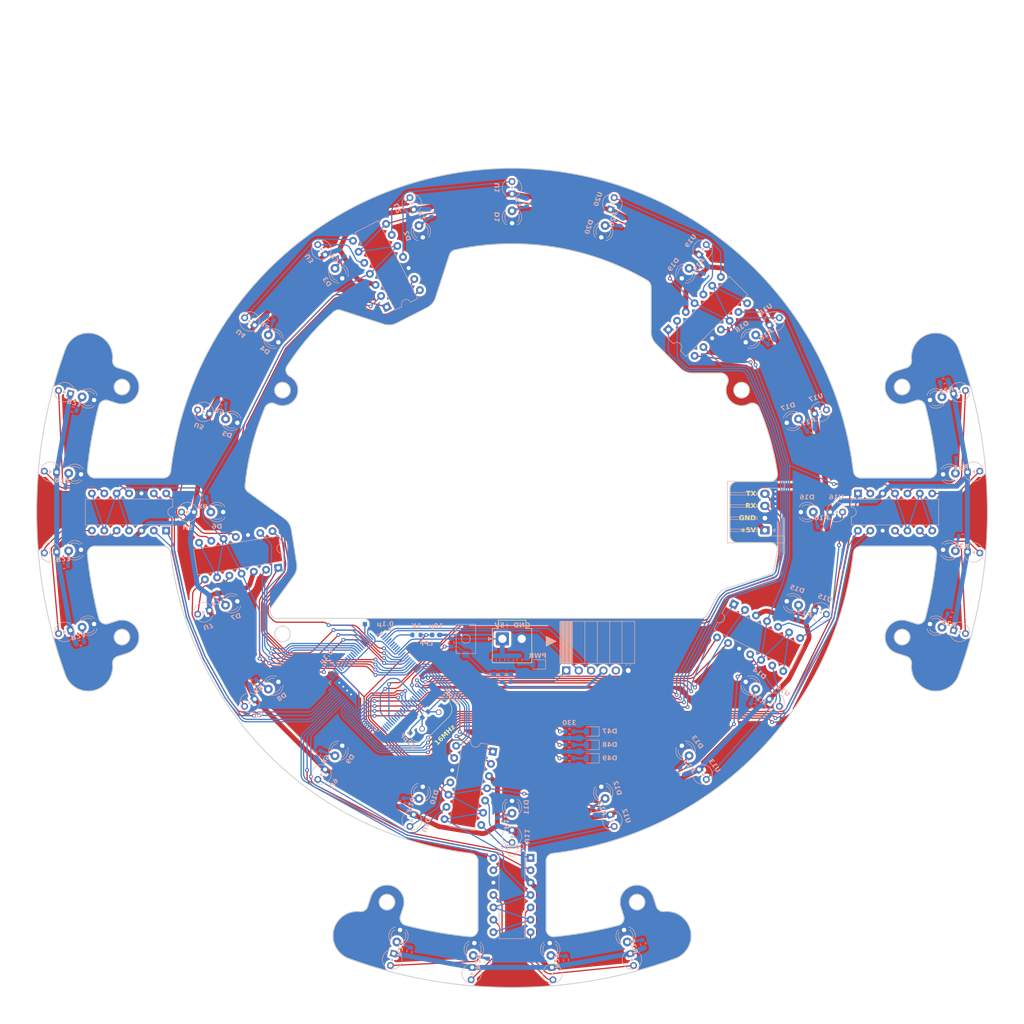
<source format=kicad_pcb>
(kicad_pcb (version 20240108) (generator "pcbnew") (generator_version "8.0")
  (layers (0 "F.Cu" signal) (31 "B.Cu" signal) (34 "B.Paste" user) (35 "F.Paste" user) (36 "B.SilkS" user "B.Silkscreen") (37 "F.SilkS" user "F.Silkscreen") (38 "B.Mask" user) (39 "F.Mask" user) (44 "Edge.Cuts" user))
  (net 0 "")
  (net 1 "+5V")
  (net 2 "GND")
  (net 3 "RESET")
  (net 4 "VBUS")
  (net 5 "line_threshold")
  (net 6 "Net-(D1-A)")
  (net 7 "Net-(D2-A)")
  (net 8 "Net-(D3-A)")
  (net 9 "Net-(D4-A)")
  (net 10 "Net-(D5-A)")
  (net 11 "Net-(D6-A)")
  (net 12 "Net-(D7-A)")
  (net 13 "Net-(D8-A)")
  (net 14 "Net-(D9-A)")
  (net 15 "Net-(D10-A)")
  (net 16 "Net-(D11-A)")
  (net 17 "Net-(D12-A)")
  (net 18 "Net-(D13-A)")
  (net 19 "Net-(D14-A)")
  (net 20 "Net-(D15-A)")
  (net 21 "Net-(D16-A)")
  (net 22 "Net-(D17-A)")
  (net 23 "Net-(D18-A)")
  (net 24 "Net-(D19-A)")
  (net 25 "Net-(D20-A)")
  (net 26 "Net-(D21-A)")
  (net 27 "Net-(D22-A)")
  (net 28 "Net-(D23-A)")
  (net 29 "Net-(D24-A)")
  (net 30 "Net-(D25-A)")
  (net 31 "Net-(D26-A)")
  (net 32 "Net-(D27-A)")
  (net 33 "Net-(D28-A)")
  (net 34 "Net-(D29-A)")
  (net 35 "Net-(D30-A)")
  (net 36 "Net-(D31-A)")
  (net 37 "Net-(D32-A)")
  (net 38 "Net-(D33-A)")
  (net 39 "Net-(D34-A)")
  (net 40 "Net-(D35-A)")
  (net 41 "Net-(D36-A)")
  (net 42 "Line-MD-Main=RX_5V")
  (net 43 "line22")
  (net 44 "line12")
  (net 45 "line09")
  (net 46 "line17")
  (net 47 "line19")
  (net 48 "line24")
  (net 49 "line04")
  (net 50 "TX-USB")
  (net 51 "line25")
  (net 52 "line16")
  (net 53 "Line-MD-Main=TX_5V")
  (net 54 "line05")
  (net 55 "line31")
  (net 56 "line11")
  (net 57 "line23")
  (net 58 "line03")
  (net 59 "line18")
  (net 60 "line32")
  (net 61 "RX-USB")
  (net 62 "line29")
  (net 63 "line15")
  (net 64 "line13")
  (net 65 "line30")
  (net 66 "line02")
  (net 67 "line27")
  (net 68 "line21")
  (net 69 "line01")
  (net 70 "line06")
  (net 71 "line10")
  (net 72 "line14")
  (net 73 "line26")
  (net 74 "line07")
  (net 75 "line08")
  (net 76 "line28")
  (net 77 "line20")
  (net 78 "Net-(U34-AREF)")
  (net 79 "Net-(U34-XTAL1)")
  (net 80 "Net-(J4-Pin_1)")
  (net 81 "Net-(Comp1-4IN+)")
  (net 82 "Net-(Comp1-2IN+)")
  (net 83 "Net-(Comp1-3IN+)")
  (net 84 "Net-(Comp1-1IN+)")
  (net 85 "Net-(Comp2-1IN+)")
  (net 86 "Net-(Comp2-2IN+)")
  (net 87 "Net-(Comp2-4IN+)")
  (net 88 "Net-(Comp2-3IN+)")
  (net 89 "Net-(Comp3-3IN+)")
  (net 90 "Net-(Comp3-4IN+)")
  (net 91 "Net-(Comp3-2IN+)")
  (net 92 "Net-(Comp3-1IN+)")
  (net 93 "Net-(Comp4-3IN+)")
  (net 94 "Net-(Comp4-2IN+)")
  (net 95 "Net-(Comp4-1IN+)")
  (net 96 "Net-(Comp4-4IN+)")
  (net 97 "Net-(Comp5-1IN+)")
  (net 98 "Net-(Comp5-4IN+)")
  (net 99 "Net-(Comp5-3IN+)")
  (net 100 "Net-(Comp5-2IN+)")
  (net 101 "Net-(Comp6-3IN+)")
  (net 102 "Net-(Comp6-1IN+)")
  (net 103 "Net-(Comp6-2IN+)")
  (net 104 "Net-(Comp6-4IN+)")
  (net 105 "Net-(Comp7-3IN+)")
  (net 106 "Net-(Comp7-2IN+)")
  (net 107 "Net-(Comp7-1IN+)")
  (net 108 "Net-(Comp7-4IN+)")
  (net 109 "Net-(Comp8-4IN+)")
  (net 110 "Net-(Comp8-2IN+)")
  (net 111 "Net-(Comp8-1IN+)")
  (net 112 "Net-(Comp8-3IN+)")
  (net 113 "Net-(U34-PL2{slash}D47)")
  (net 114 "Net-(U34-PL1{slash}D48)")
  (net 115 "Net-(U34-PL0{slash}D49)")
  (net 116 "Net-(U34-XTAL2)")
  (net 150 "Net-(U34-PE3{slash}D5)")
  (footprint "@2024TOINOT2-Line:JST_VH_B2P-VH-B_1x02_P3.96mm_Vertical" (layer "F.Cu") (at -0.0002 26.00004)
    (property "Reference" "J1" (hide yes))
    (property "Value" "Conn_01x02_Pin")
  )
  (footprint "@2024TOINOT2-Line:AL4BT" (layer "F.Cu") (at -16.75021 42.75004 -135)
    (property "Reference" "Y1" (hide yes))
    (property "Value" "16MHz")
  )
  (footprint "@2024TOINIOT2-Line:NJL7502L" (layer "B.Cu") (at 91.763153 24.587549 165)
    (property "Reference" "U29" (hide yes))
    (property "Value" "~")
  )
  (footprint "Resistor_SMD:R_0603_1608Metric" (layer "B.Cu") (at -5.073123 92.409217 -95)
    (property "Reference" "R26")
    (property "Value" "75")
  )
  (footprint "@2024TOINIOT2-Line:LED-3mm" (layer "B.Cu") (at -48.945728 -35.560967 144)
    (property "Reference" "D4")
    (property "Value" "LED_Small")
  )
  (footprint "@2024TOINIOT2-Line:NJL7502L" (layer "B.Cu") (at 63.245058 -20.54959 -162)
    (property "Reference" "U17")
    (property "Value" "~")
  )
  (footprint "Resistor_SMD:R_0603_1608Metric" (layer "B.Cu") (at 11.76229 45.00004 180)
    (property "Reference" "R36" (hide yes))
    (property "Value" "330")
  )
  (footprint "@2024TOINIOT2-Line:NJL7502L" (layer "B.Cu") (at -63.245458 20.54967 18)
    (property "Reference" "U7")
    (property "Value" "~")
  )
  (footprint "@2024TOINIOT2-Line:NJL7502L" (layer "B.Cu") (at 53.79943 39.087759 144)
    (property "Reference" "U14")
    (property "Value" "~")
  )
  (footprint "@2024TOINIOT2-Line:LED-3mm" (layer "B.Cu") (at 86.933525 23.293454 -15)
    (property "Reference" "D29" (hide yes))
    (property "Value" "LED_Small")
  )
  (footprint "@2024TOINIOT2-Line:LED-3mm" (layer "B.Cu") (at 86.933523 -23.293973 15)
    (property "Reference" "D32" (hide yes))
    (property "Value" "LED_Small")
  )
  (footprint "@2024TOINIOT2-Line:LM339" (layer "B.Cu") (at -78.537504 -0.00026 90)
    (property "Reference" "Comp6" (hide yes))
    (property "Value" "~")
  )
  (footprint "@2024TOINIOT2-Line:LED-3mm" (layer "B.Cu") (at 48.945328 35.561047 -36)
    (property "Reference" "D14")
    (property "Value" "LED_Small")
  )
  (footprint "@2024TOINIOT2-Line:NJL7502L" (layer "B.Cu") (at 66.4998 0.00004 180)
    (property "Reference" "U16")
    (property "Value" "~")
  )
  (footprint "Capacitor_SMD:C_0603_1608Metric" (layer "B.Cu") (at -29.40021 23.000041)
    (property "Reference" "C6" (hide yes))
    (property "Value" "0.1uF")
  )
  (footprint "Resistor_SMD:R_0603_1608Metric" (layer "B.Cu") (at -91.886341 11.050229 -175)
    (property "Reference" "R23")
    (property "Value" "75")
  )
  (footprint "@2024TOINIOT2-Line:LED-3mm" (layer "B.Cu") (at -48.945728 35.561047 -144)
    (property "Reference" "D8")
    (property "Value" "LED_Small")
  )
  (footprint "@2024TOINIOT2-Line:NJL7502L" (layer "B.Cu") (at -53.79983 39.087759 36)
    (property "Reference" "U8")
    (property "Value" "~")
  )
  (footprint "@2024TOINIOT2-Line:LED-3mm" (layer "B.Cu") (at 57.538719 18.695568 -18)
    (property "Reference" "D15")
    (property "Value" "LED_Small")
  )
  (footprint "@2024TOINIOT2-Line:Tactile1" (layer "B.Cu") (at -9.467381 26.003732 90)
    (property "Reference" "SW1" (hide yes))
    (property "Value" "SW_Push")
  )
  (footprint "@2024TOINIOT2-Line:NJL7502L" (layer "B.Cu") (at 63.245058 20.54967 162)
    (property "Reference" "U15")
    (property "Value" "~")
  )
  (footprint "@2024TOINIOT2-Line:NJL7502L" (layer "B.Cu") (at -20.54983 63.245298 72)
    (property "Reference" "U10")
    (property "Value" "~")
  )
  (footprint "@2024TOINIOT2-Line:LED-3mm" (layer "B.Cu") (at 18.695328 57.538959 -72)
    (property "Reference" "D12")
    (property "Value" "LED_Small")
  )
  (footprint "@2024TOINIOT2-Line:LED-3mm" (layer "B.Cu") (at -0.0002 -60.49996 90)
    (property "Reference" "D1")
    (property "Value" "LED_Small")
  )
  (footprint "@2024TOINIOT2-Line:LED-3mm" (layer "B.Cu") (at 18.695328 -57.538879 72)
    (property "Reference" "D20")
    (property "Value" "LED_Small")
  )
  (footprint "@2024TOINIOT2-Line:LED-3mm" (layer "B.Cu") (at -18.695728 -57.538879 108)
    (property "Reference" "D2")
    (property "Value" "LED_Small")
  )
  (footprint "Resistor_SMD:R_0603_1608Metric" (layer "B.Cu") (at 91.886743 -11.050751 5)
    (property "Reference" "R31")
    (property "Value" "75")
  )
  (footprint "Resistor_SMD:R_0603_1608Metric" (layer "B.Cu") (at 26.838739 88.571422 -75)
    (property "Reference" "R28")
    (property "Value" "75")
  )
  (footprint "Resistor_SMD:R_0603_1608Metric" (layer "B.Cu") (at -22.475949 59.465077 -108)
    (property "Reference" "R10")
    (property "Value" "75")
  )
  (footprint "@2024TOINIOT2-Line:LED-3mm" (layer "B.Cu") (at 35.560807 -48.945488 54)
    (property "Reference" "D19")
    (property "Value" "LED_Small")
  )
  (footprint "@2024TOINIOT2-Line:LED-3mm" (layer "B.Cu") (at -23.293513 86.933065 -105)
    (property "Reference" "D25" (hide yes))
    (property "Value" "LED_Small")
  )
  (footprint "Capacitor_SMD:C_0603_1608Metric" (layer "B.Cu") (at -2.00021 30.275041 -90)
    (property "Reference" "C2" (hide yes))
    (property "Value" "10uF")
  )
  (footprint "@2024TOINIOT2-Line:NJL7502L" (layer "B.Cu") (at -94.638297 8.279537 5)
    (property "Reference" "U23" (hide yes))
    (property "Value" "~")
  )
  (footprint "Capacitor_SMD:C_0603_1608Metric" (layer "B.Cu") (at -13.25021 39.00004 135)
    (property "Reference" "22pF")
    (property "Value" "22pF")
  )
  (footprint "Resistor_SMD:R_0603_1608Metric" (layer "B.Cu") (at 34.897112 53.135975 -54)
    (property "Reference" "R13")
    (property "Value" "75")
  )
  (footprint "Resistor_SMD:R_0603_1608Metric" (layer "B.Cu") (at 63.4998 3.00004)
    (property "Reference" "R16")
    (property "Value" "75")
  )
  (footprint "Capacitor_SMD:C_0603_1608Metric" (layer "B.Cu") (at -3.746433 30.275041 -90)
    (property "Reference" "C3" (hide yes))
    (property "Value" "0.1uF")
  )
  (footprint "@2024TOINIOT2-Line:LED-3mm" (layer "B.Cu") (at -89.657323 -7.844277 175)
    (property "Reference" "D22" (hide yes))
    (property "Value" "LED_Small")
  )
  (footprint "LED_SMD:LED_0805_2012Metric" (layer "B.Cu") (at 16.18729 50.50004 180)
    (property "Reference" "D36" (hide yes))
    (property "Value" "LED1")
  )
  (footprint "@2024TOINIOT2-Line:NJL7502L" (layer "B.Cu") (at -91.762754 24.58755 15)
    (property "Reference" "U24" (hide yes))
    (property "Value" "~")
  )
  (footprint "@2024TOINIOT2-Line:NJL7502L" (layer "B.Cu") (at -94.638297 -8.280056 -5)
    (property "Reference" "U22" (hide yes))
    (property "Value" "~")
  )
  (footprint "@2024TOINIOT2-Line:LM339" (layer "B.Cu") (at 40.12851 -40.12857 -45)
    (property "Reference" "Comp5" (hide yes))
    (property "Value" "~")
  )
  (footprint "@2024TOINIOT2-Line:NJL7502L" (layer "B.Cu") (at 39.087519 53.79967 126)
    (property "Reference" "U13")
    (property "Value" "~")
  )
  (footprint "Resistor_SMD:R_0603_1608Metric" (layer "B.Cu") (at 88.571882 -26.838799 15)
    (property "Reference" "R32")
    (property "Value" "75")
  )
  (footprint "LED_SMD:LED_0805_2012Metric" (layer "B.Cu") (at 5.18729 31.25004 180)
    (property "Reference" "D33" (hide yes))
    (property "Value" "POWER")
  )
  (footprint "@2024TOINIOT2-Line:LED-3mm" (layer "B.Cu") (at 57.538719 -18.695488 18)
    (property "Reference" "D17")
    (property "Value" "LED_Small")
  )
  (footprint "@2024TOINIOT2-Line:NJL7502L" (layer "B.Cu") (at -53.79983 -39.087679 -36)
    (property "Reference" "U4")
    (property "Value" "~")
  )
  (footprint "@2024TOINIOT2-Line:NJL7502L" (layer "B.Cu") (at 24.58801 91.762694 105)
    (property "Reference" "U28" (hide yes))
    (property "Value" "~")
  )
  (footprint "Resistor_SMD:R_0603_1608Metric" (layer "B.Cu") (at 92.409678 5.073062 -5)
    (property "Reference" "R30")
    (property "Value" "75")
  )
  (footprint "@2024TOINIOT2-Line:NJL7502L" (layer "B.Cu") (at 94.638697 -8.280057 -175)
    (property "Reference" "U31" (hide yes))
    (property "Value" "~")
  )
  (footprint "Connector_JST:JST_XH_S4B-XH-A-1_1x04_P2.50mm_Horizontal" (layer "B.Cu") (at 51.8502 3.74974 90)
    (property "Reference" "J2" (hide yes))
    (property "Value" "Conn_01x04_Pin")
  )
  (footprint "@2024TOINIOT2-Line:LED-3mm" (layer "B.Cu") (at 35.560807 48.945568 -54)
    (property "Reference" "D13")
    (property "Value" "LED_Small")
  )
  (footprint "Resistor_SMD:R_0603_1608Metric" (layer "B.Cu") (at -39.751614 49.609263 -126)
    (property "Reference" "R9")
    (property "Value" "75")
  )
  (footprint "Resistor_SMD:R_0603_1608Metric" (layer "B.Cu") (at -21.042785 90.124336 -105)
    (property "Reference" "R25")
    (property "Value" "75")
  )
  (footprint "Resistor_SMD:R_0603_1608Metric" (layer "B.Cu") (at 11.05069 91.886283 -85)
    (property "Reference" "R27")
    (property "Value" "75")
  )
  (footprint "@2024TOINIOT2-Line:NJL7502L" (layer "B.Cu") (at -63.245458 -20.54959 -18)
    (property "Reference" "U5")
    (property "Value" "~")
  )
  (footprint "@2024TOINIOT2-Line:LED-3mm" (layer "B.Cu") (at 60.4998 0.00004)
    (property "Reference" "D16")
    (property "Value" "LED_Small")
  )
  (footprint "@2024TOINIOT2-Line:LED-3mm" (layer "B.Cu") (at 7.844217 89.657263 -85)
    (property "Reference" "D27" (hide yes))
    (property "Value" "LED_Small")
  )
  (footprint "@2024TOINIOT2-Line:LED-3mm" (layer "B.Cu") (at -86.933121 -23.293973 165)
    (property "Reference" "D21" (hide yes))
    (property "Value" "LED_Small")
  )
  (footprint "Resistor_SMD:R_0603_1608Metric" (layer "B.Cu") (at -3.0002 63.50004 -90)
    (property "Reference" "R11")
    (property "Value" "75")
  )
  (footprint "Resistor_SMD:R_0603_1608Metric" (layer "B.Cu") (at 22.475549 -59.464997 72)
    (property "Reference" "R20")
    (property "Value" "75")
  )
  (footprint "Resistor_SMD:R_0603_1608Metric" (layer "B.Cu") (at 16.769209 61.319179 -72)
    (property "Reference" "R12")
    (property "Value" "75")
  )
  (footprint "Resistor_SMD:R_0603_1608Metric" (layer "B.Cu") (at -53.136135 34.897352 -144)
    (property "Reference" "R8")
    (property "Value" "75")
  )
  (footprint "Resistor_SMD:R_0603_1608Metric" (layer "B.Cu") (at 1.49979 30.325041 -90)
    (property "Reference" "R34" (hide yes))
    (property "Value" "330")
  )
  (footprint "@2024TOINIOT2-Line:NJL7502L" (layer "B.Cu") (at 91.763154 -24.58807 -165)
    (property "Reference" "U32" (hide yes))
    (property "Value" "~")
  )
  (footprint "Capacitor_SMD:C_0603_1608Metric" (layer "B.Cu") (at -3.75021 34.02504 -90)
    (property "Reference" "C5" (hide yes))
    (property "Value" "22pF")
  )
  (footprint "Package_QFP:TQFP-100_14x14mm_P0.5mm" (layer "B.Cu") (at -27.4998 34.99974 -135)
    (property "Reference" "U34" (hide yes))
    (property "Value" "ATmega2560-16A")
  )
  (footprint "@2024TOINIOT2-Line:LM339" (layer "B.Cu") (at 50.56482 25.763702 -117)
    (property "Reference" "Comp4" (hide yes))
    (property "Value" "~")
  )
  (footprint "@2024TOINIOT2-Line:LED-3mm" (layer "B.Cu") (at 23.293914 86.933065 -75)
    (property "Reference" "D28" (hide yes))
    (property "Value" "LED_Small")
  )
  (footprint "Resistor_SMD:R_0603_1608Metric" (layer "B.Cu") (at 59.464837 22.475789 -18)
    (property "Reference" "R15")
    (property "Value" "75")
  )
  (footprint "@2024TOINIOT2-Line:LM339" (layer "B.Cu") (at 0.0002 78.531018 180)
    (property "Reference" "Comp7")
    (property "Value" "~")
  )
  (footprint "@2024TOINIOT2-Line:NJL7502L" (layer "B.Cu") (at 94.638697 8.279536 175)
    (property "Reference" "U30" (hide yes))
    (property "Value" "~")
  )
  (footprint "@2024TOINIOT2-Line:NJL7502L" (layer "B.Cu") (at -0.0002 -66.49996 -90)
    (property "Reference" "U1")
    (property "Value" "~")
  )
  (footprint "Resistor_SMD:R_0603_1608Metric" (layer "B.Cu") (at -16.769609 -61.319099 108)
    (property "Reference" "R2")
    (property "Value" "75")
  )
  (footprint "Resistor_SMD:R_0603_1608Metric" (layer "B.Cu") (at -59.465237 -22.475709 162)
    (property "Reference" "R5")
    (property "Value" "75")
  )
  (footprint "@2024TOINIOT2-Line:LED-3mm" (layer "B.Cu") (at 89.657721 -7.844276 5)
    (property "Reference" "D31" (hide yes))
    (property "Value" "LED_Small")
  )
  (footprint "Resistor_SMD:R_0603_1608Metric" (layer "B.Cu") (at -49.609423 -39.751374 144)
    (property "Reference" "R4")
    (property "Value" "75")
  )
  (footprint "@2024TOINIOT2-Line:NJL7502L" (layer "B.Cu") (at -0.0002 66.50004 90)
    (property "Reference" "U11")
    (property "Value" "~")
  )
  (footprint "LED_SMD:LED_0805_2012Metric" (layer "B.Cu") (at 16.18729 45.00004 180)
    (property "Reference" "D34" (hide yes))
    (property "Value" "LED3")
  )
  (footprint "Resistor_SMD:R_0603_1608Metric" (layer "B.Cu") (at 11.76229 50.50004 180)
    (property "Reference" "R39" (hide yes))
    (property "Value" "330")
  )
  (footprint "@2024TOINIOT2-Line:LED-3mm" (layer "B.Cu") (at -86.933125 23.293454 -165)
    (property "Reference" "D24" (hide yes))
    (property "Value" "LED_Small")
  )
  (footprint "@2024TOINIOT2-Line:NJL7502L" (layer "B.Cu") (at -39.087919 -53.79959 -54)
    (property "Reference" "U3")
    (property "Value" "~")
  )
  (footprint "@2024TOINIOT2-Line:LM339" (layer "B.Cu") (at 78.540498 -0.00026 -90)
    (property "Reference" "Comp8" (hide yes))
    (property "Value" "~")
  )
  (footprint "@2024TOINIOT2-Line:NJL7502L" (layer "B.Cu") (at -24.587609 91.762693 75)
    (property "Reference" "U25" (hide yes))
    (property "Value" "~")
  )
  (footprint "@2024TOINIOT2-Line:NJL7502L" (layer "B.Cu") (at -66.5002 0.000039)
    (property "Reference" "U6")
    (property "Value" "~")
  )
  (footprint "@2024TOINIOT2-Line:LED-3mm" (layer "B.Cu") (at -60.5002 0.000039 180)
    (property "Reference" "D6")
    (property "Value" "LED_Small")
  )
  (footprint "Resistor_SMD:R_0603_1608Metric" (layer "B.Cu") (at -88.571481 26.838278 -165)
    (property "Reference" "R24")
    (property "Value" "75")
  )
  (footprint "Resistor_SMD:R_0603_1608Metric" (layer "B.Cu") (at 53.135735 -34.897272 36)
    (property "Reference" "R18")
    (property "Value" "75")
  )
  (footprint "@2024TOINIOT2-Line:LED-3mm" (layer "B.Cu") (at -35.561207 -48.945488 126)
    (property "Reference" "D3")
    (property "Value" "LED_Small")
  )
  (footprint "@2024TOINIOT2-Line:NJL7502L" (layer "B.Cu") (at 8.279997 94.638237 95)
    (property "Reference" "U27" (hide yes))
    (property "Value" "~")
  )
  (footprint "@2024TOINIOT2-Line:LED-3mm" (layer "B.Cu") (at -7.843817 89.657262 -95)
    (property "Reference" "D26" (hide yes))
    (property "Value" "LED_Small")
  )
  (footprint "@2024TOINIOT2-Line:LED-3mm" (layer "B.Cu") (at -35.561207 48.945568 -126)
    (property "Reference" "D9")
    (property "Value" "LED_Small")
  )
  (footprint "Resistor_SMD:R_0603_1608Metric" (layer "B.Cu") (at 90.124796 21.042725 -15)
    (property "Reference" "R29")
    (property "Value" "75")
  )
  (footprint "@2024TOINIOT2-Line:LM339" (layer "B.Cu") (at -56.051113 8.877396 99)
    (property "Reference" "Comp2" (hide yes))
    (property "Value" "~")
  )
  (footprint "@2024TOINIOT2-Line:NJL7502L" (layer "B.Cu") (at -91.762753 -24.588069 -15)
    (property "Reference" "U21" (hide yes))
    (property "Value" "~")
  )
  (footprint "LED_SMD:LED_0805_2012Metric" (layer "B.Cu") (at 16.18729 47.75004 180)
    (property "Reference" "D35" (hide yes))
    (property "Value" "LED2")
  )
  (footprint "Resistor_SMD:R_0603_1608Metric" (layer "B.Cu") (at -90.124397 -21.043244 165)
    (property "Reference" "R21")
    (property "Value" "75")
  )
  (footprint "@2024TOINIOT2-Line:NJL7502L" (layer "B.Cu") (at 53.79943 -39.087679 -144)
    (property "Reference" "U18")
    (property "Value" "~")
  )
  (footprint "Resistor_SMD:R_0603_1608Metric" (layer "B.Cu") (at 39.751214 -49.609183 54)
    (property "Reference" "R19")
    (property "Value" "75")
  )
  (footprint "Resistor_SMD:R_0603_1608Metric" (layer "B.Cu") (at -34.897512 -53.135895 126)
    (property "Reference" "R3")
    (property "Value" "75")
  )
  (footprint "@2024TOINIOT2-Line:NJL7502L" (layer "B.Cu") (at 39.087519 -53.79959 -126)
    (property "Reference" "U19")
    (property "Value" "~")
  )
  (footprint "@2024TOINIOT2-Line:NJL7502L" (layer "B.Cu") (at 20.54943 63.245298 108)
    (property "Reference" "U12")
    (property "Value" "~")
  )
  (footprint "@2024TOINIOT2-Line:NJL7502L" (layer "B.Cu") (at 20.54943 -63.245218 -108)
    (property "Reference" "U20")
    (property "Value" "~")
  )
  (footprint "@2024TOINIOT2-Line:LED-3mm" (layer "B.Cu") (at 48.945328 -35.560967 36)
    (property "Reference" "D18")
    (property "Value" "LED_Small")
  )
  (footprint "@2024TOINIOT2-Line:LM339" (layer "B.Cu") (at -25.763761 -50.564881 27)
    (property "Reference" "Comp1" (hide yes))
    (property "Value" "~")
  )
  (footprint "@2024TOINIOT2-Line:LED-3mm" (layer "B.Cu") (at -89.657324 7.843756 -175)
    (property "Reference" "D23" (hide yes))
    (property "Value" "LED_Small")
  )
  (footprint "Resistor_SMD:R_0603_1608Metric" (layer "B.Cu") (at -61.319339 16.769449 -162)
    (property "Reference" "R7")
    (property "Value" "75")
  )
  (footprint "@2024TOINIOT2-Line:LED-3mm" (layer "B.Cu") (at -57.539119 18.695568 -162)
    (property "Reference" "D7")
    (property "Value" "LED_Small")
  )
  (footprint "Connector_PinSocket_2.54mm:PinSocket_1x06_P2.54mm_Horizontal" (layer "B.Cu") (at 11.1302 32.49974 -90)
    (property "Reference" "J4" (hide yes))
    (property "Value" "Conn_01x06_Pin")
  )
  (footprint "@2024TOINIOT2-Line:NJL7502L" (layer "B.Cu") (at -39.087919 53.79967 54)
    (property "Reference" "U9")
    (property "Value" "~")
  )
  (footprint "@2024TOINIOT2-Line:NJL7502L" (layer "B.Cu") (at -20.54983 -63.245218 -72)
    (property "Reference" "U2")
    (property "Value" "~")
  )
  (footprint "@2024TOINIOT2-Line:LM339" (layer "B.Cu") (at -8.877456 56.051055 171)
    (property "Reference" "Comp3" (hide yes))
    (property "Value" "~")
  )
  (footprint "Resistor_SMD:R_0603_1608Metric" (layer "B.Cu") (at -19.60021 25.20004)
    (property "Reference" "R40" (hide yes))
    (property "Value" "1K")
  )
  (footprint "Resistor_SMD:R_0603_1608Metric" (layer "B.Cu") (at -63.5002 -2.99996 180)
    (property "Reference" "R6")
    (property "Value" "75")
  )
  (footprint "Resistor_SMD:R_0603_1608Metric" (layer "B.Cu") (at 61.318939 -16.769369 18)
    (property "Reference" "R17")
    (property "Value" "75")
  )
  (footprint "Capacitor_SMD:C_0603_1608Metric" (layer "B.Cu") (at -20.36221 45.85804 135)
    (property "Reference" "22pF")
    (property "Value" "22pF")
  )
  (footprint "Capacitor_SMD:C_0603_1608Metric" (layer "B.Cu") (at -0.25021 30.275041 -90)
    (property "Reference" "C1" (hide yes))
    (property "Value" "100uF")
  )
  (footprint "Resistor_SMD:R_0603_1608Metric" (layer "B.Cu") (at -12.467381 26.75004 -90)
    (property "Reference" "R33" (hide yes))
    (property "Value" "10K")
  )
  (footprint "@2024TOINIOT2-Line:LED-3mm" (layer "B.Cu") (at -57.539119 -18.695488 162)
    (property "Reference" "D5")
    (property "Value" "LED_Small")
  )
  (footprint "Capacitor_SMD:C_0603_1608Metric" (layer "B.Cu") (at -0.25021 34.02504 90)
    (property "Reference" "C9" (hide yes))
    (property "Value" "0.1uF")
  )
  (footprint "@2024TOINIOT2-Line:NJL7502L" (layer "B.Cu") (at -8.279596 94.638237 85)
    (property "Reference" "U26" (hide yes))
    (property "Value" "~")
  )
  (footprint "Resistor_SMD:R_0603_1608Metric" (layer "B.Cu") (at -2.00021 34.02504 90)
    (property "Reference" "R37" (hide yes))
    (property "Value" "10K")
  )
  (footprint "Capacitor_SMD:C_0603_1608Metric" (layer "B.Cu") (at -15.60021 25.20004)
    (property "Reference" "C10" (hide yes))
    (property "Value" "10uF")
  )
  (footprint "Resistor_SMD:R_0603_1608Metric" (layer "B.Cu") (at -92.409275 -5.073582 175)
    (property "Reference" "R22")
    (property "Value" "75")
  )
  (footprint "@2024TOINIOT2-Line:LED-3mm" (layer "B.Cu") (at -0.0002 60.50004 -90)
    (property "Reference" "D11")
    (property "Value" "LED_Small")
  )
  (footprint "@2024TOINIOT2-Line:LED-3mm" (layer "B.Cu") (at -18.695728 57.538959 -108)
    (property "Reference" "D10")
    (property "Value" "LED_Small")
  )
  (footprint "Resistor_SMD:R_0603_1608Metric" (layer "B.Cu") (at 49.609023 39.751454 -36)
    (property "Reference" "R14")
    (property "Value" "75")
  )
  (footprint "Resistor_SMD:R_0603_1608Metric" (layer "B.Cu") (at -17.82221 41.54004 -135)
    (property "Reference" "R35" (hide yes))
    (property "Value" "1M")
  )
  (footprint "@2024TOINIOT2-Line:LED-3mm" (layer "B.Cu") (at 89.657722 7.843757 -5)
    (property "Reference" "D30" (hide yes))
    (property "Value" "LED_Small")
  )
  (footprint "Capacitor_SMD:C_0603_1608Metric" (layer "B.Cu") (at -37.069656 30.733184 45)
    (property "Reference" "C4" (hide yes))
    (property "Value" "0.1uF")
  )
  (footprint "Resistor_SMD:R_0603_1608Metric" (layer "B.Cu") (at 2.9998 -63.49996 90)
    (property "Reference" "R1")
    (property "Value" "75")
  )
  (footprint "Resistor_SMD:R_0603_1608Metric" (layer "B.Cu") (at 11.76229 47.75004 180)
    (property "Reference" "R38" (hide yes))
    (property "Value" "330")
  )
  (gr_poly (pts (xy -25.194565 23.690543) (xy -24.62888 24.256228) (xy -25.335986 24.39765)) (stroke (width 0.15)) (fill solid) (layer "B.SilkS"))
  (gr_poly (pts (xy 7.0002 27.49974) (xy 9.0002 26.49974) (xy 7.0002 25.49974)) (stroke (width 0.15)) (fill solid) (layer "B.SilkS"))
  (gr_arc (start -91.583519 -33.44763) (mid -85.749681 -36.601312) (end -81.916478 -31.189664) (stroke (width 0.2)) (layer "Edge.Cuts"))
  (gr_arc (start -78.924489 -28.971101) (mid -76.659064 -24.569643) (end -81.060983 -22.305114) (stroke (width 0.2)) (layer "Edge.Cuts"))
  (gr_arc (start -48.118648 21.80004) (mid -49.455157 20.981025) (end -49.332173 19.418362) (stroke (width 0.2)) (layer "Edge.Cuts"))
  (gr_circle (center -47.073446 25.00004) (end -45.473446 25.00004) (stroke (width 0.2)) (fill none) (layer "Edge.Cuts"))
  (gr_arc (start 46.153095 6.25004) (mid 45.096685 5.814921) (end 44.653045 4.762064) (stroke (width 0.2)) (layer "Edge.Cuts"))
  (gr_arc (start 81.916068 -31.189664) (mid 85.749272 -36.601308) (end 91.583109 -33.44763) (stroke (width 0.2)) (layer "Edge.Cuts"))
  (gr_arc (start -8.648461 87.071606) (mid -15.277466 86.156034) (end -21.817114 84.736529) (stroke (width 0.2)) (layer "Edge.Cuts"))
  (gr_arc (start 31.189499 81.916313) (mid 30.212604 81.685048) (end 29.600338 80.889475) (stroke (width 0.2)) (layer "Edge.Cuts"))
  (gr_line (start 52.728377 12.830471) (end 43.943691 15.684788) (stroke (width 0.2)) (layer "Edge.Cuts"))
  (gr_arc (start 81.916068 -31.189664) (mid 81.684801 -30.21277) (end 80.88923 -29.600503) (stroke (width 0.2)) (layer "Edge.Cuts"))
  (gr_line (start -29.59858 80.882705) (end -28.971346 78.924324) (stroke (width 0.2)) (layer "Edge.Cuts"))
  (gr_circle (center -47.073446 -24.99996) (end -45.473446 -24.99996) (stroke (width 0.2)) (fill none) (layer "Edge.Cuts"))
  (gr_line (start -7.000205 85.57895) (end -7.000205 71.496485) (stroke (width 0.2)) (layer "Edge.Cuts"))
  (gr_arc (start -81.060983 22.305195) (mid -76.659063 24.569724) (end -78.92449 28.971182) (stroke (width 0.2)) (layer "Edge.Cuts"))
  (gr_arc (start 48.573505 -22.17355) (mid 44.866692 -22.682118) (end 44.176125 -26.359338) (stroke (width 0.2)) (layer "Edge.Cuts"))
  (gr_arc (start 71.496295 -6.99996) (mid 70.500206 -7.378436) (end 70.006783 -8.322876) (stroke (width 0.2)) (layer "Edge.Cuts"))
  (gr_arc (start 91.583109 33.44771) (mid 85.749273 36.601394) (end 81.916068 31.189744) (stroke (width 0.2)) (layer "Edge.Cuts"))
  (gr_line (start -85.579115 -6.99996) (end -71.496714 -6.99996) (stroke (width 0.2)) (layer "Edge.Cuts"))
  (gr_line (start 22.871052 82.825853) (end 22.304949 81.060817) (stroke (width 0.2)) (layer "Edge.Cuts"))
  (gr_arc (start 31.189499 81.916313) (mid 36.601144 85.749513) (end 33.447465 91.583354) (stroke (width 0.2)) (layer "Edge.Cuts"))
  (gr_line (start 78.924078 -28.971101) (end 80.88923 -29.600503) (stroke (width 0.2)) (layer "Edge.Cuts"))
  (gr_line (start 46.153095 6.25004) (end 52.935495 6.25004) (stroke (width 0.2)) (layer "Edge.Cuts"))
  (gr_arc (start 91.583109 -33.44763) (mid 97.499795 0.00004) (end 91.583109 33.44771) (stroke (width 0.2)) (layer "Edge.Cuts"))
  (gr_circle (center 25.637725 79.991893) (end 27.237725 79.991893) (stroke (width 0.2)) (fill none) (layer "Edge.Cuts"))
  (gr_arc (start 41.906775 17.424428) (mid 42.752205 16.352007) (end 43.943691 15.684788) (stroke (width 0.2)) (layer "Edge.Cuts"))
  (gr_arc (start -29.59858 80.882705) (mid -30.210036 81.683113) (end -31.189909 81.916313) (stroke (width 0.2)) (layer "Edge.Cuts"))
  (gr_arc (start -44.145553 10.535549) (mid -44.199168 11.900125) (end -44.770902 13.140312) (stroke (width 0.2)) (layer "Edge.Cuts"))
  (gr_arc (start 81.060572 -22.305114) (mid 76.658645 -24.569642) (end 78.924078 -28.971101) (stroke (width 0.2)) (layer "Edge.Cuts"))
  (gr_arc (start 40.094599 20.981023) (mid 39.541837 21.578999) (end 38.758088 21.80004) (stroke (width 0.2)) (layer "Edge.Cuts"))
  (gr_line (start -46.640257 1.337686) (end -54.117851 -4.095103) (stroke (width 0.2)) (layer "Edge.Cuts"))
  (gr_circle (center -25.638135 79.991893) (end -24.038135 79.991893) (stroke (width 0.2)) (fill none) (layer "Edge.Cuts"))
  (gr_line (start -22.305359 81.060818) (end -22.871443 82.825794) (stroke (width 0.2)) (layer "Edge.Cuts"))
  (gr_line (start -71.496674 7.000039) (end -85.579116 7.000038) (stroke (width 0.2)) (layer "Edge.Cuts"))
  (gr_line (start 82.825608 -22.871217) (end 81.060572 -22.305114) (stroke (width 0.2)) (layer "Edge.Cuts"))
  (gr_arc (start 85.578695 7.000037) (mid 86.690535 7.493159) (end 87.071362 8.648295) (stroke (width 0.2)) (layer "Edge.Cuts"))
  (gr_arc (start 82.825608 -22.871217) (mid 84.008374 -22.756197) (end 84.736284 -21.816869) (stroke (width 0.2)) (layer "Edge.Cuts"))
  (gr_arc (start 27.753228 -47.484136) (mid 28.297321 -46.935642) (end 28.496316 -46.189113) (stroke (width 0.2)) (layer "Edge.Cuts"))
  (gr_arc (start 29.521449 -34.471413) (mid 28.762733 -35.606898) (end 28.496316 -36.946294) (stroke (width 0.2)) (layer "Edge.Cuts"))
  (gr_arc (start -7.000205 85.57895) (mid -7.493325 86.690792) (end -8.648461 87.071606) (stroke (width 0.2)) (layer "Edge.Cuts"))
  (gr_line (start -49.332173 19.418362) (end -44.770902 13.140312) (stroke (width 0.2)) (layer "Edge.Cuts"))
  (gr_line (start 36.946095 -28.496547) (end 42.818195 -28.496547) (stroke (width 0.2)) (layer "Edge.Cuts"))
  (gr_arc (start -80.88287 -29.598335) (mid -81.683278 -30.209791) (end -81.916478 -31.189664) (stroke (width 0.2)) (layer "Edge.Cuts"))
  (gr_line (start 38.758088 21.80004) (end -48.118648 21.80004) (stroke (width 0.2)) (layer "Edge.Cuts"))
  (gr_arc (start -36.584 -41.068512) (mid -35.894217 -41.416508) (end -35.122736 -41.375045) (stroke (width 0.2)) (layer "Edge.Cuts"))
  (gr_arc (start -81.916478 31.189744) (mid -81.683278 30.209872) (end -80.88287 29.598415) (stroke (width 0.2)) (layer "Edge.Cuts"))
  (gr_arc (start -84.736694 -21.816869) (mid -84.008754 -22.756194) (end -82.825959 -22.871198) (stroke (width 0.2)) (layer "Edge.Cuts"))
  (gr_line (start 71.496295 -6.99996) (end 85.583891 -6.99996) (stroke (width 0.2)) (layer "Edge.Cuts"))
  (gr_arc (start -12.828839 -52.734348) (mid -12.408917 -53.382862) (end -11.721937 -53.736363) (stroke (width 0.2)) (layer "Edge.Cuts"))
  (gr_line (start -35.122736 -41.375045) (end -26.332319 -38.518866) (stroke (width 0.2)) (layer "Edge.Cuts"))
  (gr_arc (start 78.924078 28.971181) (mid 76.658655 24.569723) (end 81.060572 22.305194) (stroke (width 0.2)) (layer "Edge.Cuts"))
  (gr_line (start 80.882429 29.598405) (end 78.924078 28.971181) (stroke (width 0.2)) (layer "Edge.Cuts"))
  (gr_line (start -44.145553 10.535549) (end -45.240595 3.621728) (stroke (width 0.2)) (layer "Edge.Cuts"))
  (gr_line (start -78.92449 28.971182) (end -80.88287 29.598415) (stroke (width 0.2)) (layer "Edge.Cuts"))
  (gr_line (start -82.825956 22.871277) (end -81.060983 22.305195) (stroke (width 0.2)) (layer "Edge.Cuts"))
  (gr_arc (start 54.419665 -7.96725) (mid 54.070373 -6.769129) (end 52.935487 -6.24996) (stroke (width 0.2)) (layer "Edge.Cuts"))
  (gr_arc (start 70.006759 8.322953) (mid 70.497091 7.381262) (end 71.487989 7.000037) (stroke (width 0.2)) (layer "Edge.Cuts"))
  (gr_arc (start 6.999794 71.49649) (mid 7.378272 70.500405) (end 8.322711 70.006984) (stroke (width 0.2)) (layer "Edge.Cuts"))
  (gr_circle (center -79.992058 25.63797) (end -78.392058 25.63797) (stroke (width 0.2)) (fill none) (layer "Edge.Cuts"))
  (gr_line (start 29.521449 -34.471413) (end 34.477354 -29.515509) (stroke (width 0.2)) (layer "Edge.Cuts"))
  (gr_arc (start -87.071772 8.648294) (mid -86.690958 7.493158) (end -85.579116 7.000039) (stroke (width 0.2)) (layer "Edge.Cuts"))
  (gr_arc (start -11.721937 -53.736363) (mid 8.603657 -54.322824) (end 27.753228 -47.484136) (stroke (width 0.2)) (layer "Edge.Cuts"))
  (gr_line (start 41.906775 17.424428) (end 40.094599 20.981023) (stroke (width 0.2)) (layer "Edge.Cuts"))
  (gr_line (start -81.060983 -22.305114) (end -82.825959 -22.871198) (stroke (width 0.2)) (layer "Edge.Cuts"))
  (gr_arc (start -81.916478 31.189744) (mid -85.74968 36.601393) (end -91.583519 33.44771) (stroke (width 0.2)) (layer "Edge.Cuts"))
  (gr_arc (start 84.736284 -21.816869) (mid 86.155789 -15.277221) (end 87.071361 -8.648216) (stroke (width 0.2)) (layer "Edge.Cuts"))
  (gr_arc (start 44.653045 -4.74996) (mid 45.092382 -5.810636) (end 46.153045 -6.24996) (stroke (width 0.2)) (layer "Edge.Cuts"))
  (gr_arc (start 52.935495 6.25004) (mid 54.103794 6.809261) (end 54.400985 8.069949) (stroke (width 0.2)) (layer "Edge.Cuts"))
  (gr_arc (start -54.728768 -5.457468) (mid -53.292876 -13.59743) (end -50.65335 -21.430288) (stroke (width 0.2)) (layer "Edge.Cuts"))
  (gr_circle (center 79.991648 25.63797) (end 81.591648 25.63797) (stroke (width 0.2)) (fill none) (layer "Edge.Cuts"))
  (gr_line (start 85.578695 7.000037) (end 71.487989 7.000037) (stroke (width 0.2)) (layer "Edge.Cuts"))
  (gr_arc (start -23.661795 -38.72904) (mid -24.976154 -38.358353) (end -26.332319 -38.518866) (stroke (width 0.2)) (layer "Edge.Cuts"))
  (gr_arc (start 87.071362 8.648295) (mid 86.155789 15.277301) (end 84.736284 21.816949) (stroke (width 0.2)) (layer "Edge.Cuts"))
  (gr_line (start -80.88287 -29.598335) (end -78.924489 -28.971101) (stroke (width 0.2)) (layer "Edge.Cuts"))
  (gr_line (start -15.685016 -43.943938) (end -12.828839 -52.734348) (stroke (width 0.2)) (layer "Edge.Cuts"))
  (gr_arc (start -87.071771 -8.648216) (mid -86.156198 -15.277221) (end -84.736694 -21.816869) (stroke (width 0.2)) (layer "Edge.Cuts"))
  (gr_line (start 28.970936 78.924323) (end 29.600338 80.889475) (stroke (width 0.2)) (layer "Edge.Cuts"))
  (gr_line (start 6.999794 71.49649) (end 6.999794 85.583838) (stroke (width 0.2)) (layer "Edge.Cuts"))
  (gr_line (start 54.400985 8.069949) (end 53.736219 11.721679) (stroke (width 0.2)) (layer "Edge.Cuts"))
  (gr_arc (start 36.946095 -28.496547) (mid 35.610719 -28.761305) (end 34.477354 -29.515509) (stroke (width 0.2)) (layer "Edge.Cuts"))
  (gr_line (start 48.573505 -22.17355) (end 48.568037 -22.170647) (stroke (width 0.2)) (layer "Edge.Cuts"))
  (gr_arc (start -45.566367 -27.82286) (mid -46.315052 -28.771853) (end -46.120727 -29.964897) (stroke (width 0.2)) (layer "Edge.Cuts"))
  (gr_arc (start -21.817114 84.736529) (mid -22.756439 84.008589) (end -22.871443 82.825794) (stroke (width 0.2)) (layer "Edge.Cuts"))
  (gr_arc (start -28.971346 78.924324) (mid -24.569888 76.658899) (end -22.305359 81.060818) (stroke (width 0.2)) (layer "Edge.Cuts"))
  (gr_circle (center 47.073036 -24.99996) (end 48.673036 -24.99996) (stroke (width 0.2)) (fill none) (layer "Edge.Cuts"))
  (gr_circle (center -79.992058 -25.63789) (end -78.392058 -25.63789) (stroke (width 0.2)) (fill none) (layer "Edge.Cuts"))
  (gr_arc (start -84.736694 21.816949) (mid -86.156199 15.2773) (end -87.071772 8.648294) (stroke (width 0.2)) (layer "Edge.Cuts"))
  (gr_arc (start 87.071361 -8.648216) (mid 86.692287 -7.494998) (end 85.583891 -6.99996) (stroke (width 0.2)) (layer "Edge.Cuts"))
  (gr_arc (start 8.648049 87.071606) (mid 7.49472 86.692433) (end 6.999794 85.583838) (stroke (width 0.2)) (layer "Edge.Cuts"))
  (gr_arc (start 80.882429 29.598405) (mid 81.682842 30.209865) (end 81.916068 31.189744) (stroke (width 0.2)) (layer "Edge.Cuts"))
  (gr_arc (start -91.583519 33.44771) (mid -97.500205 0.00004) (end -91.583519 -33.44763) (stroke (width 0.2)) (layer "Edge.Cuts"))
  (gr_arc (start 70.006759 8.322953) (mid 49.850792 49.851028) (end 8.322711 70.006984) (stroke (width 0.2)) (layer "Edge.Cuts"))
  (gr_arc (start 33.447465 91.583354) (mid -0.000205 97.50004) (end -33.447875 91.583354) (stroke (width 0.2)) (layer "Edge.Cuts"))
  (gr_line (start 44.653045 -4.74996) (end 44.653045 4.762064) (stroke (width 0.2)) (layer "Edge.Cuts"))
  (gr_arc (start -8.323122 70.006974) (mid -49.851199 49.851025) (end -70.007162 8.322954) (stroke (width 0.2)) (layer "Edge.Cuts"))
  (gr_line (start 81.060572 22.305194) (end 82.829498 22.872545) (stroke (width 0.2)) (layer "Edge.Cuts"))
  (gr_line (start -45.572654 -27.826199) (end -45.566367 -27.82286) (stroke (width 0.2)) (layer "Edge.Cuts"))
  (gr_line (start 52.935487 -6.24996) (end 46.153045 -6.24996) (stroke (width 0.2)) (layer "Edge.Cuts"))
  (gr_arc (start -50.65335 -21.430288) (mid -49.773869 -22.259339) (end -48.568486 -22.170667) (stroke (width 0.2)) (layer "Edge.Cuts"))
  (gr_arc (start 21.816704 84.736529) (mid 15.277056 86.156035) (end 8.648049 87.071606) (stroke (width 0.2)) (layer "Edge.Cuts"))
  (gr_circle (center 79.991648 -25.63789) (end 81.591648 -25.63789) (stroke (width 0.2)) (fill none) (layer "Edge.Cuts"))
  (gr_arc (start 84.736284 21.816949) (mid 84.01014 22.755243) (end 82.829498 22.872545) (stroke (width 0.2)) (layer "Edge.Cuts"))
  (gr_line (start -48.568486 -22.170667) (end -48.574185 -22.173693) (stroke (width 0.2)) (layer "Edge.Cuts"))
  (gr_arc (start -70.007203 -8.322877) (mid -0.00021 -70.499959) (end 70.006783 -8.322876) (stroke (width 0.2)) (layer "Edge.Cuts"))
  (gr_arc (start -82.825956 22.871276) (mid -84.008752 22.756274) (end -84.736694 21.816949) (stroke (width 0.2)) (layer "Edge.Cuts"))
  (gr_arc (start 48.568037 -22.170647) (mid 49.773436 -22.259351) (end 50.65294 -21.430288) (stroke (width 0.2)) (layer "Edge.Cuts"))
  (gr_arc (start -15.685016 -43.943938) (mid -16.352294 -42.752428) (end -17.424749 -41.906973) (stroke (width 0.2)) (layer "Edge.Cuts"))
  (gr_arc (start 22.871052 82.825853) (mid 22.756034 84.008623) (end 21.816704 84.736529) (stroke (width 0.2)) (layer "Edge.Cuts"))
  (gr_arc (start -8.323122 70.006974) (mid -7.378682 70.500398) (end -7.000205 71.496485) (stroke (width 0.2)) (layer "Edge.Cuts"))
  (gr_arc (start 42.818195 -28.496547) (mid 44.084242 -27.800969) (end 44.176125 -26.359338) (stroke (width 0.2)) (layer "Edge.Cuts"))
  (gr_line (start 28.496316 -46.189113) (end 28.496316 -36.946294) (stroke (width 0.2)) (layer "Edge.Cuts"))
  (gr_arc (start -45.572654 -27.826199) (mid -44.247193 -23.499194) (end -48.574185 -22.173693) (stroke (width 0.2)) (layer "Edge.Cuts"))
  (gr_arc (start -54.117851 -4.095103) (mid -54.60486 -4.694874) (end -54.728768 -5.457468) (stroke (width 0.2)) (layer "Edge.Cuts"))
  (gr_line (start -23.661795 -38.72904) (end -17.424749 -41.906973) (stroke (width 0.2)) (layer "Edge.Cuts"))
  (gr_arc (start 50.65294 -21.430288) (mid 52.965807 -14.818937) (end 54.419665 -7.96725) (stroke (width 0.2)) (layer "Edge.Cuts"))
  (gr_arc (start -46.640257 1.337686) (mid -45.713264 2.340502) (end -45.240595 3.621728) (stroke (width 0.2)) (layer "Edge.Cuts"))
  (gr_arc (start 53.736219 11.721679) (mid 53.38064 12.410912) (end 52.728377 12.830471) (stroke (width 0.2)) (layer "Edge.Cuts"))
  (gr_arc (start -71.496674 7.000039) (mid -70.500588 7.378516) (end -70.007162 8.322954) (stroke (width 0.2)) (layer "Edge.Cuts"))
  (gr_arc (start -70.007203 -8.322877) (mid -70.500627 -7.378437) (end -71.496714 -6.99996) (stroke (width 0.2)) (layer "Edge.Cuts"))
  (gr_arc (start -85.579115 -6.99996) (mid -86.690957 -7.49308) (end -87.071771 -8.648216) (stroke (width 0.2)) (layer "Edge.Cuts"))
  (gr_arc (start -46.120727 -29.964897) (mid -41.723383 -35.835367) (end -36.584 -41.068512) (stroke (width 0.2)) (layer "Edge.Cuts"))
  (gr_arc (start 22.304949 81.060817) (mid 24.569474 76.658901) (end 28.970936 78.924323) (stroke (width 0.2)) (layer "Edge.Cuts"))
  (gr_arc (start -33.447875 91.583354) (mid -36.601557 85.749516) (end -31.189909 81.916313) (stroke (width 0.2)) (layer "Edge.Cuts"))
  (gr_text "10µ" (at -15.60021 23.400041 -0) (layer "B.SilkS") (effects (font (size 1 1)) (justify mirror)))
  (gr_text "+5V" (at -2 23.25 -0) (layer "B.SilkS") (effects (font (size 1 1)) (justify mirror)))
  (gr_text "330" (at 11.75 43.25 -0) (layer "B.SilkS") (effects (font (size 1 1)) (justify mirror)))
  (gr_text "0.1µ" (at -38.085844 29.716996 45) (layer "B.SilkS") (effects (font (size 1 1)) (justify mirror)))
  (gr_text "GND" (at 2 23.25 -0) (layer "B.SilkS") (effects (font (size 1 1)) (justify mirror)))
  (gr_text "0.1µ" (at -26 23 0) (layer "B.SilkS") (effects (font (size 1 1)) (justify mirror)))
  (gr_text "PWR" (at 5.25 29.5 -0) (layer "B.SilkS") (effects (font (size 1 1)) (justify mirror)))
  (gr_text "D47" (at 18.5 45 -0) (layer "B.SilkS") (effects (font (size 1 1)) (justify right mirror)))
  (gr_text "1K" (at -19.60021 23.400041 -0) (layer "B.SilkS") (effects (font (size 1 1)) (justify mirror)))
  (gr_text "LPF" (at -17.60021 27.000041 -0) (layer "B.SilkS") (effects (font (size 1 1)) (justify mirror)))
  (gr_text "D48" (at 18.5 47.75 -0) (layer "B.SilkS") (effects (font (size 1 1)) (justify right mirror)))
  (gr_text "D49" (at 18.5 50.5 -0) (layer "B.SilkS") (effects (font (size 1 1)) (justify right mirror)))
  (gr_text "TX" (at 50 -3.75 0) (layer "F.SilkS") (effects (font (size 1 1)) (justify right)))
  (gr_text "RX" (at 50 -1.25 0) (layer "F.SilkS") (effects (font (size 1 1)) (justify right)))
  (gr_text "+5V" (at 50 3.75 0) (layer "F.SilkS") (effects (font (size 1 1)) (justify right)))
  (gr_text "GND" (at 50 1.25 0) (layer "F.SilkS") (effects (font (size 1 1)) (justify right)))
  (gr_text "16MHz" (at -13.75 45.75 45) (layer "F.SilkS") (effects (font (size 1 1) (thickness 0.1))))
  (segment (start -25.262761 -61.284954) (end -20.157378 -62.037376) (width 1) (layer "F.Cu") (net 1))
  (segment (start -82.205029 5.749783) (end -91.11377 5.816881) (width 1) (layer "F.Cu") (net 1))
  (segment (start -52.772378 36.372208) (end -52.772378 38.341272) (width 0.25) (layer "F.Cu") (net 1))
  (segment (start 49.59979 0.87801) (end 49.59979 -3.57864) (width 1) (layer "F.Cu") (net 1))
  (segment (start 43.887465 -49.61229) (end 49.843666 -43.656089) (width 1) (layer "F.Cu") (net 1))
  (segment (start 38.341032 -52.772138) (end 22.727477 -60.727642) (width 1) (layer "F.Cu") (net 1))
  (segment (start 65.2298 0.00004) (end 62.037216 -20.157138) (width 1) (layer "F.Cu") (net 1))
  (segment (start 50.026827 21.22474) (end 51.455194 20.482887) (width 1) (layer "F.Cu") (net 1))
  (segment (start -20.157378 62.037456) (end -15.194222 64.407396) (width 1) (layer "F.Cu") (net 1))
  (segment (start 62.037216 -20.157138) (end 54.06106 -35.811225) (width 1) (layer "F.Cu") (net 1))
  (segment (start 54.06106 -35.811225) (end 52.771978 -38.341192) (width 1) (layer "F.Cu") (net 1))
  (segment (start -0.0002 -65.22996) (end -20.157378 -62.037376) (width 1) (layer "F.Cu") (net 1))
  (segment (start 52.771978 38.341272) (end 56.587643 34.416815) (width 1) (layer "F.Cu") (net 1))
  (segment (start 3.8002 75.991018) (end 4.96045 77.151268) (width 1) (layer "F.Cu") (net 1))
  (segment (start 20.156978 -62.037376) (end -0.0002 -65.22996) (width 1) (layer "F.Cu") (net 1))
  (segment (start 60.866258 25.212692) (end 60.249459 22.730728) (width 1) (layer "F.Cu") (net 1))
  (segment (start -3.0002 64.32504) (end -0.000201 65.23004) (width 1) (layer "F.Cu") (net 1))
  (segment (start -33.511209 -57.244458) (end -25.714876 -61.142624) (width 1) (layer "F.Cu") (net 1))
  (segment (start -49.20021 32.80004) (end -52.772378 36.372208) (width 0.25) (layer "F.Cu") (net 1))
  (segment (start 50.104312 -43.305463) (end 52.771978 -38.341192) (width 1) (layer "F.Cu") (net 1))
  (segment (start 62.037216 20.157218) (end 65.2298 0.00004) (width 1) (layer "F.Cu") (net 1))
  (segment (start -78.568824 5.74974) (end -82.193732 5.74974) (width 1) (layer "F.Cu") (net 1))
  (segment (start 52.586474 20.380013) (end 60.249459 22.730728) (width 1) (layer "F.Cu") (net 1))
  (segment (start -93.37313 8.087495) (end -93.37313 8.168849) (width 1) (layer "F.Cu") (net 1))
  (segment (start -4.726897 54.136777) (end -3.43954 55.424134) (width 1) (layer "F.Cu") (net 1))
  (segment (start -92.163134 6.256179) (end -92.93379 7.026835) (width 1) (layer "F.Cu") (net 1))
  (segment (start -14.787977 64.534455) (end -6.297274 65.911326) (width 1) (layer "F.Cu") (net 1))
  (segment (start 51.8502 3.74974) (end 50.03913 1.93867) (width 1) (layer "F.Cu") (net 1))
  (segment (start -38.341432 52.772218) (end -20.157378 62.037456) (width 1) (layer "F.Cu") (net 1))
  (segment (start 40.236137 -50.276622) (end 36.092266 -46.190543) (width 1) (layer "F.Cu") (net 1))
  (segment (start 60.26914 -4.96062) (end 65.2298 0.00004) (width 1) (layer "F.Cu") (net 1))
  (segment (start 40.236137 -50.276622) (end 42.953506 -50.046269) (width 1) (layer "F.Cu") (net 1))
  (segment (start 50.03913 -4.6393) (end 50.36045 -4.96062) (width 1) (layer "F.Cu") (net 1))
  (segment (start -52.947935 12.233268) (end -53.726634 14.650739) (width 1) (layer "F.Cu") (net 1))
  (segment (start 22.727477 -60.727642) (end 20.156978 -62.037376) (width 1) (layer "F.Cu") (net 1))
  (segment (start 51.42111 -5.39996) (end 59.20848 -5.39996) (width 1) (layer "F.Cu") (net 1))
  (segment (start -75.997504 3.79974) (end -77.508164 5.3104) (width 1) (layer "F.Cu") (net 1))
  (segment (start -38.341432 -52.772138) (end -35.382435 -53.803334) (width 1) (layer "F.Cu") (net 1))
  (segment (start 20.156978 62.037456) (end 38.341032 52.772218) (width 1) (layer "F.Cu") (net 1))
  (segment (start 60.249459 22.730728) (end 62.037216 20.157218) (width 1) (layer "F.Cu") (net 1))
  (segment (start -62.037616 20.157218) (end -52.772378 38.341272) (width 1) (layer "F.Cu") (net 1))
  (segment (start -5.276878 65.711741) (end -3.0002 64.32504) (width 1) (layer "F.Cu") (net 1))
  (segment (start 20.156978 62.037456) (end -0.000201 65.23004) (width 1) (layer "F.Cu") (net 1))
  (segment (start 40.236137 -50.276622) (end 38.341032 -52.772138) (width 1) (layer "F.Cu") (net 1))
  (segment (start 56.853821 34.041987) (end 60.752176 26.245277) (width 1) (layer "F.Cu") (net 1))
  (segment (start -31.035076 -47.439474) (end -27.99645 -46.576561) (width 1) (layer "F.Cu") (net 1))
  (segment (start -52.772378 -38.341192) (end -62.037616 -20.157138) (width 1) (layer "F.Cu") (net 1))
  (segment (start -0.000201 65.23004) (end 2.3002 67.530441) (width 1) (layer "F.Cu") (net 1))
  (segment (start 5.83913 91.745565) (end 7.466635 93.37307) (width 1) (layer "F.Cu") (net 1))
  (segment (start -52.772378 38.341272) (end -38.341432 52.772218) (width 1) (layer "F.Cu") (net 1))
  (segment (start 2.3002 67.530441) (end 2.3002 69.40004) (width 1) (layer "F.Cu") (net 1))
  (segment (start -35.382435 -53.803334) (end -31.90603 -48.101555) (width 1) (layer "F.Cu") (net 1))
  (segment (start 5.39979 78.211928) (end 5.39979 90.684905) (width 1) (layer "F.Cu") (net 1))
  (segment (start 35.645452 -45.122461) (end 35.645452 -41.019525) (width 1) (layer "F.Cu") (net 1))
  (segment (start -38.341432 -52.772138) (end -52.772378 -38.341192) (width 1) (layer "F.Cu") (net 1))
  (segment (start -54.877099 15.664987) (end -60.854676 16.789393) (width 1) (layer "F.Cu") (net 1))
  (segment (start -62.037616 -20.157138) (end -65.2302 0.00004) (width 1) (layer "F.Cu") (net 1))
  (segment (start -35.382435 -53.803334) (end -34.217189 -56.498149) (width 1) (layer "F.Cu") (net 1))
  (segment (start -62.077047 18.295298) (end -62.037616 20.157218) (width 1) (layer "F.Cu") (net 1))
  (segment (start -38.60021 32.80004) (end -49.20021 32.80004) (width 0.25) (layer "F.Cu") (net 1))
  (segment (start -3.0002 56.484794) (end -3.0002 64.32504) (width 1) (layer "F.Cu") (net 1))
  (via (at -38.60021 32.80004) (size 0.8) (drill 0.4) (layers "F.Cu" "B.Cu") (net 1))
  (via (at 2.3002 69.40004) (size 0.8) (drill 0.4) (layers "F.Cu" "B.Cu") (net 1))
  (arc (start -77.508164 5.3104) (mid -77.994799 5.635559) (end -78.568824 5.74974) (width 1) (layer "F.Cu") (net 1))
  (arc (start 60.26914 -4.96062) (mid 59.782505 -5.285779) (end 59.20848 -5.39996) (width 1) (layer "F.Cu") (net 1))
  (arc (start -62.077047 18.295298) (mid -61.742 17.318199) (end -60.854676 16.789393) (width 1) (layer "F.Cu") (net 1))
  (arc (start 35.645452 -45.122461) (mid 35.761657 -45.701348) (end 36.092266 -46.190543) (width 1) (layer "F.Cu") (net 1))
  (arc (start -31.90603 -48.101555) (mid -31.533067 -47.688278) (end -31.035076 -47.439474) (width 1) (layer "F.Cu") (net 1))
  (arc (start 50.03913 -4.6393) (mid 49.713971 -4.152665) (end 49.59979 -3.57864) (width 1) (layer "F.Cu") (net 1))
  (arc (start 56.587643 34.416815) (mid 56.735177 34.239659) (end 56.853821 34.041987) (width 1) (layer "F.Cu") (net 1))
  (arc (start 49.843666 -43.656089) (mid 49.986823 -43.490317) (end 50.104312 -43.305463) (width 1) (layer "F.Cu") (net 1))
  (arc (start -91.11377 5.816881) (mid -91.681713 5.933191) (end -92.163134 6.256179) (width 1) (layer "F.Cu") (net 1))
  (arc (start -25.714876 -61.142624) (mid -25.494476 -61.23176) (end -25.262761 -61.284954) (width 1) (layer "F.Cu") (net 1))
  (arc (start -53.726634 14.650739) (mid -54.162437 15.316018) (end -54.877099 15.664987) (width 1) (layer "F.Cu") (net 1))
  (arc (start -3.43954 55.424134) (mid -3.114381 55.910769) (end -3.0002 56.484794) (width 1) (layer "F.Cu") (net 1))
  (arc (start -5.276878 65.711741) (mid -5.76923 65.902772) (end -6.297274 65.911326) (width 1) (layer "F.Cu") (net 1))
  (arc (start -15.194222 64.407396) (mid -14.995629 64.485409) (end -14.787977 64.534455) (width 1) (layer "F.Cu") (net 1))
  (arc (start 50.03913 1.93867) (mid 49.713971 1.452035) (end 49.59979 0.87801) (width 1) (layer "F.Cu") (net 1))
  (arc (start 5.83913 91.745565) (mid 5.513971 91.25893) (end 5.39979 90.684905) (width 1) (layer "F.Cu") (net 1))
  (arc (start 51.455194 20.482887) (mid 52.010719 20.320219) (end 52.586474 20.380013) (width 1) (layer "F.Cu") (net 1))
  (arc (start 5.39979 78.211928) (mid 5.285609 77.637903) (end 4.96045 77.151268) (width 1) (layer "F.Cu") (net 1))
  (arc (start -33.511209 -57.244458) (mid -33.930082 -56.933627) (end -34.217189 -56.498149) (width 1) (layer "F.Cu") (net 1))
  (arc (start -92.93379 7.026835) (mid -93.258949 7.51347) (end -93.37313 8.087495) (width 1) (layer "F.Cu") (net 1))
  (arc (start 60.866258 25.212692) (mid 60.901465 25.739176) (end 60.752176 26.245277) (width 1) (layer "F.Cu") (net 1))
  (arc (start -82.205029 5.749783) (mid -82.199381 5.749751) (end -82.193732 5.74974) (width 1) (layer "F.Cu") (net 1))
  (arc (start 51.42111 -5.39996) (mid 50.847085 -5.285779) (end 50.36045 -4.96062) (width 1) (layer "F.Cu") (net 1))
  (arc (start 43.887465 -49.61229) (mid 43.458898 -49.911945) (end 42.953506 -50.046269) (width 1) (layer "F.Cu") (net 1))
  (segment (start -27.079905 26.50004) (end -28.105957 26.50004) (width 0.25) (layer "B.Cu") (net 1))
  (segment (start -28.105957 26.50004) (end -28.105957 26.130688) (width 0.25) (layer "B.Cu") (net 1))
  (segment (start -35.746433 32.409961) (end -35.308824 32.84757) (width 0.25) (layer "B.Cu") (net 1))
  (segment (start -93.37313 -8.169368) (end -90.536027 -24.259369) (width 1) (layer "B.Cu") (net 1))
  (segment (start 27.052265 89.368311) (end 24.25931 90.535968) (width 1) (layer "B.Cu") (net 1))
  (segment (start 89.368771 -27.052324) (end 90.536428 -24.25937) (width 1) (layer "B.Cu") (net 1))
  (segment (start -38.341432 -52.772138) (end -35.382435 -53.803334) (width 1) (layer "B.Cu") (net 1))
  (segment (start -62.037616 20.157218) (end -62.103961 17.024388) (width 1) (layer "B.Cu") (net 1))
  (segment (start -0.000201 65.23004) (end -3.0002 64.32504) (width 1) (layer "B.Cu") (net 1))
  (segment (start -19.606721 37.943072) (end -22.985413 34.56438) (width 0.25) (layer "B.Cu") (net 1))
  (segment (start -62.037616 -20.157138) (end -60.249859 -22.730648) (width 1) (layer "B.Cu") (net 1))
  (segment (start -24.258909 90.535967) (end -8.168908 93.37307) (width 1) (layer "B.Cu") (net 1))
  (segment (start 60.249459 22.730728) (end 62.037216 20.157218) (width 1) (layer "B.Cu") (net 1))
  (segment (start 90.536428 -24.25937) (end 93.37353 -8.169369) (width 1) (layer "B.Cu") (net 1))
  (segment (start -31.83955 40.753703) (end -32.210899 41.125052) (width 0.25) (layer "B.Cu") (net 1))
  (segment (start -23.177609 28.520874) (end -23.747017 29.090282) (width 0.25) (layer "B.Cu") (net 1))
  (segment (start -68.15122 2.29974) (end -73.876184 2.29974) (width 1) (layer "B.Cu") (net 1))
  (segment (start -35.746433 32.409961) (end -31.83955 36.316844) (width 0.25) (layer "B.Cu") (net 1))
  (segment (start -74.936844 2.73908) (end -75.997504 3.79974) (width 1) (layer "B.Cu") (net 1))
  (segment (start -65.966076 5.966188) (end -64.595934 14.643755) (width 1) (layer "B.Cu") (net 1))
  (segment (start -12.467381 25.92504) (end -12.392381 26.00004) (width 0.25) (layer "B.Cu") (net 1))
  (segment (start -24.589567 34.12504) (end -24.046073 34.12504) (width 0.25) (layer "B.Cu") (net 1))
  (segment (start -62.037616 20.157218) (end -62.103961 17.024388) (width 1) (layer "B.Cu") (net 1))
  (segment (start -12.392381 26.00004) (end -1.9802 26.00004) (width 0.25) (layer "B.Cu") (net 1))
  (segment (start -93.37313 8.168849) (end -90.536028 24.25885) (width 1) (layer "B.Cu") (net 1))
  (segment (start -31.40021 37.377504) (end -31.40021 39.693043) (width 0.25) (layer "B.Cu") (net 1))
  (segment (start -52.772378 38.341272) (end -53.803574 35.382275) (width 1) (layer "B.Cu") (net 1))
  (segment (start 38.341032 52.772218) (end 35.382035 53.803414) (width 1) (layer "B.Cu") (net 1))
  (segment (start -65.2302 0.00004) (end -65.97116 5.53315) (width 1) (layer "B.Cu") (net 1))
  (segment (start 77.500498 -5.30026) (end 91.207095 -5.30026) (width 1) (layer "B.Cu") (net 1))
  (segment (start 7.466635 93.37307) (end 8.169309 93.37307) (width 1) (layer "B.Cu") (net 1))
  (segment (start 91.207095 -5.30026) (end 93.37353 -7.466695) (width 1) (layer "B.Cu") (net 1))
  (segment (start 65.2298 0.00004) (end 67.5301 -2.30026) (width 1) (layer "B.Cu") (net 1))
  (segment (start 2.3002 74.491018) (end 3.8002 75.991018) (width 1) (layer "B.Cu") (net 1))
  (segment (start 50.276462 40.236377) (end 38.341032 52.772218) (width 1) (layer "B.Cu") (net 1))
  (segment (start 2.3002 69.40004) (end 2.3002 74.491018) (width 1) (layer "B.Cu") (net 1))
  (segment (start -23.747017 29.090282) (end -24.075449 29.090282) (width 0.25) (layer "B.Cu") (net 1))
  (segment (start -3.746433 29.500041) (end -2.00021 29.500041) (width 1) (layer "B.Cu") (net 1))
  (segment (start 74.500498 -2.30026) (end 76.000498 -3.80026) (width 1) (layer "B.Cu") (net 1))
  (segment (start -20.157378 62.037456) (end -22.730888 60.249699) (width 1) (layer "B.Cu") (net 1))
  (segment (start -93.37313 -8.169368) (end -93.37313 8.168849) (width 1) (layer "B.Cu") (net 1))
  (segment (start 67.5301 -2.30026) (end 74.500498 -2.30026) (width 1) (layer "B.Cu") (net 1))
  (segment (start -0.000201 65.23004) (end -3.0002 64.32504) (width 1) (layer "B.Cu") (net 1))
  (segment (start -8.168908 93.37307) (end 8.169309 93.37307) (width 1) (layer "B.Cu") (net 1))
  (segment (start 93.37353 8.168848) (end 90.536427 24.258849) (width 1) (layer "B.Cu") (net 1))
  (segment (start -35.746433 32.409961) (end -36.582309 31.574085) (width 0.25) (layer "B.Cu") (net 1))
  (segment (start -2.00021 29.500041) (end -2.00021 26.02005) (width 1) (layer "B.Cu") (net 1))
  (segment (start -52.772378 -38.341192) (end -50.276862 -40.236297) (width 1) (layer "B.Cu") (net 1))
  (segment (start -34.296171 32.759699) (end -31.968361 30.431889) (width 0.25) (layer "B.Cu") (net 1))
  (segment (start -20.029389 26.05004) (end -12.592381 26.05004) (width 0.25) (layer "B.Cu") (net 1))
  (segment (start 65.2298 0.00004) (end 64.3248 3.00004) (width 1) (layer "B.Cu") (net 1))
  (segment (start 8.169309 93.37307) (end 24.25931 90.535968) (width 1) (layer "B.Cu") (net 1))
  (segment (start -28.105957 26.569485) (end -28.105957 26.50004) (width 0.25) (layer "B.Cu") (net 1))
  (segment (start -28.263208 25.751051) (end -28.675365 25.338894) (width 0.25) (layer "B.Cu") (net 1))
  (segment (start -65.2302 0.00004) (end -67.09056 1.8604) (width 1) (layer "B.Cu") (net 1))
  (segment (start 20.156978 62.037456) (end 17.024148 62.103801) (width 1) (layer "B.Cu") (net 1))
  (segment (start -38.60021 32.677952) (end -38.60021 32.80004) (width 0.25) (layer "B.Cu") (net 1))
  (segment (start 22.730488 -60.249619) (end 20.156978 -62.037376) (width 1) (layer "B.Cu") (net 1))
  (segment (start -23.142254 28.520874) (end -23.177609 28.520874) (width 0.25) (layer "B.Cu") (net 1))
  (segment (start -25.650227 34.56438) (end -32.210899 41.125052) (width 0.25) (layer "B.Cu") (net 1))
  (segment (start 62.103561 -17.024308) (end 62.037216 -20.157138) (width 1) (layer "B.Cu") (net 1))
  (segment (start -34.866365 32.979369) (end -34.826501 32.979369) (width 0.25) (layer "B.Cu") (net 1))
  (segment (start -37.617664 31.281192) (end -38.307317 31.970845) (width 0.25) (layer "B.Cu") (net 1))
  (segment (start -20.157378 62.037456) (end -22.730888 60.249699) (width 1) (layer "B.Cu") (net 1))
  (segment (start -34.866365 32.979369) (end -34.990631 32.979369) (width 0.25) (layer "B.Cu") (net 1))
  (segment (start 52.771978 38.341272) (end 50.276462 40.236377) (width 1) (layer "B.Cu") (net 1))
  (segment (start -23.142254 28.520874) (end -21.125404 26.504024) (width 0.25) (layer "B.Cu") (net 1))
  (segment (start -90.536028 24.25885) (end -89.36837 27.051804) (width 1) (layer "B.Cu") (net 1))
  (segment (start -64.006921 15.615302) (end -62.103961 17.024388) (width 1) (layer "B.Cu") (net 1))
  (segment (start -2.00021 29.500041) (end -0.25021 29.500041) (width 1) (layer "B.Cu") (net 1))
  (segment (start -37.289416 31.281192) (end -37.617664 31.281192) (width 0.25) (layer "B.Cu") (net 1))
  (segment (start -93.37313 7.466175) (end -93.37313 8.168849) (width 1) (layer "B.Cu") (net 1))
  (segment (start 76.000498 -3.80026) (end 77.500498 -5.30026) (width 1) (layer "B.Cu") (net 1))
  (segment (start -38.341432 52.772218) (end -40.236537 50.276702) (width 1) (layer "B.Cu") (net 1))
  (segment (start -2.00021 26.02005) (end -1.9802 26.00004) (width 1) (layer "B.Cu") (net 1))
  (segment (start -24.075449 29.090282) (end -26.372798 26.792933) (width 0.25) (layer "B.Cu") (net 1))
  (segment (start 52.771978 -38.341192) (end 53.803174 -35.382195) (width 1) (layer "B.Cu") (net 1))
  (segment (start -0.0002 -65.22996) (end 2.9998 -64.32496) (width 1) (layer "B.Cu") (net 1))
  (segment (start -31.968361 30.431889) (end -28.105957 26.569485) (width 0.25) (layer "B.Cu") (net 1))
  (segment (start 93.37353 -7.466695) (end 93.37353 -8.169369) (width 1) (layer "B.Cu") (net 1))
  (segment (start 93.37353 -8.169369) (end 93.37353 8.168848) (width 1) (layer "B.Cu") (net 1))
  (segment (start -65.2302 0.00004) (end -64.3252 -2.99996) (width 1) (layer "B.Cu") (net 1))
  (segment (start -0.25021 29.500041) (end 1.49979 29.500041) (width 1) (layer "B.Cu") (net 1))
  (segment (start -20.157378 -62.037376) (end -17.024548 -62.103721) (width 1) (layer "B.Cu") (net 1))
  (segment (start 38.341032 -52.772138) (end 40.236137 -50.276622) (width 1) (layer "B.Cu") (net 1))
  (arc (start -38.307317 31.970845) (mid -38.52409 32.295268) (end -38.60021 32.677952) (width 0.25) (layer "B.Cu") (net 1))
  (arc (start -68.15122 2.29974) (mid -67.577195 2.185559) (end -67.09056 1.8604) (width 1) (layer "B.Cu") (net 1))
  (arc (start -34.296171 32.759699) (mid -34.539488 32.922279) (end -34.826501 32.979369) (width 0.25) (layer "B.Cu") (net 1))
  (arc (start -35.308824 32.84757) (mid -35.162836 32.945116) (end -34.990631 32.979369) (width 0.25) (layer "B.Cu") (net 1))
  (arc (start -65.966076 5.966188) (mid -65.984328 5.749853) (end -65.97116 5.53315) (width 1) (layer "B.Cu") (net 1))
  (arc (start -22.985413 34.56438) (mid -23.472048 34.239221) (end -24.046073 34.12504) (width 0.25) (layer "B.Cu") (net 1))
  (arc (start -24.589567 34.12504) (mid -25.163592 34.239221) (end -25.650227 34.56438) (width 0.25) (layer "B.Cu") (net 1))
  (arc (start -31.40021 39.693043) (mid -31.514391 40.267068) (end -31.83955 40.753703) (width 0.25) (layer "B.Cu") (net 1))
  (arc (start -36.582309 31.574085) (mid -36.906732 31.357312) (end -37.289416 31.281192) (width 0.25) (layer "B.Cu") (net 1))
  (arc (start -31.83955 36.316844) (mid -31.514391 36.803479) (end -31.40021 37.377504) (width 0.25) (layer "B.Cu") (net 1))
  (arc (start -28.105957 26.130688) (mid -28.146825 25.92523) (end -28.263208 25.751051) (width 0.25) (layer "B.Cu") (net 1))
  (arc (start -27.079905 26.50004) (mid -26.697222 26.57616) (end -26.372798 26.792933) (width 0.25) (layer "B.Cu") (net 1))
  (arc (start -73.876184 2.29974) (mid -74.450209 2.413921) (end -74.936844 2.73908) (width 1) (layer "B.Cu") (net 1))
  (arc (start -64.006921 15.615302) (mid -64.396971 15.187453) (end -64.595934 14.643755) (width 1) (layer "B.Cu") (net 1))
  (arc (start -20.029389 26.05004) (mid -20.622548 26.168027) (end -21.125404 26.504024) (width 0.25) (layer "B.Cu") (net 1))
  (via (at -33.00021 37.40004) (size 0.8) (drill 0.4) (layers "F.Cu" "B.Cu") (net 2))
  (via (at -34.60021 35.80004) (size 0.8) (drill 0.4) (layers "F.Cu" "B.Cu") (net 2))
  (via (at 53.99979 -3.19996) (size 0.8) (drill 0.4) (layers "F.Cu" "B.Cu") (net 2))
  (via (at -35.40021 35.00004) (size 0.8) (drill 0.4) (layers "F.Cu" "B.Cu") (net 2))
  (via (at 53.99979 -1.19996) (size 0.8) (drill 0.4) (layers "F.Cu" "B.Cu") (net 2))
  (via (at -33.80021 36.60004) (size 0.8) (drill 0.4) (layers "F.Cu" "B.Cu") (net 2))
  (via (at -10.40021 25.20004) (size 0.8) (drill 0.4) (layers "F.Cu" "B.Cu") (net 2))
  (via (at 53.99979 -2.19996) (size 0.8) (drill 0.4) (layers "F.Cu" "B.Cu") (net 2))
  (via (at 53.99979 -4.19996) (size 0.8) (drill 0.4) (layers "F.Cu" "B.Cu") (net 2))
  (segment (start -11.40021 40.32136) (end -11.40021 41.40004) (width 0.25) (layer "B.Cu") (net 2))
  (segment (start -22.788701 28.874428) (end -21.168297 27.254024) (width 0.25) (layer "B.Cu") (net 2))
  (segment (start -20.072282 26.80004) (end -18.20021 26.80004) (width 0.25) (layer "B.Cu") (net 2))
  (segment (start -29.598326 24.909875) (end -29.598326 24.387371) (width 0.25) (layer "B.Cu") (net 2))
  (segment (start -15.67889 36.60004) (end -15.12153 36.60004) (width 0.25) (layer "B.Cu") (net 2))
  (segment (start -18.659771 46.259601) (end -17.946656 45.546486) (width 0.25) (layer "B.Cu") (net 2))
  (segment (start -17.593103 45.40004) (end -17.207317 45.40004) (width 0.25) (layer "B.Cu") (net 2))
  (segment (start -16.20021 46.407147) (end -16.20021 47.20004) (width 0.25) (layer "B.Cu") (net 2))
  (segment (start -19.814202 46.406048) (end -19.013325 46.406048) (width 0.25) (layer "B.Cu") (net 2))
  (segment (start -36.521648 30.513425) (end -36.521648 30.185176) (width 0.25) (layer "B.Cu") (net 2))
  (segment (start -16.853763 45.546487) (end -16.346656 46.053594) (width 0.25) (layer "B.Cu") (net 2))
  (segment (start -14.82521 25.20004) (end -10.40021 25.20004) (width 0.25) (layer "B.Cu") (net 2))
  (segment (start -19.183759 38.866033) (end -18.77331 38.866033) (width 0.25) (layer "B.Cu") (net 2))
  (segment (start -32.00021 39.83314) (end -32.00021 37.15004) (width 0.25) (layer "B.Cu") (net 2))
  (segment (start -32.564452 40.771499) (end -31.995045 40.202092) (width 0.25) (layer "B.Cu") (net 2))
  (segment (start -31.995045 39.838305) (end -32.00021 39.83314) (width 0.25) (layer "B.Cu") (net 2))
  (segment (start -35.392879 32.056408) (end -36.228755 31.220532) (width 0.25) (layer "B.Cu") (net 2))
  (segment (start -29.305433 23.680264) (end -28.62521 23.000041) (width 0.25) (layer "B.Cu") (net 2))
  (segment (start -18.419756 38.719586) (end -16.73955 37.03938) (width 0.25) (layer "B.Cu") (net 2))
  (segment (start -29.028918 25.692447) (end -29.447597 25.273768) (width 0.25) (layer "B.Cu") (net 2))
  (segment (start -31.995045 40.202092) (end -31.995045 39.838305) (width 0.25) (layer "B.Cu") (net 2))
  (segment (start -14.06087 37.03938) (end -11.83955 39.2607) (width 0.25) (layer "B.Cu") (net 2))
  (segment (start -19.960274 38.296625) (end -19.537312 38.719587) (width 0.25) (layer "B.Cu") (net 2))
  (arc (start -29.305433 23.680264) (mid -29.522206 24.004687) (end -29.598326 24.387371) (width 0.25) (layer "B.Cu") (net 2))
  (arc (start -15.12153 36.60004) (mid -14.547505 36.714221) (end -14.06087 37.03938) (width 0.25) (layer "B.Cu") (net 2))
  (arc (start -11.83955 39.2607) (mid -11.514391 39.747335) (end -11.40021 40.32136) (width 0.25) (layer "B.Cu") (net 2))
  (arc (start -17.207317 45.40004) (mid -17.015975 45.4381) (end -16.853763 45.546487) (width 0.25) (layer "B.Cu") (net 2))
  (arc (start -18.77331 38.866033) (mid -18.581968 38.827973) (end -18.419756 38.719586) (width 0.25) (layer "B.Cu") (net 2))
  (arc (start -19.183759 38.866033) (mid -19.3751 38.827973) (end -19.537312 38.719587) (width 0.25) (layer "B.Cu") (net 2))
  (arc (start -20.072282 26.80004) (mid -20.665441 26.918027) (end -21.168297 27.254024) (width 0.25) (layer "B.Cu") (net 2))
  (arc (start -17.946656 45.546486) (mid -17.784444 45.4381) (end -17.593103 45.40004) (width 0.25) (layer "B.Cu") (net 2))
  (arc (start -15.67889 36.60004) (mid -16.252915 36.714221) (end -16.73955 37.03938) (width 0.25) (layer "B.Cu") (net 2))
  (arc (start -16.346656 46.053594) (mid -16.23827 46.215806) (end -16.20021 46.407147) (width 0.25) (layer "B.Cu") (net 2))
  (arc (start -18.659771 46.259601) (mid -18.821983 46.367988) (end -19.013325 46.406048) (width 0.25) (layer "B.Cu") (net 2))
  (arc (start -36.228755 31.220532) (mid -36.445528 30.896109) (end -36.521648 30.513425) (width 0.25) (layer "B.Cu") (net 2))
  (arc (start -29.447597 25.273768) (mid -29.559153 25.106812) (end -29.598326 24.909875) (width 0.25) (layer "B.Cu") (net 2))
  (segment (start -20.519667 34.911528) (end -20.519667 35.49965) (width 0.25) (layer "F.Cu") (net 3))
  (segment (start -13.82521 27.57504) (end -20.065683 33.815513) (width 0.25) (layer "F.Cu") (net 3))
  (via (at -20.519667 35.49965) (size 0.8) (drill 0.4) (layers "F.Cu" "B.Cu") (net 3))
  (via (at -13.82521 27.57504) (size 0.8) (drill 0.4) (layers "F.Cu" "B.Cu") (net 3))
  (arc (start -20.065683 33.815513) (mid -20.40168 34.318369) (end -20.519667 34.911528) (width 0.25) (layer "F.Cu") (net 3))
  (segment (start -4.799753 33.25004) (end -3.75021 33.25004) (width 0.25) (layer "B.Cu") (net 3))
  (segment (start -19.253167 37.589519) (end -20.065683 36.777003) (width 0.25) (layer "B.Cu") (net 3))
  (segment (start -9.467381 29.203732) (end -10.656733 28.01438) (width 0.25) (layer "B.Cu") (net 3))
  (segment (start -13.82521 27.57504) (end -12.467381 27.57504) (width 0.25) (layer "B.Cu") (net 3))
  (segment (start -20.519667 35.680988) (end -20.519667 35.49965) (width 0.25) (layer "B.Cu") (net 3))
  (segment (start -11.717393 27.57504) (end -12.467381 27.57504) (width 0.25) (layer "B.Cu") (net 3))
  (segment (start -9.467381 29.203732) (end -5.860413 32.8107) (width 0.25) (layer "B.Cu") (net 3))
  (segment (start -0.25021 33.25004) (end -3.75021 33.25004) (width 0.25) (layer "B.Cu") (net 3))
  (arc (start -20.519667 35.680988) (mid -20.40168 36.274147) (end -20.065683 36.777003) (width 0.25) (layer "B.Cu") (net 3))
  (arc (start -4.799753 33.25004) (mid -5.373778 33.135859) (end -5.860413 32.8107) (width 0.25) (layer "B.Cu") (net 3))
  (arc (start -10.656733 28.01438) (mid -11.143368 27.689221) (end -11.717393 27.57504) (width 0.25) (layer "B.Cu") (net 3))
  (segment (start 14.62858 36.00004) (end -0.22889 36.00004) (width 0.5) (layer "B.Cu") (net 4))
  (segment (start 18.7502 32.49974) (end 15.68924 35.5607) (width 0.5) (layer "B.Cu") (net 4))
  (segment (start -1.28955 35.5607) (end -2.00021 34.85004) (width 0.5) (layer "B.Cu") (net 4))
  (arc (start -0.22889 36.00004) (mid -0.802915 35.885859) (end -1.28955 35.5607) (width 0.5) (layer "B.Cu") (net 4))
  (arc (start 14.62858 36.00004) (mid 15.202605 35.885859) (end 15.68924 35.5607) (width 0.5) (layer "B.Cu") (net 4))
  (segment (start 20.199926 60.515462) (end 37.29535 51.606579) (width 0.25) (layer "F.Cu") (net 5))
  (segment (start -51.767734 30.048267) (end -49.764819 32.051182) (width 0.25) (layer "F.Cu") (net 5))
  (segment (start 65.99979 -5.74996) (end 75.969478 -5.74996) (width 0.25) (layer "F.Cu") (net 5))
  (segment (start -49.764819 32.051182) (end -36.78596 32.051182) (width 0.25) (layer "F.Cu") (net 5))
  (segment (start 2.49979 57.75004) (end 19.249705 60.663069) (width 0.25) (layer "F.Cu") (net 5))
  (segment (start 37.662802 51.337028) (end 45.49979 43.50004) (width 0.25) (layer "F.Cu") (net 5))
  (segment (start -19.834537 -60.726877) (end -25.819524 -59.088594) (width 0.25) (layer "F.Cu") (net 5))
  (segment (start 32.38607 -47.88624) (end 32.38607 -53.568422) (width 0.25) (layer "F.Cu") (net 5))
  (segment (start -19.214109 51.795864) (end -13.047769 57.962204) (width 0.25) (layer "F.Cu") (net 5))
  (segment (start -21.181594 51.356524) (end -20.274769 51.356524) (width 0.25) (layer "F.Cu") (net 5))
  (segment (start 19.519148 -60.784994) (end 0.225054 -63.715743) (width 0.25) (layer "F.Cu") (net 5))
  (segment (start -30.325242 37.89058) (end -30.325242 42.212876) (width 0.25) (layer "F.Cu") (net 5))
  (segment (start -35.7253 32.490522) (end -30.325242 37.89058) (width 0.25) (layer "F.Cu") (net 5))
  (segment (start 49.925113 -30.181772) (end 49.729317 -30.79457) (width 0.25) (layer "F.Cu") (net 5))
  (segment (start -17.634702 25.20004) (end -30.325242 37.89058) (width 0.25) (layer "F.Cu") (net 5))
  (segment (start 49.276665 -31.476924) (end 47.086513 -33.354198) (width 0.25) (layer "F.Cu") (net 5))
  (segment (start -0.225474 -63.715743) (end -19.663772 -60.76309) (width 0.25) (layer "F.Cu") (net 5))
  (segment (start 31.551084 -54.91295) (end 19.958898 -60.646534) (width 0.25) (layer "F.Cu") (net 5))
  (segment (start 46.24979 33.75004) (end 51.093733 30.320483) (width 0.25) (layer "F.Cu") (net 5))
  (segment (start -29.885902 43.273536) (end -22.242254 50.917184) (width 0.25) (layer "F.Cu") (net 5))
  (segment (start 46.663616 -33.952189) (end 44.625709 -39.223473) (width 0.25) (layer "F.Cu") (net 5))
  (segment (start 77.030138 -5.31062) (end 78.540498 -3.80026) (width 0.25) (layer "F.Cu") (net 5))
  (via (at 49.925113 -30.181772) (size 0.8) (drill 0.4) (layers "F.Cu" "B.Cu") (net 5))
  (via (at -51.767734 30.048267) (size 0.8) (drill 0.4) (layers "F.Cu" "B.Cu") (net 5))
  (via (at 2.49979 57.75004) (size 0.8) (drill 0.4) (layers "F.Cu" "B.Cu") (net 5))
  (via (at -17.60021 25.20004) (size 0.8) (drill 0.4) (layers "F.Cu" "B.Cu") (net 5))
  (via (at 32.38607 -47.88624) (size 0.8) (drill 0.4) (layers "F.Cu" "B.Cu") (net 5))
  (via (at 65.99979 -5.74996) (size 0.8) (drill 0.4) (layers "F.Cu" "B.Cu") (net 5))
  (via (at 46.24979 33.75004) (size 0.8) (drill 0.4) (layers "F.Cu" "B.Cu") (net 5))
  (via (at 45.49979 43.50004) (size 0.8) (drill 0.4) (layers "F.Cu" "B.Cu") (net 5))
  (arc (start 75.969478 -5.74996) (mid 76.543503 -5.635779) (end 77.030138 -5.31062) (width 0.25) (layer "F.Cu") (net 5))
  (arc (start -22.242254 50.917184) (mid -21.755619 51.242343) (end -21.181594 51.356524) (width 0.25) (layer "F.Cu") (net 5))
  (arc (start -30.325242 42.212876) (mid -30.211061 42.786901) (end -29.885902 43.273536) (width 0.25) (layer "F.Cu") (net 5))
  (arc (start -20.274769 51.356524) (mid -19.700744 51.470705) (end -19.214109 51.795864) (width 0.25) (layer "F.Cu") (net 5))
  (arc (start 19.249705 60.663069) (mid 19.736965 60.667475) (end 20.199926 60.515462) (width 0.25) (layer "F.Cu") (net 5))
  (arc (start 37.662802 51.337028) (mid 37.489372 51.48584) (end 37.29535 51.606579) (width 0.25) (layer "F.Cu") (net 5))
  (arc (start 49.729317 -30.79457) (mid 49.550454 -31.167232) (end 49.276665 -31.476924) (width 0.25) (layer "F.Cu") (net 5))
  (arc (start -19.834537 -60.726877) (mid -19.749682 -60.74747) (end -19.663772 -60.76309) (width 0.25) (layer "F.Cu") (net 5))
  (arc (start -36.78596 32.051182) (mid -36.211935 32.165363) (end -35.7253 32.490522) (width 0.25) (layer "F.Cu") (net 5))
  (arc (start 31.551084 -54.91295) (mid 32.160338 -54.359775) (end 32.38607 -53.568422) (width 0.25) (layer "F.Cu") (net 5))
  (arc (start 47.086513 -33.354198) (mid 46.838006 -33.626986) (end 46.663616 -33.952189) (width 0.25) (layer "F.Cu") (net 5))
  (arc (start 19.958898 -60.646534) (mid 19.744374 -60.73276) (end 19.519148 -60.784994) (width 0.25) (layer "F.Cu") (net 5))
  (arc (start -0.225474 -63.715743) (mid -0.00021 -63.732754) (end 0.225054 -63.715743) (width 0.25) (layer "F.Cu") (net 5))
  (segment (start -63.40021 -3.59996) (end -64.30617 -4.50592) (width 0.25) (layer "B.Cu") (net 5))
  (segment (start -60.47412 13.4253) (end -59.157421 5.501771) (width 0.25) (layer "B.Cu") (net 5))
  (segment (start -25.81952 -59.088594) (end -31.455859 -53.366034) (width 0.25) (layer "B.Cu") (net 5))
  (segment (start 56.816297 24.684148) (end 55.620045 32.626754) (width 0.25) (layer "B.Cu") (net 5))
  (segment (start 41.033606 -46.407678) (end 48.217811 -42.815575) (width 0.25) (layer "B.Cu") (net 5))
  (segment (start -29.15009 -48.839513) (end -29.149586 -48.839717) (width 0.25) (layer "B.Cu") (net 5))
  (segment (start 32.38607 -47.88624) (end 37.441504 -42.815576) (width 0.25) (layer "B.Cu") (net 5))
  (segment (start -23.513253 -54.562281) (end -29.149588 -48.839716) (width 0.25) (layer "B.Cu") (net 5))
  (segment (start 37.441504 -42.815576) (end 44.62571 -39.223474) (width 0.25) (layer "B.Cu") (net 5))
  (segment (start -51.767734 30.048267) (end -51.75021 30.030743) (width 0.25) (layer "B.Cu") (net 5))
  (segment (start 51.093733 30.320483) (end 56.816297 24.684148) (width 0.25) (layer "B.Cu") (net 5))
  (segment (start -63.40021 0.637661) (end -63.40021 -3.59996) (width 0.25) (layer "B.Cu") (net 5))
  (segment (start -1.75021 72.359288) (end -1.75021 70.629307) (width 0.25) (layer "B.Cu") (net 5))
  (segment (start -81.077504 -3.82026) (end -78.537504 3.79974) (width 0.25) (layer "B.Cu") (net 5))
  (segment (start -83.617504 3.79974) (end -81.077504 -3.82026) (width 0.25) (layer "B.Cu") (net 5))
  (segment (start -3.8198 81.071018) (end 3.8002 83.611018) (width 0.25) (layer "B.Cu") (net 5))
  (segment (start -5.12424 56.645506) (end 2.49979 57.75004) (width 0.25) (layer "B.Cu") (net 5))
  (segment (start -65.36683 -4.94526) (end -79.331184 -4.94526) (width 0.25) (layer "B.Cu") (net 5))
  (segment (start -51.901337 19.939366) (end -55.456662 12.630612) (width 0.25) (layer "B.Cu") (net 5))
  (segment (start 41.033606 -46.407678) (end 44.62571 -39.223474) (width 0.25) (layer "B.Cu") (net 5))
  (segment (start -46.636354 -34.166417) (end -38.020969 -42.918554) (width 0.25) (layer "B.Cu") (net 5))
  (segment (start 83.620498 -3.80026) (end 81.080498 3.81974) (width 0.25) (layer "B.Cu") (net 5))
  (segment (start 3.8002 78.531018) (end -1.31087 73.419948) (width 0.25) (layer "B.Cu") (net 5))
  (segment (start 83.620498 -3.80026) (end 86.160498 3.81974) (width 0.25) (layer "B.Cu") (net 5))
  (segment (start 45.49979 43.50004) (end 46.24979 33.75004) (width 0.25) (layer "B.Cu") (net 5))
  (segment (start 56.89979 -9.59996) (end 54.617532 -17.736705) (width 0.25) (layer "B.Cu") (net 5))
  (segment (start -3.8198 81.071018) (end 3.8002 78.531018) (width 0.25) (layer "B.Cu") (net 5))
  (segment (start -64.174878 6.296455) (end -60.47412 13.4253) (width 0.25) (layer "B.Cu") (net 5))
  (segment (start -59.157421 5.501771) (end -55.456662 12.630612) (width 0.25) (layer "B.Cu") (net 5))
  (segment (start 55.625024 14.152014) (end 56.85243 9.384014) (width 0.25) (layer "B.Cu") (net 5))
  (segment (start -54.97798 -17.843879) (end -46.905695 -33.791562) (width 0.25) (layer "B.Cu") (net 5))
  (segment (start -80.391844 -4.50592) (end -81.077504 -3.82026) (width 0.25) (layer "B.Cu") (net 5))
  (segment (start -17.60021 25.20004) (end -16.37521 25.20004) (width 0.25) (layer "B.Cu") (net 5))
  (segment (start 52.289984 22.377877) (end 55.561614 14.343787) (width 0.25) (layer "B.Cu") (net 5))
  (segment (start -3.8198 86.151018) (end 3.8002 83.611018) (width 0.25) (layer "B.Cu") (net 5))
  (segment (start -51.75021 30.030743) (end -51.75021 20.595522) (width 0.25) (layer "B.Cu") (net 5))
  (segment (start -18.77521 25.20004) (end -17.60021 25.20004) (width 0.25) (layer "B.Cu") (net 5))
  (segment (start -13.047769 57.962204) (end -5.918927 61.662962) (width 0.25) (layer "B.Cu") (net 5))
  (segment (start 78.540498 -3.80026) (end 81.080498 3.81974) (width 0.25) (layer "B.Cu") (net 5))
  (segment (start -2.51741 69.320489) (end -13.842456 62.97966) (width 0.25) (layer "B.Cu") (net 5))
  (segment (start -59.157421 5.50177) (end -62.96087 1.698321) (width 0.25) (layer "B.Cu") (net 5))
  (segment (start 54.576586 -17.861421) (end 49.925113 -30.181772) (width 0.25) (layer "B.Cu") (net 5))
  (segment (start 56.89979 9.010067) (end 56.89979 -5.59996) (width 0.25) (layer "B.Cu") (net 5))
  (segment (start 52.289984 22.377877) (end 51.093733 30.320483) (width 0.25) (layer "B.Cu") (net 5))
  (segment (start 56.89979 -5.59996) (end 56.89979 -9.59996) (width 0.25) (layer "B.Cu") (net 5))
  (segment (start 65.99979 -5.74996) (end 56.89979 -9.59996) (width 0.25) (layer "B.Cu") (net 5))
  (segment (start -86.157504 -3.82026) (end -83.617504 3.79974) (width 0.25) (layer "B.Cu") (net 5))
  (segment (start -13.047769 57.962204) (end -5.12424 56.645506) (width 0.25) (layer "B.Cu") (net 5))
  (segment (start -13.842456 62.97966) (end -5.918927 61.662962) (width 0.25) (layer "B.Cu") (net 5))
  (segment (start -63.40021 -3.59996) (end -55.025272 -17.757593) (width 0.25) (layer "B.Cu") (net 5))
  (segment (start -23.513253 -54.562281) (end -31.455859 -53.366034) (width 0.25) (layer "B.Cu") (net 5))
  (arc (start -29.15009 -48.839513) (mid -33.889628 -46.334638) (end -38.020969 -42.918554) (width 0.25) (layer "B.Cu") (net 5))
  (arc (start -54.97798 -17.843879) (mid -55.000919 -17.800348) (end -55.025272 -17.757593) (width 0.25) (layer "B.Cu") (net 5))
  (arc (start -1.75021 72.359288) (mid -1.636029 72.933313) (end -1.31087 73.419948) (width 0.25) (layer "B.Cu") (net 5))
  (arc (start -64.30617 -4.50592) (mid -64.792805 -4.831079) (end -65.36683 -4.94526) (width 0.25) (layer "B.Cu") (net 5))
  (arc (start -46.905695 -33.791562) (mid -46.78553 -33.989412) (end -46.636354 -34.166417) (width 0.25) (layer "B.Cu") (net 5))
  (arc (start -80.391844 -4.50592) (mid -79.905209 -4.831079) (end -79.331184 -4.94526) (width 0.25) (layer "B.Cu") (net 5))
  (arc (start 55.625024 14.152014) (mid 55.596551 14.248969) (end 55.561614 14.343787) (width 0.25) (layer "B.Cu") (net 5))
  (arc (start 56.85243 9.384014) (mid 56.887903 9.198534) (end 56.89979 9.010067) (width 0.25) (layer "B.Cu") (net 5))
  (arc (start -62.96087 1.698321) (mid -63.286029 1.211686) (end -63.40021 0.637661) (width 0.25) (layer "B.Cu") (net 5))
  (arc (start -2.51741 69.320489) (mid -1.956147 69.870756) (end -1.75021 70.629307) (width 0.25) (layer "B.Cu") (net 5))
  (arc (start 54.617532 -17.736705) (mid 54.598424 -17.799511) (end 54.576586 -17.861421) (width 0.25) (layer "B.Cu") (net 5))
  (arc (start -51.901337 19.939366) (mid -51.78848 20.258855) (end -51.75021 20.595522) (width 0.25) (layer "B.Cu") (net 5))
  (segment (start -0.0002 -61.76996) (end 2.9998 -62.67496) (width 0.5) (layer "B.Cu") (net 6))
  (segment (start -19.08818 -58.746721) (end -16.51467 -60.534477) (width 0.5) (layer "B.Cu") (net 7))
  (segment (start -34.412589 -52.468456) (end -36.307694 -49.97294) (width 0.5) (layer "B.Cu") (net 8))
  (segment (start -48.941984 -39.266451) (end -49.97318 -36.307454) (width 0.5) (layer "B.Cu") (net 9))
  (segment (start -58.680615 -22.22077) (end -58.746961 -19.08794) (width 0.5) (layer "B.Cu") (net 10))
  (segment (start -62.6752 -2.99996) (end -61.7702 0.00004) (width 0.5) (layer "B.Cu") (net 11))
  (segment (start -60.534717 16.51451) (end -58.746961 19.08802) (width 0.5) (layer "B.Cu") (net 12))
  (segment (start -52.468696 34.412429) (end -49.97318 36.307534) (width 0.5) (layer "B.Cu") (net 13))
  (segment (start -39.266691 48.941824) (end -36.307694 49.97302) (width 0.5) (layer "B.Cu") (net 14))
  (segment (start -18.680747 59.154234) (end -19.08818 58.746801) (width 0.25) (layer "B.Cu") (net 15))
  (segment (start -22.22101 58.680455) (end -19.08818 58.746801) (width 0.5) (layer "B.Cu") (net 15))
  (segment (start -3.0002 62.67504) (end -0.000201 61.77004) (width 0.5) (layer "B.Cu") (net 16))
  (segment (start 16.51427 60.534557) (end 19.08778 58.746801) (width 0.5) (layer "B.Cu") (net 17))
  (segment (start 34.412189 52.468536) (end 36.307294 49.97302) (width 0.5) (layer "B.Cu") (net 18))
  (segment (start 48.941584 39.266531) (end 49.97278 36.307534) (width 0.5) (layer "B.Cu") (net 19))
  (segment (start 58.680215 22.22085) (end 58.746561 19.08802) (width 0.5) (layer "B.Cu") (net 20))
  (segment (start 61.7698 0.00004) (end 62.6748 3.00004) (width 0.5) (layer "B.Cu") (net 21))
  (segment (start 58.746561 -19.08794) (end 60.534317 -16.51443) (width 0.5) (layer "B.Cu") (net 22))
  (segment (start 49.97278 -36.307454) (end 52.468296 -34.412349) (width 0.5) (layer "B.Cu") (net 23))
  (segment (start 36.307294 -49.97294) (end 39.266291 -48.941744) (width 0.5) (layer "B.Cu") (net 24))
  (segment (start 19.08778 -58.746721) (end 22.22061 -58.680375) (width 0.5) (layer "B.Cu") (net 25))
  (segment (start -88.159847 -23.622673) (end -89.327508 -20.829718) (width 0.5) (layer "B.Cu") (net 26))
  (segment (start -90.92249 -7.954965) (end -91.587415 -5.001677) (width 0.5) (layer "B.Cu") (net 27))
  (segment (start -90.922491 7.954444) (end -91.064481 10.978324) (width 0.5) (layer "B.Cu") (net 28))
  (segment (start -87.774592 26.624752) (end -88.159851 23.622154) (width 0.5) (layer "B.Cu") (net 29))
  (segment (start -23.622213 88.159791) (end -20.829259 89.327447) (width 0.5) (layer "B.Cu") (net 30))
  (segment (start -7.954505 90.922429) (end -5.001218 91.587354) (width 0.5) (layer "B.Cu") (net 31))
  (segment (start 7.954905 90.92243) (end 10.978785 91.06442) (width 0.5) (layer "B.Cu") (net 32))
  (segment (start 23.622614 88.159791) (end 26.625213 87.774533) (width 0.5) (layer "B.Cu") (net 33))
  (segment (start 89.327907 20.829199) (end 88.160251 23.622154) (width 0.5) (layer "B.Cu") (net 34))
  (segment (start 91.587815 5.001157) (end 90.922889 7.954445) (width 0.5) (layer "B.Cu") (net 35))
  (segment (start 91.06488 -10.978846) (end 90.922888 -7.954964) (width 0.5) (layer "B.Cu") (net 36))
  (segment (start 87.774993 -26.625274) (end 88.160249 -23.622673) (width 0.5) (layer "B.Cu") (net 37))
  (segment (start 4.14354 31.25004) (end 1.49979 31.150041) (width 0.5) (layer "B.Cu") (net 38))
  (segment (start 15.24979 45.00004) (end 12.58729 45.00004) (width 0.5) (layer "B.Cu") (net 39))
  (segment (start 12.58729 47.75004) (end 15.24979 47.75004) (width 0.5) (layer "B.Cu") (net 40))
  (segment (start 12.58729 50.50004) (end 15.24979 50.50004) (width 0.5) (layer "B.Cu") (net 41))
  (segment (start 42.896984 17.93697) (end 40.677212 21.972918) (width 0.25) (layer "F.Cu") (net 42))
  (segment (start 51.8502 -3.75026) (end 52.71086 -2.8896) (width 0.25) (layer "F.Cu") (net 42))
  (segment (start 55.183768 8.608798) (end 54.634287 12.337419) (width 0.25) (layer "F.Cu") (net 42))
  (segment (start 53.1502 -1.82894) (end 53.1502 -1.19367) (width 0.25) (layer "F.Cu") (net 42))
  (segment (start 53.624656 13.541753) (end 44.335725 16.638063) (width 0.25) (layer "F.Cu") (net 42))
  (segment (start 43.749407 17.000428) (end 43.150647 17.599188) (width 0.25) (layer "F.Cu") (net 42))
  (segment (start 39.362888 22.75004) (end -9.404195 22.75004) (width 0.25) (layer "F.Cu") (net 42))
  (segment (start 55.199795 1.670955) (end 55.199795 8.390107) (width 0.25) (layer "F.Cu") (net 42))
  (segment (start -25.900306 36.165964) (end -26.00021 36.265868) (width 0.25) (layer "F.Cu") (net 42))
  (segment (start -24.062759 36.165964) (end -25.900306 36.165964) (width 0.25) (layer "F.Cu") (net 42))
  (segment (start -10.464855 23.18938) (end -23.002099 35.726624) (width 0.25) (layer "F.Cu") (net 42))
  (segment (start 53.287173 -0.862987) (end 54.760455 0.610295) (width 0.25) (layer "F.Cu") (net 42))
  (via (at -26.00021 36.265868) (size 0.8) (drill 0.4) (layers "F.Cu" "B.Cu") (net 42))
  (arc (start 54.634287 12.337419) (mid 54.299816 13.082391) (end 53.624656 13.541753) (width 0.25) (layer "F.Cu") (net 42))
  (arc (start 55.199795 8.390107) (mid 55.195783 8.499746) (end 55.183768 8.608798) (width 0.25) (layer "F.Cu") (net 42))
  (arc (start 55.199795 1.670955) (mid 55.085614 1.09693) (end 54.760455 0.610295) (width 0.25) (layer "F.Cu") (net 42))
  (arc (start 52.71086 -2.8896) (mid 53.036019 -2.402965) (end 53.1502 -1.82894) (width 0.25) (layer "F.Cu") (net 42))
  (arc (start 42.896984 17.93697) (mid 43.011866 17.759105) (end 43.150647 17.599188) (width 0.25) (layer "F.Cu") (net 42))
  (arc (start -9.404195 22.75004) (mid -9.97822 22.864221) (end -10.464855 23.18938) (width 0.25) (layer "F.Cu") (net 42))
  (arc (start 43.749407 17.000428) (mid 44.02147 16.785112) (end 44.335725 16.638063) (width 0.25) (layer "F.Cu") (net 42))
  (arc (start -24.062759 36.165964) (mid -23.488734 36.051783) (end -23.002099 35.726624) (width 0.25) (layer "F.Cu") (net 42))
  (arc (start 53.287173 -0.862987) (mid 53.185798 -1.014706) (end 53.1502 -1.19367) (width 0.25) (layer "F.Cu") (net 42))
  (arc (start 39.362888 22.75004) (mid 40.126329 22.541225) (end 40.677212 21.972918) (width 0.25) (layer "F.Cu") (net 42))
  (segment (start -26.558877 41.597517) (end -24.910021 43.246373) (width 0.25) (layer "B.Cu") (net 42))
  (segment (start -26.00021 36.265868) (end -26.558878 36.824536) (width 0.25) (layer "B.Cu") (net 42))
  (segment (start -27.012862 37.920551) (end -27.012862 40.501501) (width 0.25) (layer "B.Cu") (net 42))
  (arc (start -27.012862 37.920551) (mid -26.894875 37.327392) (end -26.558878 36.824536) (width 0.25) (layer "B.Cu") (net 42))
  (arc (start -26.558877 41.597517) (mid -26.894875 41.094661) (end -27.012862 40.501501) (width 0.25) (layer "B.Cu") (net 42))
  (segment (start -55.25021 41.00004) (end -52.884543 41.00004) (width 0.25) (layer "F.Cu") (net 43))
  (segment (start -62.954891 29.581137) (end -58.299276 37.912238) (width 0.25) (layer "F.Cu") (net 43))
  (segment (start -58.189861 38.080506) (end -56.45021 40.40004) (width 0.25) (layer "F.Cu") (net 43))
  (segment (start -66.202898 21.6165) (end -63.035176 29.41397) (width 0.25) (layer "F.Cu") (net 43))
  (segment (start -69.25021 -1.531646) (end -69.25021 7.835382) (width 0.25) (layer "F.Cu") (net 43))
  (segment (start -69.214491 8.160778) (end -66.277479 21.37733) (width 0.25) (layer "F.Cu") (net 43))
  (segment (start -52.34501 41.223522) (end -51.859198 41.709334) (width 0.25) (layer "F.Cu") (net 43))
  (segment (start -70.917504 -3.82026) (end -69.68955 -2.592306) (width 0.25) (layer "F.Cu") (net 43))
  (via (at -51.859198 41.709334) (size 0.8) (drill 0.4) (layers "F.Cu" "B.Cu") (net 43))
  (arc (start -55.25021 41.00004) (mid -55.92103 40.841681) (end -56.45021 40.40004) (width 0.25) (layer "F.Cu") (net 43))
  (arc (start -66.202898 21.6165) (mid -66.24519 21.498475) (end -66.277479 21.37733) (width 0.25) (layer "F.Cu") (net 43))
  (arc (start -58.189861 38.080506) (mid -58.247386 37.998204) (end -58.299276 37.912238) (width 0.25) (layer "F.Cu") (net 43))
  (arc (start -69.25021 -1.531646) (mid -69.364391 -2.105671) (end -69.68955 -2.592306) (width 0.25) (layer "F.Cu") (net 43))
  (arc (start -63.035176 29.41397) (mid -62.997619 29.498795) (end -62.954891 29.581137) (width 0.25) (layer "F.Cu") (net 43))
  (arc (start -52.884543 41.00004) (mid -52.59255 41.058121) (end -52.34501 41.223522) (width 0.25) (layer "F.Cu") (net 43))
  (arc (start -69.214491 8.160778) (mid -69.241254 7.999057) (end -69.25021 7.835382) (width 0.25) (layer "F.Cu") (net 43))
  (segment (start -40.841122 41.269994) (end -36.45354 36.882412) (width 0.25) (layer "B.Cu") (net 43))
  (segment (start -51.859198 41.709334) (end -41.901782 41.709334) (width 0.25) (layer "B.Cu") (net 43))
  (arc (start -40.841122 41.269994) (mid -41.327757 41.595153) (end -41.901782 41.709334) (width 0.25) (layer "B.Cu") (net 43))
  (segment (start -10.712863 45.087387) (end -3.93221 49.119321) (width 0.25) (layer "F.Cu") (net 44))
  (via (at -10.712863 45.087387) (size 0.8) (drill 0.4) (layers "F.Cu" "B.Cu") (net 44))
  (segment (start -18.093811 32.664819) (end -18.54606 33.117068) (width 0.25) (layer "B.Cu") (net 44))
  (segment (start -17.778551 32.547661) (end -17.810968 32.547661) (width 0.25) (layer "B.Cu") (net 44))
  (segment (start -14.013814 36.146713) (end -17.495709 32.664818) (width 0.25) (layer "B.Cu") (net 44))
  (segment (start -11.152203 39.011651) (end -14.013814 36.15004) (width 0.25) (layer "B.Cu") (net 44))
  (segment (start -10.712863 45.087387) (end -10.712863 40.072311) (width 0.25) (layer "B.Cu") (net 44))
  (segment (start -14.013814 36.15004) (end -14.013814 36.146713) (width 0.25) (layer "B.Cu") (net 44))
  (arc (start -18.093811 32.664819) (mid -17.964042 32.57811) (end -17.810968 32.547661) (width 0.25) (layer "B.Cu") (net 44))
  (arc (start -17.778551 32.547661) (mid -17.625478 32.578109) (end -17.495709 32.664818) (width 0.25) (layer "B.Cu") (net 44))
  (arc (start -10.712863 40.072311) (mid -10.827044 39.498286) (end -11.152203 39.011651) (width 0.25) (layer "B.Cu") (net 44))
  (segment (start -11.105278 47.92729) (end -11.458395 47.92729) (width 0.25) (layer "B.Cu") (net 45))
  (segment (start -12.663814 35.587525) (end -12.663814 35.590852) (width 0.25) (layer "B.Cu") (net 45))
  (segment (start -9.126254 46.36248) (end -10.398171 47.634397) (width 0.25) (layer "B.Cu") (net 45))
  (segment (start -12.663814 35.590852) (end -9.272701 38.981965) (width 0.25) (layer "B.Cu") (net 45))
  (segment (start -19.606721 32.056408) (end -19.114306 31.563993) (width 0.25) (layer "B.Cu") (net 45))
  (segment (start -16.762224 31.489115) (end -12.663814 35.587525) (width 0.25) (layer "B.Cu") (net 45))
  (segment (start -18.229903 31.197661) (end -17.465857 31.197661) (width 0.25) (layer "B.Cu") (net 45))
  (segment (start -8.833361 40.042625) (end -8.833361 45.655373) (width 0.25) (layer "B.Cu") (net 45))
  (arc (start -8.833361 45.655373) (mid -8.909481 46.038056) (end -9.126254 46.36248) (width 0.25) (layer "B.Cu") (net 45))
  (arc (start -11.105278 47.92729) (mid -10.722595 47.85117) (end -10.398171 47.634397) (width 0.25) (layer "B.Cu") (net 45))
  (arc (start -9.272701 38.981965) (mid -8.947542 39.4686) (end -8.833361 40.042625) (width 0.25) (layer "B.Cu") (net 45))
  (arc (start -19.114306 31.563993) (mid -18.708538 31.292868) (end -18.229903 31.197661) (width 0.25) (layer "B.Cu") (net 45))
  (arc (start -17.465857 31.197661) (mid -17.085054 31.273407) (end -16.762224 31.489115) (width 0.25) (layer "B.Cu") (net 45))
  (segment (start -28.20021 41.775311) (end -20.770207 41.775311) (width 0.25) (layer "F.Cu") (net 46))
  (segment (start -15.952296 38.20004) (end 31.530373 38.20004) (width 0.25) (layer "F.Cu") (net 46))
  (segment (start -19.709547 41.335971) (end -17.012956 38.63938) (width 0.25) (layer "F.Cu") (net 46))
  (segment (start 34.573013 40.00004) (end 35.99979 40.00004) (width 0.25) (layer "F.Cu") (net 46))
  (segment (start 48.921938 -30.722108) (end 37.441504 -32.039268) (width 0.25) (layer "F.Cu") (net 46))
  (segment (start 32.591033 38.63938) (end 33.512353 39.5607) (width 0.25) (layer "F.Cu") (net 46))
  (via (at 48.921938 -30.722108) (size 0.8) (drill 0.4) (layers "F.Cu" "B.Cu") (net 46))
  (via (at -28.20021 41.775311) (size 0.8) (drill 0.4) (layers "F.Cu" "B.Cu") (net 46))
  (via (at 35.99979 40.00004) (size 0.8) (drill 0.4) (layers "F.Cu" "B.Cu") (net 46))
  (arc (start -19.709547 41.335971) (mid -20.196182 41.66113) (end -20.770207 41.775311) (width 0.25) (layer "F.Cu") (net 46))
  (arc (start 32.591033 38.63938) (mid 32.104398 38.314221) (end 31.530373 38.20004) (width 0.25) (layer "F.Cu") (net 46))
  (arc (start 33.512353 39.5607) (mid 33.998988 39.885859) (end 34.573013 40.00004) (width 0.25) (layer "F.Cu") (net 46))
  (arc (start -17.012956 38.63938) (mid -16.526321 38.314221) (end -15.952296 38.20004) (width 0.25) (layer "F.Cu") (net 46))
  (segment (start -30.486715 42.229296) (end -30.796685 42.539266) (width 0.25) (layer "B.Cu") (net 46))
  (segment (start -28.20021 41.775311) (end -29.390699 41.775311) (width 0.25) (layer "B.Cu") (net 46))
  (segment (start 56.44979 8.815382) (end 56.44979 -9.195498) (width 0.25) (layer "B.Cu") (net 46))
  (segment (start 43.968379 18.231451) (end 44.25565 17.94418) (width 0.25) (layer "B.Cu") (net 46))
  (segment (start 55.396862 13.211753) (end 56.405004 9.179185) (width 0.25) (layer "B.Cu") (net 46))
  (segment (start 54.169498 -17.575849) (end 48.921938 -30.722108) (width 0.25) (layer "B.Cu") (net 46))
  (segment (start 35.99979 40.00004) (end 35.99979 34.109287) (width 0.25) (layer "B.Cu") (net 46))
  (segment (start 56.395067 -9.596964) (end 54.22166 -17.421229) (width 0.25) (layer "B.Cu") (net 46))
  (segment (start 44.826099 17.587204) (end 54.431859 14.265586) (width 0.25) (layer "B.Cu") (net 46))
  (segment (start 36.162534 33.429769) (end 43.691783 18.612593) (width 0.25) (layer "B.Cu") (net 46))
  (arc (start 56.44979 -9.195498) (mid 56.436046 -9.398087) (end 56.395067 -9.596964) (width 0.25) (layer "B.Cu") (net 46))
  (arc (start 55.396862 13.211753) (mid 55.047908 13.86096) (end 54.431859 14.265586) (width 0.25) (layer "B.Cu") (net 46))
  (arc (start 54.169498 -17.575849) (mid 54.197683 -17.499249) (end 54.22166 -17.421229) (width 0.25) (layer "B.Cu") (net 46))
  (arc (start 35.99979 34.109287) (mid 36.041043 33.75992) (end 36.162534 33.429769) (width 0.25) (layer "B.Cu") (net 46))
  (arc (start 43.691783 18.612593) (mid 43.81503 18.4111) (end 43.968379 18.231451) (width 0.25) (layer "B.Cu") (net 46))
  (arc (start 44.826099 17.587204) (mid 44.520598 17.733289) (end 44.25565 17.94418) (width 0.25) (layer "B.Cu") (net 46))
  (arc (start -29.390699 41.775311) (mid -29.983859 41.893298) (end -30.486715 42.229296) (width 0.25) (layer "B.Cu") (net 46))
  (arc (start 56.405004 9.179185) (mid 56.438551 8.998657) (end 56.44979 8.815382) (width 0.25) (layer "B.Cu") (net 46))
  (segment (start 32.963825 37.73938) (end 33.311957 38.087512) (width 0.25) (layer "F.Cu") (net 47))
  (segment (start -28.20021 39.775307) (end -20.042995 39.775307) (width 0.25) (layer "F.Cu") (net 47))
  (segment (start 33.704334 38.25004) (end 34.49979 38.25004) (width 0.25) (layer "F.Cu") (net 47))
  (segment (start -18.982335 39.335967) (end -17.385748 37.73938) (width 0.25) (layer "F.Cu") (net 47))
  (segment (start -16.325088 37.30004) (end 31.903165 37.30004) (width 0.25) (layer "F.Cu") (net 47))
  (via (at 34.49979 38.25004) (size 0.8) (drill 0.4) (layers "F.Cu" "B.Cu") (net 47))
  (via (at -28.20021 39.775307) (size 0.8) (drill 0.4) (layers "F.Cu" "B.Cu") (net 47))
  (arc (start 31.903165 37.30004) (mid 32.47719 37.414221) (end 32.963825 37.73938) (width 0.25) (layer "F.Cu") (net 47))
  (arc (start 33.704334 38.25004) (mid 33.491981 38.2078) (end 33.311957 38.087512) (width 0.25) (layer "F.Cu") (net 47))
  (arc (start -20.042995 39.775307) (mid -19.46897 39.661126) (end -18.982335 39.335967) (width 0.25) (layer "F.Cu") (net 47))
  (arc (start -17.385748 37.73938) (mid -16.899113 37.414221) (end -16.325088 37.30004) (width 0.25) (layer "F.Cu") (net 47))
  (segment (start 51.013333 -22.96535) (end 50.984549 -23.033857) (width 0.25) (layer "B.Cu") (net 47))
  (segment (start 34.49979 38.25004) (end 34.49979 34.367654) (width 0.25) (layer "B.Cu") (net 47))
  (segment (start 43.162655 17.537175) (end 43.748594 16.951236) (width 0.25) (layer "B.Cu") (net 47))
  (segment (start 47.129569 -29.44996) (end 36.557506 -29.44996) (width 0.25) (layer "B.Cu") (net 47))
  (segment (start -28.20021 39.775307) (end -28.804909 39.775307) (width 0.25) (layer "B.Cu") (net 47))
  (segment (start 34.669767 33.674084) (end 42.893292 17.904266) (width 0.25) (layer "B.Cu") (net 47))
  (segment (start 35.496846 -29.8893) (end 34.288742 -31.097404) (width 0.25) (layer "B.Cu") (net 47))
  (segment (start 53.222135 -17.320634) (end 51.013333 -22.96535) (width 0.25) (layer "B.Cu") (net 47))
  (segment (start 33.849402 -32.158064) (end 33.849402 -39.223473) (width 0.25) (layer "B.Cu") (net 47))
  (segment (start 54.596482 12.313938) (end 55.506809 8.675702) (width 0.25) (layer "B.Cu") (net 47))
  (segment (start 53.270171 -17.176856) (end 53.222135 -17.320634) (width 0.25) (layer "B.Cu") (net 47))
  (segment (start 55.49469 -9.197602) (end 53.270171 -17.176856) (width 0.25) (layer "B.Cu") (net 47))
  (segment (start 44.094881 16.687463) (end 53.634502 13.366458) (width 0.25) (layer "B.Cu") (net 47))
  (segment (start 55.54979 8.319197) (end 55.54979 -8.794781) (width 0.25) (layer "B.Cu") (net 47))
  (segment (start -29.900925 40.229292) (end -31.503792 41.832159) (width 0.25) (layer "B.Cu") (net 47))
  (segment (start 50.984549 -23.033857) (end 48.497649 -28.565066) (width 0.25) (layer "B.Cu") (net 47))
  (arc (start 36.557506 -29.44996) (mid 35.983481 -29.564141) (end 35.496846 -29.8893) (width 0.25) (layer "B.Cu") (net 47))
  (arc (start 48.497649 -28.565066) (mid 47.944228 -29.209455) (end 47.129569 -29.44996) (width 0.25) (layer "B.Cu") (net 47))
  (arc (start 55.506809 8.675702) (mid 55.539006 8.49874) (end 55.54979 8.319197) (width 0.25) (layer "B.Cu") (net 47))
  (arc (start 53.634502 13.366458) (mid 54.248553 12.961813) (end 54.596482 12.313938) (width 0.25) (layer "B.Cu") (net 47))
  (arc (start 34.49979 34.367654) (mid 34.542904 34.010607) (end 34.669767 33.674084) (width 0.25) (layer "B.Cu") (net 47))
  (arc (start 34.288742 -31.097404) (mid 33.963583 -31.584039) (end 33.849402 -32.158064) (width 0.25) (layer "B.Cu") (net 47))
  (arc (start -29.900925 40.229292) (mid -29.398069 39.893294) (end -28.804909 39.775307) (width 0.25) (layer "B.Cu") (net 47))
  (arc (start 42.893292 17.904266) (mid 43.013964 17.710441) (end 43.162655 17.537175) (width 0.25) (layer "B.Cu") (net 47))
  (arc (start 43.748594 16.951236) (mid 43.913611 16.808931) (end 44.094881 16.687463) (width 0.25) (layer "B.Cu") (net 47))
  (arc (start 55.54979 -8.794781) (mid 55.535951 -8.998067) (end 55.49469 -9.197602) (width 0.25) (layer "B.Cu") (net 47))
  (segment (start -40.717614 42.5607) (end -35.746433 37.589519) (width 0.25) (layer "B.Cu") (net 48))
  (segment (start -54.492248 43.00004) (end -41.778274 43.00004) (width 0.25) (layer "B.Cu") (net 48))
  (segment (start -73.457504 3.819928) (end -70.14986 6.876889) (width 0.25) (layer "B.Cu") (net 48))
  (segment (start -73.457504 3.79974) (end -73.457504 3.819928) (width 0.25) (layer "B.Cu") (net 48))
  (segment (start -58.75021 38.25004) (end -55.699832 42.389839) (width 0.25) (layer "B.Cu") (net 48))
  (segment (start -63.25021 30.25004) (end -58.75021 38.25004) (width 0.25) (layer "B.Cu") (net 48))
  (segment (start -66.705033 21.612983) (end -63.25021 30.25004) (width 0.25) (layer "B.Cu") (net 48))
  (segment (start -69.700929 7.665685) (end -66.776598 21.381293) (width 0.25) (layer "B.Cu") (net 48))
  (arc (start -55.699832 42.389839) (mid -55.168747 42.838826) (end -54.492248 43.00004) (width 0.25) (layer "B.Cu") (net 48))
  (arc (start -66.776598 21.381293) (mid -66.745505 21.498586) (end -66.705033 21.612983) (width 0.25) (layer "B.Cu") (net 48))
  (arc (start -41.778274 43.00004) (mid -41.204249 42.885859) (end -40.717614 42.5607) (width 0.25) (layer "B.Cu") (net 48))
  (arc (start -69.700929 7.665685) (mid -69.864304 7.236518) (end -70.14986 6.876889) (width 0.25) (layer "B.Cu") (net 48))
  (segment (start -47.668616 3.677954) (end -48.288472 2.934127) (width 0.25) (layer "F.Cu") (net 49))
  (segment (start -46.847478 12.52279) (end -46.83812 12.510022) (width 0.25) (layer "F.Cu") (net 49))
  (segment (start -38.822671 29.801182) (end -45.752444 29.801182) (width 0.25) (layer "F.Cu") (net 49))
  (segment (start -48.539751 2.695194) (end -56.501279 -3.286882) (width 0.25) (layer "F.Cu") (net 49))
  (segment (start -46.813104 29.361842) (end -50.91087 25.264076) (width 0.25) (layer "F.Cu") (net 49))
  (segment (start -35.775424 -44.579891) (end -35.552028 -44.579891) (width 0.25) (layer "F.Cu") (net 49))
  (segment (start -34.60021 26.200041) (end -37.762011 29.361842) (width 0.25) (layer "F.Cu") (net 49))
  (segment (start -57.15103 -6.068216) (end -54.941721 -17.784144) (width 0.25) (layer "F.Cu") (net 49))
  (segment (start -35.172365 -44.531048) (end -25.690178 -42.050247) (width 0.25) (layer "F.Cu") (net 49))
  (segment (start -51.03483 17.91368) (end -46.847478 12.52279) (width 0.25) (layer "F.Cu") (net 49))
  (segment (start -56.660886 -3.425431) (end -56.73628 -3.500825) (width 0.25) (layer "F.Cu") (net 49))
  (segment (start -30.562321 26.639381) (end -26.225936 30.975766) (width 0.25) (layer "F.Cu") (net 49))
  (segment (start -54.80602 -18.183604) (end -47.008661 -33.588142) (width 0.25) (layer "F.Cu") (net 49))
  (segment (start -46.428236 10.824251) (end -46.426768 10.810411) (width 0.25) (layer "F.Cu") (net 49))
  (segment (start -46.41887 10.614412) (end -46.41969 10.581809) (width 0.25) (layer "F.Cu") (net 49))
  (segment (start -46.552077 11.812261) (end -46.54978 11.796598) (width 0.25) (layer "F.Cu") (net 49))
  (segment (start -46.435976 10.395936) (end -47.337709 4.41462) (width 0.25) (layer "F.Cu") (net 49))
  (segment (start -57.17562 -4.561485) (end -57.17562 -5.797724) (width 0.25) (layer "F.Cu") (net 49))
  (segment (start -51.35021 24.203416) (end -51.35021 18.833829) (width 0.25) (layer "F.Cu") (net 49))
  (segment (start -46.715585 12.312336) (end -46.708439 12.298519) (width 0.25) (layer "F.Cu") (net 49))
  (segment (start -46.608171 12.05393) (end -46.603562 12.039074) (width 0.25) (layer "F.Cu") (net 49))
  (segment (start -46.745399 -33.956786) (end -36.850482 -44.125955) (width 0.25) (layer "F.Cu") (net 49))
  (segment (start -46.54978 11.796598) (end -46.428236 10.824251) (width 0.25) (layer "F.Cu") (net 49))
  (segment (start -34.60021 26.200041) (end -31.622981 26.200041) (width 0.25) (layer "F.Cu") (net 49))
  (via (at -26.225936 30.975766) (size 0.8) (drill 0.4) (layers "F.Cu" "B.Cu") (net 49))
  (via (at -34.60021 26.200041) (size 0.8) (drill 0.4) (layers "F.Cu" "B.Cu") (net 49))
  (arc (start -54.80602 -18.183604) (mid -54.887984 -17.988669) (end -54.941721 -17.784144) (width 0.25) (layer "F.Cu") (net 49))
  (arc (start -47.008661 -33.588142) (mid -46.891026 -33.782459) (end -46.745399 -33.956786) (width 0.25) (layer "F.Cu") (net 49))
  (arc (start -51.35021 18.833829) (mid -51.269176 18.347481) (end -51.03483 17.91368) (width 0.25) (layer "F.Cu") (net 49))
  (arc (start -47.337709 4.41462) (mid -47.452654 4.023599) (end -47.668616 3.677954) (width 0.25) (layer "F.Cu") (net 49))
  (arc (start -35.775424 -44.579891) (mid -36.358907 -44.461755) (end -36.850482 -44.125955) (width 0.25) (layer "F.Cu") (net 49))
  (arc (start -45.752444 29.801182) (mid -46.326469 29.687001) (end -46.813104 29.361842) (width 0.25) (layer "F.Cu") (net 49))
  (arc (start -46.435976 10.395936) (mid -46.42494 10.488619) (end -46.41969 10.581809) (width 0.25) (layer "F.Cu") (net 49))
  (arc (start -46.715585 12.312336) (mid -46.773015 12.413558) (end -46.83812 12.510022) (width 0.25) (layer "F.Cu") (net 49))
  (arc (start -38.822671 29.801182) (mid -38.248646 29.687001) (end -37.762011 29.361842) (width 0.25) (layer "F.Cu") (net 49))
  (arc (start -56.73628 -3.500825) (mid -57.061439 -3.98746) (end -57.17562 -4.561485) (width 0.25) (layer "F.Cu") (net 49))
  (arc (start -46.41887 10.614412) (mid -46.419612 10.712541) (end -46.426768 10.810411) (width 0.25) (layer "F.Cu") (net 49))
  (arc (start -48.288472 2.934127) (mid -48.407184 2.807375) (end -48.539751 2.695194) (width 0.25) (layer "F.Cu") (net 49))
  (arc (start -30.562321 26.639381) (mid -31.048956 26.314222) (end -31.622981 26.200041) (width 0.25) (layer "F.Cu") (net 49))
  (arc (start -57.17562 -5.797724) (mid -57.16946 -5.933528) (end -57.15103 -6.068216) (width 0.25) (layer "F.Cu") (net 49))
  (arc (start -56.660886 -3.425431) (mid -56.583526 -3.353342) (end -56.501279 -3.286882) (width 0.25) (layer "F.Cu") (net 49))
  (arc (start -35.172365 -44.531048) (mid -35.360632 -44.56763) (end -35.552028 -44.579891) (width 0.25) (layer "F.Cu") (net 49))
  (arc (start -46.708439 12.298519) (mid -46.652906 12.178438) (end -46.608171 12.05393) (width 0.25) (layer "F.Cu") (net 49))
  (arc (start -46.552077 11.812261) (mid -46.573417 11.926667) (end -46.603562 12.039074) (width 0.25) (layer "F.Cu") (net 49))
  (arc (start -50.91087 25.264076) (mid -51.236029 24.777441) (end -51.35021 24.203416) (width 0.25) (layer "F.Cu") (net 49))
  (segment (start -26.025511 31.176191) (end -22.883358 31.176191) (width 0.25) (layer "B.Cu") (net 49))
  (segment (start -34.60021 26.200041) (end -32.678178 26.200041) (width 0.25) (layer "B.Cu") (net 49))
  (segment (start -26.225936 30.975766) (end -26.025511 31.176191) (width 0.25) (layer "B.Cu") (net 49))
  (segment (start -21.822698 30.736851) (end -21.374488 30.288641) (width 0.25) (layer "B.Cu") (net 49))
  (segment (start -31.617518 26.639381) (end -30.796685 27.460214) (width 0.25) (layer "B.Cu") (net 49))
  (arc (start -21.822698 30.736851) (mid -22.309333 31.06201) (end -22.883358 31.176191) (width 0.25) (layer "B.Cu") (net 49))
  (arc (start -32.678178 26.200041) (mid -32.104153 26.314222) (end -31.617518 26.639381) (width 0.25) (layer "B.Cu") (net 49))
  (segment (start 16.2102 32.49974) (end 8.02484 24.31438) (width 0.25) (layer "B.Cu") (net 50))
  (segment (start 6.96418 23.87504) (end -23.531955 23.87504) (width 0.25) (layer "B.Cu") (net 50))
  (segment (start -24.592615 24.31438) (end -25.970682 25.692447) (width 0.25) (layer "B.Cu") (net 50))
  (arc (start -23.531955 23.87504) (mid -24.10598 23.989221) (end -24.592615 24.31438) (width 0.25) (layer "B.Cu") (net 50))
  (arc (start 8.02484 24.31438) (mid 7.538205 23.989221) (end 6.96418 23.87504) (width 0.25) (layer "B.Cu") (net 50))
  (segment (start -7.377024 69.547267) (end -3.8198 70.911018) (width 0.25) (layer "B.Cu") (net 51))
  (segment (start -42.521954 55.186994) (end -40.773081 56.236318) (width 0.25) (layer "B.Cu") (net 51))
  (segment (start -43.25021 46.374187) (end -43.25021 53.900754) (width 0.25) (layer "B.Cu") (net 51))
  (segment (start -21.516889 66.795067) (end -7.62975 69.475041) (width 0.25) (layer "B.Cu") (net 51))
  (segment (start -40.726866 56.26294) (end -21.958189 66.635104) (width 0.25) (layer "B.Cu") (net 51))
  (segment (start -35.392879 37.943072) (end -42.807454 45.310122) (width 0.25) (layer "B.Cu") (net 51))
  (arc (start -43.25021 46.374187) (mid -43.135105 45.797935) (end -42.807454 45.310122) (width 0.25) (layer "B.Cu") (net 51))
  (arc (start -21.516889 66.795067) (mid -21.743835 66.732455) (end -21.958189 66.635104) (width 0.25) (layer "B.Cu") (net 51))
  (arc (start -7.377024 69.547267) (mid -7.501802 69.505608) (end -7.62975 69.475041) (width 0.25) (layer "B.Cu") (net 51))
  (arc (start -43.25021 53.900754) (mid -43.05551 54.639802) (end -42.521954 55.186994) (width 0.25) (layer "B.Cu") (net 51))
  (arc (start -40.773081 56.236318) (mid -40.750092 56.249835) (end -40.726866 56.26294) (width 0.25) (layer "B.Cu") (net 51))
  (segment (start 35.46383 35.46408) (end 36.74979 36.75004) (width 0.25) (layer "F.Cu") (net 52))
  (segment (start -16.688846 35.750773) (end -16.402153 35.46408) (width 0.25) (layer "F.Cu") (net 52))
  (segment (start -15.341493 35.02474) (end 34.40317 35.02474) (width 0.25) (layer "F.Cu") (net 52))
  (segment (start -18.299955 36.025) (end -17.350888 36.025) (width 0.25) (layer "F.Cu") (net 52))
  (via (at -19.519866 35.519699) (size 0.8) (drill 0.4) (layers "F.Cu" "B.Cu") (net 52))
  (via (at 36.74979 36.75004) (size 0.8) (drill 0.4) (layers "F.Cu" "B.Cu") (net 52))
  (arc (start -15.341493 35.02474) (mid -15.915518 35.138921) (end -16.402153 35.46408) (width 0.25) (layer "F.Cu") (net 52))
  (arc (start -18.299955 36.025) (mid -18.960168 35.893675) (end -19.519866 35.519699) (width 0.25) (layer "F.Cu") (net 52))
  (arc (start 35.46383 35.46408) (mid 34.977195 35.138921) (end 34.40317 35.02474) (width 0.25) (layer "F.Cu") (net 52))
  (arc (start -17.350888 36.025) (mid -16.992593 35.953731) (end -16.688846 35.750773) (width 0.25) (layer "F.Cu") (net 52))
  (segment (start -19.201666 35.519699) (end -18.192507 36.528858) (width 0.25) (layer "B.Cu") (net 52))
  (segment (start 36.74979 35.50004) (end 40.99979 25.00004) (width 0.25) (layer "B.Cu") (net 52))
  (segment (start 36.74979 36.75004) (end 36.74979 35.50004) (width 0.25) (layer "B.Cu") (net 52))
  (segment (start 40.99979 25.00004) (end 45.500514 18.91847) (width 0.25) (layer "B.Cu") (net 52))
  (segment (start -19.519866 35.519699) (end -19.201666 35.519699) (width 0.25) (layer "B.Cu") (net 52))
  (segment (start 42.660597 17.339238) (end 43.50349 16.496345) (width 0.25) (layer "F.Cu") (net 53))
  (segment (start 54.147044 11.866547) (end 54.729386 8.372494) (width 0.25) (layer "F.Cu") (net 53))
  (segment (start 40.421574 21.44866) (end 42.39388 17.701279) (width 0.25) (layer "F.Cu") (net 53))
  (segment (start 54.749795 8.125896) (end 54.749795 2.270655) (width 0.25) (layer "F.Cu") (net 53))
  (segment (start -24.92521 35.00004) (end -23.533231 35.00004) (width 0.25) (layer "F.Cu") (net 53))
  (segment (start 44.079434 16.13748) (end 53.152169 13.039473) (width 0.25) (layer "F.Cu") (net 53))
  (segment (start -9.540591 22.25004) (end 39.094197 22.25004) (width 0.25) (layer "F.Cu") (net 53))
  (segment (start -25.25021 35.32504) (end -24.92521 35.00004) (width 0.25) (layer "F.Cu") (net 53))
  (segment (start 54.310455 1.209995) (end 51.8502 -1.25026) (width 0.25) (layer "F.Cu") (net 53))
  (segment (start -22.472571 34.5607) (end -10.601251 22.68938) (width 0.25) (layer "F.Cu") (net 53))
  (via (at -25.25021 35.32504) (size 0.8) (drill 0.4) (layers "F.Cu" "B.Cu") (net 53))
  (arc (start -9.540591 22.25004) (mid -10.114616 22.364221) (end -10.601251 22.68938) (width 0.25) (layer "F.Cu") (net 53))
  (arc (start 44.079434 16.13748) (mid 43.770902 16.283915) (end 43.50349 16.496345) (width 0.25) (layer "F.Cu") (net 53))
  (arc (start 54.749795 2.270655) (mid 54.635614 1.69663) (end 54.310455 1.209995) (width 0.25) (layer "F.Cu") (net 53))
  (arc (start 53.152169 13.039473) (mid 53.811378 12.590224) (end 54.147044 11.866547) (width 0.25) (layer "F.Cu") (net 53))
  (arc (start 54.729386 8.372494) (mid 54.744684 8.249617) (end 54.749795 8.125896) (width 0.25) (layer "F.Cu") (net 53))
  (arc (start 39.094197 22.25004) (mid 39.869461 22.03416) (end 40.421574 21.44866) (width 0.25) (layer "F.Cu") (net 53))
  (arc (start 42.660597 17.339238) (mid 42.513594 17.510207) (end 42.39388 17.701279) (width 0.25) (layer "F.Cu") (net 53))
  (arc (start -23.533231 35.00004) (mid -22.959206 34.885859) (end -22.472571 34.5607) (width 0.25) (layer "F.Cu") (net 53))
  (segment (start -25.25021 35.32504) (end -25.25021 41.809843) (width 0.25) (layer "B.Cu") (net 53))
  (segment (start -24.97498 42.474307) (end -24.556468 42.892819) (width 0.25) (layer "B.Cu") (net 53))
  (arc (start -25.25021 41.809843) (mid -25.17868 42.169448) (end -24.97498 42.474307) (width 0.25) (layer "B.Cu") (net 53))
  (segment (start -49.20021 28.000041) (end -47.388409 29.811842) (width 0.25) (layer "F.Cu") (net 54))
  (segment (start -46.327749 30.251182) (end -28.00021 30.251182) (width 0.25) (layer "F.Cu") (net 54))
  (via (at -49.20021 28.000041) (size 0.8) (drill 0.4) (layers "F.Cu" "B.Cu") (net 54))
  (via (at -28.00021 30.251182) (size 0.8) (drill 0.4) (layers "F.Cu" "B.Cu") (net 54))
  (arc (start -46.327749 30.251182) (mid -46.901774 30.137001) (end -47.388409 29.811842) (width 0.25) (layer "F.Cu") (net 54))
  (segment (start -32.616901 26.955261) (end -32.630306 26.95502) (width 0.25) (layer "B.Cu") (net 54))
  (segment (start -23.0501 32.05004) (end -25.593412 32.05004) (width 0.25) (layer "B.Cu") (net 54))
  (segment (start -46.690179 11.616885) (end -46.690179 6.966045) (width 0.25) (layer "B.Cu") (net 54))
  (segment (start -31.150239 27.813767) (end -31.560113 27.403893) (width 0.25) (layer "B.Cu") (net 54))
  (segment (start -31.579349 27.385) (end -31.654502 27.312501) (width 0.25) (layer "B.Cu") (net 54))
  (segment (start -32.396152 26.975554) (end -32.409208 26.973486) (width 0.25) (layer "B.Cu") (net 54))
  (segment (start -45.994529 27.39436) (end -46.16087 27.560701) (width 0.25) (layer "B.Cu") (net 54))
  (segment (start -31.95043 27.120324) (end -32.05532 27.06688) (width 0.25) (layer "B.Cu") (net 54))
  (segment (start -21.020934 30.642194) (end -21.98944 31.6107) (width 0.25) (layer "B.Cu") (net 54))
  (segment (start -50.281236 26.297695) (end -50.281236 16.450582) (width 0.25) (layer "B.Cu") (net 54))
  (segment (start -47.22153 28.000041) (end -49.20021 28.000041) (width 0.25) (layer "B.Cu") (net 54))
  (segment (start -31.654502 27.312501) (end -31.749741 27.243306) (width 0.25) (layer "B.Cu") (net 54))
  (segment (start -32.05532 27.06688) (end -32.167277 27.030503) (width 0.25) (layer "B.Cu") (net 54))
  (segment (start -49.841896 15.389922) (end -47.129519 12.677545) (width 0.25) (layer "B.Cu") (net 54))
  (segment (start -32.630306 26.95502) (end -44.933869 26.95502) (width 0.25) (layer "B.Cu") (net 54))
  (segment (start -26.654072 31.6107) (end -28.01359 30.251182) (width 0.25) (layer "B.Cu") (net 54))
  (segment (start -49.20021 28.000041) (end -49.841896 27.358355) (width 0.25) (layer "B.Cu") (net 54))
  (segment (start -47.129519 5.905385) (end -49.122508 3.912396) (width 0.25) (layer "B.Cu") (net 54))
  (arc (start -32.409208 26.973486) (mid -32.512737 26.960761) (end -32.616901 26.955261) (width 0.25) (layer "B.Cu") (net 54))
  (arc (start -31.560113 27.403893) (mid -31.569688 27.394403) (end -31.579349 27.385) (width 0.25) (layer "B.Cu") (net 54))
  (arc (start -50.281236 16.450582) (mid -50.167055 15.876557) (end -49.841896 15.389922) (width 0.25) (layer "B.Cu") (net 54))
  (arc (start -23.0501 32.05004) (mid -22.476075 31.935859) (end -21.98944 31.6107) (width 0.25) (layer "B.Cu") (net 54))
  (arc (start -47.22153 28.000041) (mid -46.647505 27.88586) (end -46.16087 27.560701) (width 0.25) (layer "B.Cu") (net 54))
  (arc (start -44.933869 26.95502) (mid -45.507894 27.069201) (end -45.994529 27.39436) (width 0.25) (layer "B.Cu") (net 54))
  (arc (start -46.690179 6.966045) (mid -46.80436 6.39202) (end -47.129519 5.905385) (width 0.25) (layer "B.Cu") (net 54))
  (arc (start -49.841896 27.358355) (mid -50.167055 26.87172) (end -50.281236 26.297695) (width 0.25) (layer "B.Cu") (net 54))
  (arc (start -25.593412 32.05004) (mid -26.167437 31.935859) (end -26.654072 31.6107) (width 0.25) (layer "B.Cu") (net 54))
  (arc (start -31.95043 27.120324) (mid -31.84767 27.177873) (end -31.749741 27.243306) (width 0.25) (layer "B.Cu") (net 54))
  (arc (start -46.690179 11.616885) (mid -46.80436 12.19091) (end -47.129519 12.677545) (width 0.25) (layer "B.Cu") (net 54))
  (arc (start -32.396152 26.975554) (mid -32.280635 26.998532) (end -32.167277 27.030503) (width 0.25) (layer "B.Cu") (net 54))
  (segment (start 66.038037 21.551447) (end 70.920498 -3.80026) (width 0.25) (layer "F.Cu") (net 55))
  (segment (start -17.237557 47.262693) (end -11.764244 41.78938) (width 0.25) (layer "F.Cu") (net 55))
  (segment (start 56.838132 40.320968) (end 65.910313 21.931412) (width 0.25) (layer "F.Cu") (net 55))
  (segment (start 56.447644 40.842472) (end 56.61768 40.649765) (width 0.25) (layer "F.Cu") (net 55))
  (segment (start -10.703584 41.35004) (end 55.322887 41.35004) (width 0.25) (layer "F.Cu") (net 55))
  (via (at -17.237557 47.262693) (size 0.8) (drill 0.4) (layers "F.Cu" "B.Cu") (net 55))
  (arc (start 56.447644 40.842472) (mid 55.939876 41.217272) (end 55.322887 41.35004) (width 0.25) (layer "F.Cu") (net 55))
  (arc (start 56.61768 40.649765) (mid 56.7388 40.492671) (end 56.838132 40.320968) (width 0.25) (layer "F.Cu") (net 55))
  (arc (start -10.703584 41.35004) (mid -11.277609 41.464221) (end -11.764244 41.78938) (width 0.25) (layer "F.Cu") (net 55))
  (arc (start 66.038037 21.551447) (mid 65.986925 21.745715) (end 65.910313 21.931412) (width 0.25) (layer "F.Cu") (net 55))
  (segment (start -33.742441 41.732508) (end -27.532765 47.942184) (width 0.25) (layer "B.Cu") (net 55))
  (segment (start -26.472105 48.381524) (end -18.563495 48.381524) (width 0.25) (layer "B.Cu") (net 55))
  (segment (start -33.271559 40.064392) (end -33.742441 40.535274) (width 0.25) (layer "B.Cu") (net 55))
  (segment (start -18.209941 48.235077) (end -17.237557 47.262693) (width 0.25) (layer "B.Cu") (net 55))
  (arc (start -18.209941 48.235077) (mid -18.372153 48.343464) (end -18.563495 48.381524) (width 0.25) (layer "B.Cu") (net 55))
  (arc (start -33.742441 41.732508) (mid -33.990396 41.133891) (end -33.742441 40.535274) (width 0.25) (layer "B.Cu") (net 55))
  (arc (start -27.532765 47.942184) (mid -27.04613 48.267343) (end -26.472105 48.381524) (width 0.25) (layer "B.Cu") (net 55))
  (segment (start -11.40021 45.950039) (end -4.329553 51.628049) (width 0.25) (layer "F.Cu") (net 56))
  (via (at -11.40021 45.950039) (size 0.8) (drill 0.4) (layers "F.Cu" "B.Cu") (net 56))
  (segment (start -17.73713 32.097661) (end -17.9231 32.097661) (width 0.25) (layer "B.Cu") (net 56))
  (segment (start -11.40021 45.950039) (end -10.964423 45.950039) (width 0.25) (layer "B.Cu") (net 56))
  (segment (start -10.257316 45.657146) (end -10.026254 45.426084) (width 0.25) (layer "B.Cu") (net 56))
  (segment (start -13.563814 35.960317) (end -17.2068 32.317331) (width 0.25) (layer "B.Cu") (net 56))
  (segment (start -13.563814 35.963644) (end -13.563814 35.960317) (width 0.25) (layer "B.Cu") (net 56))
  (segment (start -10.172701 39.354757) (end -13.563814 35.963644) (width 0.25) (layer "B.Cu") (net 56))
  (segment (start -9.733361 44.718977) (end -9.733361 40.415417) (width 0.25) (layer "B.Cu") (net 56))
  (segment (start -18.45343 32.317331) (end -18.899614 32.763515) (width 0.25) (layer "B.Cu") (net 56))
  (arc (start -10.172701 39.354757) (mid -9.847542 39.841392) (end -9.733361 40.415417) (width 0.25) (layer "B.Cu") (net 56))
  (arc (start -17.2068 32.317331) (mid -17.450117 32.154751) (end -17.73713 32.097661) (width 0.25) (layer "B.Cu") (net 56))
  (arc (start -18.45343 32.317331) (mid -18.210113 32.154751) (end -17.9231 32.097661) (width 0.25) (layer "B.Cu") (net 56))
  (arc (start -10.026254 45.426084) (mid -9.809481 45.101661) (end -9.733361 44.718977) (width 0.25) (layer "B.Cu") (net 56))
  (arc (start -10.964423 45.950039) (mid -10.58174 45.873919) (end -10.257316 45.657146) (width 0.25) (layer "B.Cu") (net 56))
  (segment (start -66.277479 21.37733) (end -69.37197 6.952071) (width 0.25) (layer "B.Cu") (net 57))
  (segment (start -58.292161 37.92497) (end -62.954891 29.581137) (width 0.25) (layer "B.Cu") (net 57))
  (segment (start -58.199955 38.069823) (end -58.292161 37.92497) (width 0.25) (layer "B.Cu") (net 57))
  (segment (start -63.035176 29.413971) (end -66.202898 21.6165) (width 0.25) (layer "B.Cu") (net 57))
  (segment (start -36.099986 37.235965) (end -40.973023 42.109002) (width 0.25) (layer "B.Cu") (net 57))
  (segment (start -69.501297 6.587273) (end -70.917504 3.79974) (width 0.25) (layer "B.Cu") (net 57))
  (segment (start -42.037781 42.548336) (end -54.234547 42.515017) (width 0.25) (layer "B.Cu") (net 57))
  (segment (start -55.447658 41.891607) (end -58.199955 38.069823) (width 0.25) (layer "B.Cu") (net 57))
  (segment (start -70.917504 3.79974) (end -70.800505 3.79974) (width 0.25) (layer "B.Cu") (net 57))
  (arc (start -66.202898 21.6165) (mid -66.24519 21.498475) (end -66.277479 21.37733) (width 0.25) (layer "B.Cu") (net 57))
  (arc (start -40.973023 42.109002) (mid -41.461552 42.434944) (end -42.037781 42.548336) (width 0.25) (layer "B.Cu") (net 57))
  (arc (start -54.234547 42.515017) (mid -54.916056 42.349167) (end -55.447658 41.891607) (width 0.25) (layer "B.Cu") (net 57))
  (arc (start -62.954891 29.581137) (mid -62.997619 29.498796) (end -63.035176 29.413971) (width 0.25) (layer "B.Cu") (net 57))
  (arc (start -69.37197 6.952071) (mid -69.424818 6.765483) (end -69.501297 6.587273) (width 0.25) (layer "B.Cu") (net 57))
  (segment (start -46.391354 -33.578365) (end -46.376921 -33.598485) (width 0.25) (layer "F.Cu") (net 58))
  (segment (start -48.534079 1.902087) (end -55.985975 -3.55052) (width 0.25) (layer "F.Cu") (net 58))
  (segment (start -29.039319 -42.19996) (end -29.00832 -42.168961) (width 0.25) (layer "F.Cu") (net 58))
  (segment (start -46.626708 28.911842) (end -50.46087 25.07768) (width 0.25) (layer "F.Cu") (net 58))
  (segment (start -56.15304 -3.695481) (end -56.16225 -3.704743) (width 0.25) (layer "F.Cu") (net 58))
  (segment (start -54.387551 -17.783284) (end -54.380036 -17.805585) (width 0.25) (layer "F.Cu") (net 58))
  (segment (start -47.190042 3.387356) (end -47.268538 3.293856) (width 0.25) (layer "F.Cu") (net 58))
  (segment (start -45.83591 10.392937) (end -45.837754 10.38103) (width 0.25) (layer "F.Cu") (net 58))
  (segment (start -35.824672 -43.985174) (end -35.711469 -44.005867) (width 0.25) (layer "F.Cu") (net 58))
  (segment (start -56.57562 -5.934088) (end -54.439346 -17.586489) (width 0.25) (layer "F.Cu") (net 58))
  (segment (start -56.60021 -4.761065) (end -56.60021 -5.655888) (width 0.25) (layer "F.Cu") (net 58))
  (segment (start -46.007915 12.054127) (end -46.003728 12.040625) (width 0.25) (layer "F.Cu") (net 58))
  (segment (start -50.584266 18.099212) (end -46.259604 12.538588) (width 0.25) (layer "F.Cu") (net 58))
  (segment (start -56.52538 -4.299941) (end -56.561503 -4.411542) (width 0.25) (layer "F.Cu") (net 58))
  (segment (start -46.168771 12.415996) (end -46.108086 12.298592) (width 0.25) (layer "F.Cu") (net 58))
  (segment (start -54.302172 -17.993584) (end -46.505106 -33.392791) (width 0.25) (layer "F.Cu") (net 58))
  (segment (start -36.54408 -43.6429) (end -36.451868 -43.711755) (width 0.25) (layer "F.Cu") (net 58))
  (segment (start -50.90021 24.01702) (end -50.90021 19.020087) (width 0.25) (layer "F.Cu") (net 58))
  (segment (start -35.60021 25.200041) (end -31.986585 25.200041) (width 0.25) (layer "F.Cu") (net 58))
  (segment (start -56.314122 -3.883475) (end -56.382854 -3.978526) (width 0.25) (layer "F.Cu") (net 58))
  (segment (start -46.505106 -33.392791) (end -46.499321 -33.40376) (width 0.25) (layer "F.Cu") (net 58))
  (segment (start -56.599975 -4.747813) (end -56.60021 -4.761065) (width 0.25) (layer "F.Cu") (net 58))
  (segment (start -56.600131 -5.671304) (end -56.600131 -5.671301) (width 0.25) (layer "F.Cu") (net 58))
  (segment (start -46.246114 -33.756725) (end -46.237583 -33.765714) (width 0.25) (layer "F.Cu") (net 58))
  (segment (start -46.235269 12.506415) (end -46.168771 12.415996) (width 0.25) (layer "F.Cu") (net 58))
  (segment (start -36.155859 -43.888806) (end -36.047153 -43.926568) (width 0.25) (layer "F.Cu") (net 58))
  (segment (start -46.237583 -33.765714) (end -36.634861 -43.553104) (width 0.25) (layer "F.Cu") (net 58))
  (segment (start -35.129243 -43.949714) (end -29.039319 -42.19996) (width 0.25) (layer "F.Cu") (net 58))
  (segment (start -36.617278 -43.57073) (end -36.54408 -43.6429) (width 0.25) (layer "F.Cu") (net 58))
  (segment (start -48.297286 2.117848) (end -48.346174 2.063376) (width 0.25) (layer "F.Cu") (net 58))
  (segment (start -56.576928 -5.926514) (end -56.57562 -5.934088) (width 0.25) (layer "F.Cu") (net 58))
  (segment (start -48.526551 1.907742) (end -48.534079 1.902087) (width 0.25) (layer "F.Cu") (net 58))
  (segment (start -45.837754 10.38103) (end -46.926239 4.031536) (width 0.25) (layer "F.Cu") (net 58))
  (segment (start -54.30733 -17.982986) (end -54.302172 -17.993584) (width 0.25) (layer "F.Cu") (net 58))
  (segment (start -56.561503 -4.411542) (end -56.581876 -4.540644) (width 0.25) (layer "F.Cu") (net 58))
  (segment (start -40.372671 29.351182) (end -45.566048 29.351182) (width 0.25) (layer "F.Cu") (net 58))
  (segment (start -26.427206 29.930993) (end -26.245405 29.930993) (width 0.25) (layer "F.Cu") (net 58))
  (segment (start -54.439346 -17.586489) (end -54.43704 -17.598035) (width 0.25) (layer "F.Cu") (net 58))
  (segment (start -45.815849 10.710791) (end -45.818629 10.588419) (width 0.25) (layer "F.Cu") (net 58))
  (segment (start -30.925925 25.639381) (end -26.780759 29.784547) (width 0.25) (layer "F.Cu") (net 58))
  (segment (start -46.93173 4.001362) (end -46.954813 3.881482) (width 0.25) (layer "F.Cu") (net 58))
  (segment (start -45.949811 11.796851) (end -45.829272 10.832538) (width 0.25) (layer "F.Cu") (net 58))
  (segment (start -35.60021 25.200041) (end -39.312011 28.911842) (width 0.25) (layer "F.Cu") (net 58))
  (segment (start -35.711469 -44.005867) (end -35.596435 -44.009005) (width 0.25) (layer "F.Cu") (net 58))
  (segment (start -48.346174 2.063376) (end -48.414028 2.001191) (width 0.25) (layer "F.Cu") (net 58))
  (segment (start -56.594052 -5.791667) (end -56.592659 -5.806987) (width 0.25) (layer "F.Cu") (net 58))
  (segment (start -47.288498 3.270569) (end -48.284761 2.131983) (width 0.25) (layer "F.Cu") (net 58))
  (segment (start -55.985975 -3.55052) (end -55.996527 -3.558532) (width 0.25) (layer "F.Cu") (net 58))
  (segment (start -35.366644 -43.997624) (end -35.252483 -43.983133) (width 0.25) (layer "F.Cu") (net 58))
  (segment (start -47.12003 3.50527) (end -47.190042 3.387356) (width 0.25) (layer "F.Cu") (net 58))
  (segment (start -35.252483 -43.983133) (end -35.153229 -43.956391) (width 0.25) (layer "F.Cu") (net 58))
  (segment (start -36.257515 -43.834862) (end -36.155859 -43.888806) (width 0.25) (layer "F.Cu") (net 58))
  (segment (start -45.951871 11.811089) (end -45.949811 11.796851) (width 0.25) (layer "F.Cu") (net 58))
  (segment (start -46.954813 3.881482) (end -47.002196 3.752795) (width 0.25) (layer "F.Cu") (net 58))
  (segment (start -45.826464 10.808495) (end -45.815849 10.710791) (width 0.25) (layer "F.Cu") (net 58))
  (segment (start -56.382854 -3.978526) (end -56.435932 -4.083133) (width 0.25) (layer "F.Cu") (net 58))
  (via (at -35.60021 25.200041) (size 0.8) (drill 0.4) (layers "F.Cu" "B.Cu") (net 58))
  (via (at -29.00832 -42.168961) (size 0.8) (drill 0.4) (layers "F.Cu" "B.Cu") (net 58))
  (via (at -26.245405 29.930993) (size 0.8) (drill 0.4) (layers "F.Cu" "B.Cu") (net 58))
  (arc (start -56.576928 -5.926514) (mid -56.585994 -5.866909) (end -56.592659 -5.806987) (width 0.25) (layer "F.Cu") (net 58))
  (arc (start -46.391354 -33.578365) (mid -46.448328 -33.492912) (end -46.499321 -33.40376) (width 0.25) (layer "F.Cu") (net 58))
  (arc (start -50.584266 18.099212) (mid -50.819027 18.533304) (end -50.90021 19.020087) (width 0.25) (layer "F.Cu") (net 58))
  (arc (start -36.617278 -43.57073) (mid -36.626106 -43.561953) (end -36.634861 -43.553104) (width 0.25) (layer "F.Cu") (net 58))
  (arc (start -40.372671 29.351182) (mid -39.798646 29.237001) (end -39.312011 28.911842) (width 0.25) (layer "F.Cu") (net 58))
  (arc (start -56.52538 -4.299941) (mid -56.4849 -4.189786) (end -56.435932 -4.083133) (width 0.25) (layer "F.Cu") (net 58))
  (arc (start -46.007915 12.054127) (mid -46.052608 12.178569) (end -46.108086 12.298592) (width 0.25) (layer "F.Cu") (net 58))
  (arc (start -46.626708 28.911842) (mid -46.140073 29.237001) (end -45.566048 29.351182) (width 0.25) (layer "F.Cu") (net 58))
  (arc (start -35.366644 -43.997624) (mid -35.481321 -44.007727) (end -35.596435 -44.009005) (width 0.25) (layer "F.Cu") (net 58))
  (arc (start -56.600131 -5.671301) (mid -56.598301 -5.731545) (end -56.594052 -5.791667) (width 0.25) (layer "F.Cu") (net 58))
  (arc (start -50.90021 24.01702) (mid -50.786029 24.591045) (end -50.46087 25.07768) (width 0.25) (layer "F.Cu") (net 58))
  (arc (start -47.288498 3.270569) (mid -47.278459 3.282162) (end -47.268538 3.293856) (width 0.25) (layer "F.Cu") (net 58))
  (arc (start -48.414028 2.001191) (mid -48.46915 1.953094) (end -48.526551 1.907742) (width 0.25) (layer "F.Cu") (net 58))
  (arc (start -31.986585 25.200041) (mid -31.41256 25.314222) (end -30.925925 25.639381) (width 0.25) (layer "F.Cu") (net 58))
  (arc (start -46.926239 4.031536) (mid -46.928907 4.016435) (end -46.93173 4.001362) (width 0.25) (layer "F.Cu") (net 58))
  (arc (start -45.818629 10.588419) (mid -45.824069 10.490395) (end -45.83591 10.392937) (width 0.25) (layer "F.Cu") (net 58))
  (arc (start -56.600131 -5.671304) (mid -56.60019 -5.663596) (end -56.60021 -5.655888) (width 0.25) (layer "F.Cu") (net 58))
  (arc (start -46.235269 12.506415) (mid -46.247328 12.522583) (end -46.259604 12.538588) (width 0.25) (layer "F.Cu") (net 58))
  (arc (start -26.780759 29.784547) (mid -26.618547 29.892933) (end -26.427206 29.930993) (width 0.25) (layer "F.Cu") (net 58))
  (arc (start -48.297286 2.117848) (mid -48.291001 2.124896) (end -48.284761 2.131983) (width 0.25) (layer "F.Cu") (net 58))
  (arc (start -35.824672 -43.985174) (mid -35.937038 -43.960143) (end -36.047153 -43.926568) (width 0.25) (layer "F.Cu") (net 58))
  (arc (start -45.829272 10.832538) (mid -45.827819 10.820522) (end -45.826464 10.808495) (width 0.25) (layer "F.Cu") (net 58))
  (arc (start -46.376921 -33.598485) (mid -46.314228 -33.679846) (end -46.246114 -33.756725) (width 0.25) (layer "F.Cu") (net 58))
  (arc (start -56.16225 -3.704743) (mid -56.241685 -3.791136) (end -56.314122 -3.883475) (width 0.25) (layer "F.Cu") (net 58))
  (arc (start -54.387551 -17.783284) (mid -54.415259 -17.691451) (end -54.43704 -17.598035) (width 0.25) (layer "F.Cu") (net 58))
  (arc (start -35.129243 -43.949714) (mid -35.141222 -43.953102) (end -35.153229 -43.956391) (width 0.25) (layer "F.Cu") (net 58))
  (arc (start -36.257515 -43.834862) (mid -36.357055 -43.77704) (end -36.451868 -43.711755) (width 0.25) (layer "F.Cu") (net 58))
  (arc (start -56.581876 -4.540644) (mid -56.59452 -4.643914) (end -56.599975 -4.747813) (width 0.25) (layer "F.Cu") (net 58))
  (arc (start -56.15304 -3.695481) (mid -56.07716 -3.624291) (end -55.996527 -3.558532) (width 0.25) (layer "F.Cu") (net 58))
  (arc (start -46.003728 12.040625) (mid -45.973291 11.926875) (end -45.951871 11.811089) (width 0.25) (layer "F.Cu") (net 58))
  (arc (start -47.002196 3.752795) (mid -47.055447 3.626335) (end -47.12003 3.50527) (width 0.25) (layer "F.Cu") (net 58))
  (arc (start -54.380036 -17.805585) (mid -54.34652 -17.895448) (end -54.30733 -17.982986) (width 0.25) (layer "F.Cu") (net 58))
  (segment (start -26.245405 29.930993) (end -25.766721 30.409677) (width 0.25) (layer "B.Cu") (net 58))
  (segment (start -26.843314 -44.313404) (end -28.987757 -42.168961) (width 0.25) (layer "B.Cu") (net 58))
  (segment (start -31.945766 25.639381) (end -30.478486 27.106661) (width 0.25) (layer "B.Cu") (net 58))
  (segment (start -22.078653 30.2857) (end -21.728041 29.935088) (width 0.25) (layer "B.Cu") (net 58))
  (segment (start -35.60021 25.200041) (end -33.006426 25.200041) (width 0.25) (layer "B.Cu") (net 58))
  (segment (start -30.478486 27.106661) (end -30.443132 27.106661) (width 0.25) (layer "B.Cu") (net 58))
  (segment (start -25.005367 30.72504) (end -23.139313 30.72504) (width 0.25) (layer "B.Cu") (net 58))
  (segment (start -28.987757 -42.168961) (end -29.00832 -42.168961) (width 0.25) (layer "B.Cu") (net 58))
  (arc (start -25.766721 30.409677) (mid -25.417409 30.64308) (end -25.005367 30.72504) (width 0.25) (layer "B.Cu") (net 58))
  (arc (start -33.006426 25.200041) (mid -32.432401 25.314222) (end -31.945766 25.639381) (width 0.25) (layer "B.Cu") (net 58))
  (arc (start -22.078653 30.2857) (mid -22.565288 30.610859) (end -23.139313 30.72504) (width 0.25) (layer "B.Cu") (net 58))
  (segment (start -16.138692 37.75004) (end 31.716769 37.75004) (width 0.25) (layer "F.Cu") (net 59))
  (segment (start 34.209409 39.00004) (end 35.24979 39.00004) (width 0.25) (layer "F.Cu") (net 59))
  (segment (start 32.777429 38.18938) (end 33.148749 38.5607) (width 0.25) (layer "F.Cu") (net 59))
  (segment (start -19.345941 40.335969) (end -17.199352 38.18938) (width 0.25) (layer "F.Cu") (net 59))
  (segment (start -28.20021 40.775309) (end -20.406601 40.775309) (width 0.25) (layer "F.Cu") (net 59))
  (via (at -28.20021 40.775309) (size 0.8) (drill 0.4) (layers "F.Cu" "B.Cu") (net 59))
  (via (at 35.24979 39.00004) (size 0.8) (drill 0.4) (layers "F.Cu" "B.Cu") (net 59))
  (arc (start -20.406601 40.775309) (mid -19.832576 40.661128) (end -19.345941 40.335969) (width 0.25) (layer "F.Cu") (net 59))
  (arc (start 31.716769 37.75004) (mid 32.290794 37.864221) (end 32.777429 38.18938) (width 0.25) (layer "F.Cu") (net 59))
  (arc (start -16.138692 37.75004) (mid -16.712717 37.864221) (end -17.199352 38.18938) (width 0.25) (layer "F.Cu") (net 59))
  (arc (start 34.209409 39.00004) (mid 33.635384 38.885859) (end 33.148749 38.5607) (width 0.25) (layer "F.Cu") (net 59))
  (segment (start 42.733575 -30.3393) (end 39.237555 -33.83532) (width 0.25) (layer "B.Cu") (net 59))
  (segment (start 55.944422 -9.398053) (end 53.770085 -17.177349) (width 0.25) (layer "B.Cu") (net 59))
  (segment (start 35.24979 39.00004) (end 35.24979 34.360063) (width 0.25) (layer "B.Cu") (net 59))
  (segment (start 47.51632 -29.89996) (end 43.794235 -29.89996) (width 0.25) (layer "B.Cu") (net 59))
  (segment (start 44.530849 17.087605) (end 54.266623 13.781116) (width 0.25) (layer "B.Cu") (net 59))
  (segment (start 35.413199 33.679237) (end 43.291916 18.211817) (width 0.25) (layer "B.Cu") (net 59))
  (segment (start 54.93503 13.053446) (end 55.955883 8.927499) (width 0.25) (layer "B.Cu") (net 59))
  (segment (start -28.20021 40.775309) (end -29.097804 40.775309) (width 0.25) (layer "B.Cu") (net 59))
  (segment (start 55.99979 8.567229) (end 55.99979 -8.994274) (width 0.25) (layer "B.Cu") (net 59))
  (segment (start 51.488682 -23.025507) (end 48.891925 -28.998049) (width 0.25) (layer "B.Cu") (net 59))
  (segment (start 53.722317 -17.320169) (end 51.509942 -22.974017) (width 0.25) (layer "B.Cu") (net 59))
  (segment (start -30.19382 41.229294) (end -31.150239 42.185713) (width 0.25) (layer "B.Cu") (net 59))
  (segment (start 43.567847 17.831983) (end 43.952563 17.447267) (width 0.25) (layer "B.Cu") (net 59))
  (arc (start 35.413199 33.679237) (mid 35.291214 34.009982) (end 35.24979 34.360063) (width 0.25) (layer "B.Cu") (net 59))
  (arc (start 54.266623 13.781116) (mid 54.693811 13.502692) (end 54.93503 13.053446) (width 0.25) (layer "B.Cu") (net 59))
  (arc (start 42.733575 -30.3393) (mid 43.22021 -30.014141) (end 43.794235 -29.89996) (width 0.25) (layer "B.Cu") (net 59))
  (arc (start 55.99979 8.567229) (mid 55.988773 8.748697) (end 55.955883 8.927499) (width 0.25) (layer "B.Cu") (net 59))
  (arc (start 43.291916 18.211817) (mid 43.414929 18.011038) (end 43.567847 17.831983) (width 0.25) (layer "B.Cu") (net 59))
  (arc (start 55.99979 -8.994274) (mid 55.985884 -9.198053) (end 55.944422 -9.398053) (width 0.25) (layer "B.Cu") (net 59))
  (arc (start -30.19382 41.229294) (mid -29.690964 40.893296) (end -29.097804 40.775309) (width 0.25) (layer "B.Cu") (net 59))
  (arc (start 44.530849 17.087605) (mid 44.221025 17.234184) (end 43.952563 17.447267) (width 0.25) (layer "B.Cu") (net 59))
  (arc (start 51.509942 -22.974017) (mid 51.499551 -22.999861) (end 51.488682 -23.025507) (width 0.25) (layer "B.Cu") (net 59))
  (arc (start 53.722317 -17.320169) (mid 53.747995 -17.249359) (end 53.770085 -17.177349) (width 0.25) (layer "B.Cu") (net 59))
  (arc (start 48.891925 -28.998049) (mid 48.338776 -29.654379) (end 47.51632 -29.89996) (width 0.25) (layer "B.Cu") (net 59))
  (segment (start 72.450138 -4.81062) (end 73.460498 -3.80026) (width 0.25) (layer "F.Cu") (net 60))
  (segment (start 65.536362 21.283044) (end 69.228929 -0.626186) (width 0.25) (layer "F.Cu") (net 60))
  (segment (start 69.24979 -0.875479) (end 69.24979 -3.965338) (width 0.25) (layer "F.Cu") (net 60))
  (segment (start 56.200124 40.314606) (end 56.24979 40.25004) (width 0.25) (layer "F.Cu") (net 60))
  (segment (start -11.27889 40.90004) (end 55.011188 40.90004) (width 0.25) (layer "F.Cu") (net 60))
  (segment (start 70.534412 -5.24996) (end 71.389478 -5.24996) (width 0.25) (layer "F.Cu") (net 60))
  (segment (start 69.542683 -4.672445) (end 69.827305 -4.957067) (width 0.25) (layer "F.Cu") (net 60))
  (segment (start 56.24979 40.25004) (end 65.402432 21.697387) (width 0.25) (layer "F.Cu") (net 60))
  (segment (start -17.25021 46.25004) (end -12.33955 41.33938) (width 0.25) (layer "F.Cu") (net 60))
  (via (at -17.25021 46.25004) (size 0.8) (drill 0.4) (layers "F.Cu" "B.Cu") (net 60))
  (arc (start -12.33955 41.33938) (mid -11.852915 41.014221) (end -11.27889 40.90004) (width 0.25) (layer "F.Cu") (net 60))
  (arc (start 70.534412 -5.24996) (mid 70.151729 -5.17384) (end 69.827305 -4.957067) (width 0.25) (layer "F.Cu") (net 60))
  (arc (start 69.228929 -0.626186) (mid 69.244565 -0.750397) (end 69.24979 -0.875479) (width 0.25) (layer "F.Cu") (net 60))
  (arc (start 71.389478 -5.24996) (mid 71.963503 -5.135779) (end 72.450138 -4.81062) (width 0.25) (layer "F.Cu") (net 60))
  (arc (start 65.402432 21.697387) (mid 65.484513 21.495101) (end 65.536362 21.283044) (width 0.25) (layer "F.Cu") (net 60))
  (arc (start 69.24979 -3.965338) (mid 69.32591 -4.348021) (end 69.542683 -4.672445) (width 0.25) (layer "F.Cu") (net 60))
  (arc (start 55.011188 40.90004) (mid 55.673816 40.745746) (end 56.200124 40.314606) (width 0.25) (layer "F.Cu") (net 60))
  (segment (start -26.285709 47.931524) (end -19.138801 47.931524) (width 0.25) (layer "B.Cu") (net 60))
  (segment (start -18.785247 47.785077) (end -17.25021 46.25004) (width 0.25) (layer "B.Cu") (net 60))
  (segment (start -33.381338 41.457215) (end -27.346369 47.492184) (width 0.25) (layer "B.Cu") (net 60))
  (segment (start -32.918006 40.417946) (end -33.381338 40.881279) (width 0.25) (layer "B.Cu") (net 60))
  (arc (start -19.138801 47.931524) (mid -18.947459 47.893464) (end -18.785247 47.785077) (width 0.25) (layer "B.Cu") (net 60))
  (arc (start -33.381338 40.881279) (mid -33.500618 41.169247) (end -33.381338 41.457215) (width 0.25) (layer "B.Cu") (net 60))
  (arc (start -26.285709 47.931524) (mid -26.859734 47.817343) (end -27.346369 47.492184) (width 0.25) (layer "B.Cu") (net 60))
  (segment (start -23.274848 24.32504) (end 4.87418 24.32504) (width 0.25) (layer "B.Cu") (net 61))
  (segment (start -25.617128 26.046) (end -24.335508 24.76438) (width 0.25) (layer "B.Cu") (net 61))
  (segment (start 5.93484 24.76438) (end 13.6702 32.49974) (width 0.25) (layer "B.Cu") (net 61))
  (arc (start 4.87418 24.32504) (mid 5.448205 24.439221) (end 5.93484 24.76438) (width 0.25) (layer "B.Cu") (net 61))
  (arc (start -24.335508 24.76438) (mid -23.848873 24.439221) (end -23.274848 24.32504) (width 0.25) (layer "B.Cu") (net 61))
  (segment (start 53.324793 43.075043) (end 52.49979 42.25004) (width 0.25) (layer "F.Cu") (net 62))
  (segment (start -11.391452 42.68938) (end -15.478764 46.776692) (width 0.25) (layer "F.Cu") (net 62))
  (segment (start 52.49979 42.25004) (end -10.330792 42.25004) (width 0.25) (layer "F.Cu") (net 62))
  (segment (start -15.62521 47.130245) (end -15.62521 47.49385) (width 0.25) (layer "F.Cu") (net 62))
  (segment (start -17.205777 49.281524) (end -17.250826 49.281524) (width 0.25) (layer "F.Cu") (net 62))
  (segment (start -15.771657 47.847404) (end -17.205777 49.281524) (width 0.25) (layer "F.Cu") (net 62))
  (via (at 53.324793 43.075043) (size 0.8) (drill 0.4) (layers "F.Cu" "B.Cu") (net 62))
  (via (at -17.250826 49.281524) (size 0.8) (drill 0.4) (layers "F.Cu" "B.Cu") (net 62))
  (arc (start -11.391452 42.68938) (mid -10.904817 42.364221) (end -10.330792 42.25004) (width 0.25) (layer "F.Cu") (net 62))
  (arc (start -15.62521 47.49385) (mid -15.66327 47.685192) (end -15.771657 47.847404) (width 0.25) (layer "F.Cu") (net 62))
  (arc (start -15.62521 47.130245) (mid -15.58715 46.938904) (end -15.478764 46.776692) (width 0.25) (layer "F.Cu") (net 62))
  (segment (start -34.517436 42.230305) (end -27.905557 48.842184) (width 0.25) (layer "B.Cu") (net 62))
  (segment (start 66.543448 22.035386) (end 69.403788 7.972047) (width 0.25) (layer "B.Cu") (net 62))
  (segment (start -26.844897 49.281524) (end -17.250826 49.281524) (width 0.25) (layer "B.Cu") (net 62))
  (segment (start -33.978666 39.357286) (end -34.517437 39.896057) (width 0.25) (layer "B.Cu") (net 62))
  (segment (start 56.809909 40.38751) (end 66.396571 22.443245) (width 0.25) (layer "B.Cu") (net 62))
  (segment (start 53.324793 43.075043) (end 54.015539 43.075043) (width 0.25) (layer "B.Cu") (net 62))
  (segment (start 55.200187 42.495157) (end 56.67153 40.6008) (width 0.25) (layer "B.Cu") (net 62))
  (segment (start 69.852644 7.172167) (end 73.460498 3.81974) (width 0.25) (layer "B.Cu") (net 62))
  (arc (start 54.015539 43.075043) (mid 54.67502 42.922294) (end 55.200187 42.495157) (width 0.25) (layer "B.Cu") (net 62))
  (arc (start -34.517437 39.896057) (mid -35.000875 41.063181) (end -34.517436 42.230305) (width 0.25) (layer "B.Cu") (net 62))
  (arc (start 69.852644 7.172167) (mid 69.565578 7.536957) (end 69.403788 7.972047) (width 0.25) (layer "B.Cu") (net 62))
  (arc (start -27.905557 48.842184) (mid -27.418922 49.167343) (end -26.844897 49.281524) (width 0.25) (layer "B.Cu") (net 62))
  (arc (start 56.809909 40.38751) (mid 56.745247 40.497092) (end 56.67153 40.6008) (width 0.25) (layer "B.Cu") (net 62))
  (arc (start 66.396571 22.443245) (mid 66.484821 22.244649) (end 66.543448 22.035386) (width 0.25) (layer "B.Cu") (net 62))
  (segment (start 36.53883 35.01408) (end 37.49979 35.97504) (width 0.25) (layer "F.Cu") (net 63))
  (segment (start -19.50021 34.50004) (end -18.729677 35.270573) (width 0.25) (layer "F.Cu") (net 63))
  (segment (start -17.80393 35.575) (end -17.770789 35.575) (width 0.25) (layer "F.Cu") (net 63))
  (segment (start -17.80393 35.575) (end -17.994726 35.575) (width 0.25) (layer "F.Cu") (net 63))
  (segment (start -16.748006 35.173537) (end -16.588549 35.01408) (width 0.25) (layer "F.Cu") (net 63))
  (segment (start -15.527889 34.57474) (end 35.47817 34.57474) (width 0.25) (layer "F.Cu") (net 63))
  (segment (start -17.770789 35.575) (end -17.717221 35.575) (width 0.25) (layer "F.Cu") (net 63))
  (via (at 37.49979 35.97504) (size 0.8) (drill 0.4) (layers "F.Cu" "B.Cu") (net 63))
  (via (at -19.50021 34.50004) (size 0.8) (drill 0.4) (layers "F.Cu" "B.Cu") (net 63))
  (arc (start 36.53883 35.01408) (mid 36.052195 34.688921) (end 35.47817 34.57474) (width 0.25) (layer "F.Cu") (net 63))
  (arc (start -18.729677 35.270573) (mid -18.392479 35.495882) (end -17.994726 35.575) (width 0.25) (layer "F.Cu") (net 63))
  (arc (start -15.527889 34.57474) (mid -16.101914 34.688921) (end -16.588549 35.01408) (width 0.25) (layer "F.Cu") (net 63))
  (arc (start -17.717221 35.575) (mid -17.192685 35.470663) (end -16.748006 35.173537) (width 0.25) (layer "F.Cu") (net 63))
  (segment (start -19.50021 34.50004) (end -19.50021 34.514049) (width 0.25) (layer "B.Cu") (net 63))
  (segment (start 37.49979 35.97504) (end 43.24979 26.25004) (width 0.25) (layer "B.Cu") (net 63))
  (segment (start -19.50021 34.514049) (end -17.838954 36.175305) (width 0.25) (layer "B.Cu") (net 63))
  (segment (start 43.24979 26.25004) (end 47.763671 20.071605) (width 0.25) (layer "B.Cu") (net 63))
  (segment (start -16.016897 34.12474) (end 36.419278 34.12474) (width 0.25) (layer "F.Cu") (net 64))
  (segment (start 37.479938 33.6854) (end 44.304263 26.861075) (width 0.25) (layer "F.Cu") (net 64))
  (segment (start -16.868775 34.65791) (end -16.560965 34.3501) (width 0.25) (layer "F.Cu") (net 64))
  (segment (start -17.78119 34.85) (end -17.332522 34.85) (width 0.25) (layer "F.Cu") (net 64))
  (via (at -17.78119 34.85) (size 0.8) (drill 0.4) (layers "F.Cu" "B.Cu") (net 64))
  (arc (start 36.419278 34.12474) (mid 36.993303 34.010559) (end 37.479938 33.6854) (width 0.25) (layer "F.Cu") (net 64))
  (arc (start -16.560965 34.3501) (mid -16.311344 34.183309) (end -16.016897 34.12474) (width 0.25) (layer "F.Cu") (net 64))
  (arc (start -17.332522 34.85) (mid -17.081544 34.800077) (end -16.868775 34.65791) (width 0.25) (layer "F.Cu") (net 64))
  (segment (start -17.78119 34.85) (end -18.234565 34.85) (width 0.25) (layer "B.Cu") (net 64))
  (segment (start -18.517408 34.732842) (end -18.644758 34.605492) (width 0.25) (layer "B.Cu") (net 64))
  (segment (start -18.761915 34.32265) (end -18.761915 34.205715) (width 0.25) (layer "B.Cu") (net 64))
  (segment (start -18.644757 33.922872) (end -18.192507 33.470622) (width 0.25) (layer "B.Cu") (net 64))
  (arc (start -18.644758 34.605492) (mid -18.731467 34.475723) (end -18.761915 34.32265) (width 0.25) (layer "B.Cu") (net 64))
  (arc (start -18.517408 34.732842) (mid -18.387639 34.819551) (end -18.234565 34.85) (width 0.25) (layer "B.Cu") (net 64))
  (arc (start -18.761915 34.205715) (mid -18.731467 34.052641) (end -18.644757 33.922872) (width 0.25) (layer "B.Cu") (net 64))
  (segment (start -16.211341 47.261783) (end -17.231271 48.281713) (width 0.25) (layer "F.Cu") (net 65))
  (segment (start -16.07521 46.870626) (end -16.07521 46.933133) (width 0.25) (layer "F.Cu") (net 65))
  (segment (start 53.54979 41.80004) (end -10.517188 41.80004) (width 0.25) (layer "F.Cu") (net 65))
  (segment (start 53.99979 42.25004) (end 53.54979 41.80004) (width 0.25) (layer "F.Cu") (net 65))
  (segment (start -11.577848 42.23938) (end -15.98054 46.642072) (width 0.25) (layer "F.Cu") (net 65))
  (via (at -17.231271 48.281713) (size 0.8) (drill 0.4) (layers "F.Cu" "B.Cu") (net 65))
  (via (at 53.99979 42.25004) (size 0.8) (drill 0.4) (layers "F.Cu" "B.Cu") (net 65))
  (arc (start -11.577848 42.23938) (mid -11.091213 41.914221) (end -10.517188 41.80004) (width 0.25) (layer "F.Cu") (net 65))
  (arc (start -15.98054 46.642072) (mid -16.050606 46.746933) (end -16.07521 46.870626) (width 0.25) (layer "F.Cu") (net 65))
  (arc (start -16.211341 47.261783) (mid -16.110589 47.110997) (end -16.07521 46.933133) (width 0.25) (layer "F.Cu") (net 65))
  (segment (start 55.19979 41.65004) (end 56.180881 40.341919) (width 0.25) (layer "B.Cu") (net 65))
  (segment (start -33.625112 39.710839) (end -34.123894 40.209621) (width 0.25) (layer "B.Cu") (net 65))
  (segment (start -34.123894 41.987451) (end -27.719161 48.392184) (width 0.25) (layer "B.Cu") (net 65))
  (segment (start 69.135265 6.77572) (end 70.920498 3.81974) (width 0.25) (layer "B.Cu") (net 65))
  (segment (start -26.658501 48.831524) (end -18.033238 48.831524) (width 0.25) (layer "B.Cu") (net 65))
  (segment (start 56.303908 40.148742) (end 65.895395 22.195446) (width 0.25) (layer "B.Cu") (net 65))
  (segment (start 66.043239 21.782797) (end 68.948397 7.257006) (width 0.25) (layer "B.Cu") (net 65))
  (segment (start -17.27632 48.281713) (end -17.231271 48.281713) (width 0.25) (layer "B.Cu") (net 65))
  (segment (start 53.99979 42.25004) (end 53.99979 42.25004) (width 0.25) (layer "B.Cu") (net 65))
  (segment (start -17.679684 48.685077) (end -17.27632 48.281713) (width 0.25) (layer "B.Cu") (net 65))
  (arc (start -18.033238 48.831524) (mid -17.841896 48.793464) (end -17.679684 48.685077) (width 0.25) (layer "B.Cu") (net 65))
  (arc (start 69.135265 6.77572) (mid 69.020968 7.008263) (end 68.948397 7.257006) (width 0.25) (layer "B.Cu") (net 65))
  (arc (start 65.895395 22.195446) (mid 65.984471 21.994551) (end 66.043239 21.782797) (width 0.25) (layer "B.Cu") (net 65))
  (arc (start -34.123894 41.987451) (mid -34.492095 41.098536) (end -34.123894 40.209621) (width 0.25) (layer "B.Cu") (net 65))
  (arc (start 55.19979 41.65004) (mid 54.67061 42.091681) (end 53.99979 42.25004) (width 0.25) (layer "B.Cu") (net 65))
  (arc (start -27.719161 48.392184) (mid -27.232526 48.717343) (end -26.658501 48.831524) (width 0.25) (layer "B.Cu") (net 65))
  (arc (start 56.303908 40.148742) (mid 56.246087 40.247682) (end 56.180881 40.341919) (width 0.25) (layer "B.Cu") (net 65))
  (segment (start -35.850759 -43.307502) (end -35.737838 -43.344808) (width 0.25) (layer "F.Cu") (net 66))
  (segment (start -50.124705 18.351882) (end -45.656081 12.726845) (width 0.25) (layer "F.Cu") (net 66))
  (segment (start -26.12582 -40.519114) (end -26.009012 -40.518657) (width 0.25) (layer "F.Cu") (net 66))
  (segment (start -56.00021 -4.961065) (end -56.00021 -5.655888) (width 0.25) (layer "F.Cu") (net 66))
  (segment (start -36.60021 24.200041) (end -32.350189 24.200041) (width 0.25) (layer "F.Cu") (net 66))
  (segment (start -55.396583 -3.758575) (end -55.479541 -3.821568) (width 0.25) (layer "F.Cu") (net 66))
  (segment (start -55.999511 -5.731606) (end -55.987197 -5.867067) (width 0.25) (layer "F.Cu") (net 66))
  (segment (start -45.234673 10.587517) (end -46.331418 3.824261) (width 0.25) (layer "F.Cu") (net 66))
  (segment (start -23.964608 -41.51474) (end -23.891052 -41.603388) (width 0.25) (layer "F.Cu") (net 66))
  (segment (start -36.442587 -42.94466) (end -36.367059 -43.019021) (width 0.25) (layer "F.Cu") (net 66))
  (segment (start -45.518603 12.511961) (end -45.512047 12.4995) (width 0.25) (layer "F.Cu") (net 66))
  (segment (start -56.000131 -5.671304) (end -55.999511 -5.731606) (width 0.25) (layer "F.Cu") (net 66))
  (segment (start -23.782456 -41.751941) (end -23.776242 -41.761638) (width 0.25) (layer "F.Cu") (net 66))
  (segment (start -41.922671 28.901182) (end -45.379652 28.901182) (width 0.25) (layer "F.Cu") (net 66))
  (segment (start -25.4493 -40.675415) (end -24.380706 -41.209712) (width 0.25) (layer "F.Cu") (net 66))
  (segment (start -25.461077 -40.669782) (end -25.4493 -40.675415) (width 0.25) (layer "F.Cu") (net 66))
  (segment (start -26.37129 -40.540253) (end -26.358577 -40.538205) (width 0.25) (layer "F.Cu") (net 66))
  (segment (start -24.041092 -41.444903) (end -23.964608 -41.51474) (width 0.25) (layer "F.Cu") (net 66))
  (segment (start -24.2127 -41.309697) (end -24.203308 -41.316148) (width 0.25) (layer "F.Cu") (net 66))
  (segment (start -36.60021 24.200041) (end -40.862011 28.461842) (width 0.25) (layer "F.Cu") (net 66))
  (segment (start -46.440312 28.461842) (end -50.01087 24.891284) (width 0.25) (layer "F.Cu") (net 66))
  (segment (start -55.782854 -4.178526) (end -55.835932 -4.283133) (width 0.25) (layer "F.Cu") (net 66))
  (segment (start -53.749325 -17.896652) (end -53.707291 -17.983002) (width 0.25) (layer "F.Cu") (net 66))
  (segment (start -26.585723 -40.591148) (end -26.573246 -40.587314) (width 0.25) (layer "F.Cu") (net 66))
  (segment (start -34.927895 -43.314883) (end -34.915425 -43.311051) (width 0.25) (layer "F.Cu") (net 66))
  (segment (start -45.837784 -33.365571) (end -36.461121 -42.92609) (width 0.25) (layer "F.Cu") (net 66))
  (segment (start -35.146743 -43.364625) (end -35.13404 -43.362615) (width 0.25) (layer "F.Cu") (net 66))
  (segment (start -47.697286 1.917847) (end -47.746173 1.863376) (width 0.25) (layer "F.Cu") (net 66))
  (segment (start -45.217098 10.812466) (end -45.217539 10.788229) (width 0.25) (layer "F.Cu") (net 66))
  (segment (start -45.348729 11.988188) (end -45.226915 11.013677) (width 0.25) (layer "F.Cu") (net 66))
  (segment (start -45.226915 11.013677) (end -45.225606 11.001619) (width 0.25) (layer "F.Cu") (net 66))
  (segment (start -47.934079 1.702087) (end -55.375226 -3.742655) (width 0.25) (layer "F.Cu") (net 66))
  (segment (start -55.987197 -5.867067) (end -55.976931 -5.926497) (width 0.25) (layer "F.Cu") (net 66))
  (segment (start -55.92538 -4.499941) (end -55.961503 -4.611542) (width 0.25) (layer "F.Cu") (net 66))
  (segment (start -46.105023 -32.993021) (end -46.099262 -33.003943) (width 0.25) (layer "F.Cu") (net 66))
  (segment (start -47.746173 1.863376) (end -47.814023 1.801195) (width 0.25) (layer "F.Cu") (net 66))
  (segment (start -35.502715 -43.382851) (end -35.38379 -43.383057) (width 0.25) (layer "F.Cu") (net 66))
  (segment (start -45.232925 10.599531) (end -45.234673 10.587517) (width 0.25) (layer "F.Cu") (net 66))
  (segment (start -26.376597 28.930993) (end -26.245401 28.930993) (width 0.25) (layer "F.Cu") (net 66))
  (segment (start -55.974231 -5.941665) (end -53.841503 -17.574729) (width 0.25) (layer "F.Cu") (net 66))
  (segment (start -45.35078 12.002373) (end -45.348729 11.988188) (width 0.25) (layer "F.Cu") (net 66))
  (segment (start -53.818234 -17.692193) (end -53.749325 -17.896652) (width 0.25) (layer "F.Cu") (net 66))
  (segment (start -36.175509 -43.160579) (end -36.069901 -43.215259) (width 0.25) (layer "F.Cu") (net 66))
  (segment (start -46.68321 3.076612) (end -47.68476 1.931983) (width 0.25) (layer "F.Cu") (net 66))
  (segment (start -45.408482 12.250602) (end -45.404265 12.237176) (width 0.25) (layer "F.Cu") (net 66))
  (segment (start -45.991361 -33.178435) (end -45.976984 -33.198478) (width 0.25) (layer "F.Cu") (net 66))
  (segment (start -24.380706 -41.209712) (end -24.370481 -41.215023) (width 0.25) (layer "F.Cu") (net 66))
  (segment (start -55.479541 -3.821568) (end -55.56225 -3.904742) (width 0.25) (layer "F.Cu") (net 66))
  (segment (start -55.961503 -4.611542) (end -55.981876 -4.740644) (width 0.25) (layer "F.Cu") (net 66))
  (segment (start -31.289529 24.639381) (end -27.437257 28.491653) (width 0.25) (layer "F.Cu") (net 66))
  (segment (start -45.656081 12.726845) (end -45.64746 12.715386) (width 0.25) (layer "F.Cu") (net 66))
  (segment (start -55.714121 -4.083475) (end -55.782854 -4.178526) (width 0.25) (layer "F.Cu") (net 66))
  (segment (start -55.999975 -4.947813) (end -56.00021 -4.961065) (width 0.25) (layer "F.Cu") (net 66))
  (segment (start -35.737838 -43.344808) (end -35.502715 -43.382851) (width 0.25) (layer "F.Cu") (net 66))
  (segment (start -45.846285 -33.356611) (end -45.837784 -33.365571) (width 0.25) (layer "F.Cu") (net 66))
  (segment (start -26.009012 -40.518657) (end -25.89355 -40.536337) (width 0.25) (layer "F.Cu") (net 66))
  (segment (start -23.776242 -41.761638) (end -20.053844 -47.772812) (width 0.25) (layer "F.Cu") (net 66))
  (segment (start -53.696746 -18.004236) (end -46.105023 -32.993021) (width 0.25) (layer "F.Cu") (net 66))
  (segment (start -53.837043 -17.598016) (end -53.818234 -17.692193) (width 0.25) (layer "F.Cu") (net 66))
  (segment (start -36.367059 -43.019021) (end -36.175509 -43.160579) (width 0.25) (layer "F.Cu") (net 66))
  (segment (start -50.45021 23.830624) (end -50.45021 19.284921) (width 0.25) (layer "F.Cu") (net 66))
  (segment (start -47.926555 1.707739) (end -47.934079 1.702087) (width 0.25) (layer "F.Cu") (net 66))
  (segment (start -34.915425 -43.311051) (end -26.585723 -40.591148) (width 0.25) (layer "F.Cu") (net 66))
  (segment (start -25.666153 -40.589549) (end -25.653879 -40.593451) (width 0.25) (layer "F.Cu") (net 66))
  (via (at -26.245401 28.930993) (size 0.8) (drill 0.4) (layers "F.Cu" "B.Cu") (net 66))
  (via (at -36.60021 24.200041) (size 0.8) (drill 0.4) (layers "F.Cu" "B.Cu") (net 66))
  (arc (start -55.396583 -3.758575) (mid -55.38594 -3.750568) (end -55.375226 -3.742655) (width 0.25) (layer "F.Cu") (net 66))
  (arc (start -47.926555 1.707739) (mid -47.869149 1.753094) (end -47.814023 1.801195) (width 0.25) (layer "F.Cu") (net 66))
  (arc (start -45.217098 10.812466) (mid -45.218365 10.907177) (end -45.225606 11.001619) (width 0.25) (layer "F.Cu") (net 66))
  (arc (start -27.437257 28.491653) (mid -26.950622 28.816812) (end -26.376597 28.930993) (width 0.25) (layer "F.Cu") (net 66))
  (arc (start -41.922671 28.901182) (mid -41.348646 28.787001) (end -40.862011 28.461842) (width 0.25) (layer "F.Cu") (net 66))
  (arc (start -31.289529 24.639381) (mid -31.776164 24.314222) (end -32.350189 24.200041) (width 0.25) (layer "F.Cu") (net 66))
  (arc (start -35.850759 -43.307502) (mid -35.96216 -43.265729) (end -36.069901 -43.215259) (width 0.25) (layer "F.Cu") (net 66))
  (arc (start -35.146743 -43.364625) (mid -35.264901 -43.378545) (end -35.38379 -43.383057) (width 0.25) (layer "F.Cu") (net 66))
  (arc (start -50.124705 18.351882) (mid -50.366498 18.790827) (end -50.45021 19.284921) (width 0.25) (layer "F.Cu") (net 66))
  (arc (start -45.991361 -33.178435) (mid -46.048298 -33.093036) (end -46.099262 -33.003943) (width 0.25) (layer "F.Cu") (net 66))
  (arc (start -45.217539 10.788229) (mid -45.222252 10.693637) (end -45.232925 10.599531) (width 0.25) (layer "F.Cu") (net 66))
  (arc (start -47.68476 1.931983) (mid -47.691001 1.924896) (end -47.697286 1.917847) (width 0.25) (layer "F.Cu") (net 66))
  (arc (start -55.974231 -5.941665) (mid -55.975601 -5.934084) (end -55.976931 -5.926497) (width 0.25) (layer "F.Cu") (net 66))
  (arc (start -45.976984 -33.198478) (mid -45.914341 -33.279782) (end -45.846285 -33.356611) (width 0.25) (layer "F.Cu") (net 66))
  (arc (start -45.518603 12.511961) (mid -45.578943 12.616263) (end -45.64746 12.715386) (width 0.25) (layer "F.Cu") (net 66))
  (arc (start -45.404265 12.237176) (mid -45.372803 12.12085) (end -45.35078 12.002373) (width 0.25) (layer "F.Cu") (net 66))
  (arc (start -53.841503 -17.574729) (mid -53.839319 -17.586381) (end -53.837043 -17.598016) (width 0.25) (layer "F.Cu") (net 66))
  (arc (start -55.56225 -3.904742) (mid -55.641685 -3.991135) (end -55.714121 -4.083475) (width 0.25) (layer "F.Cu") (net 66))
  (arc (start -24.2127 -41.309697) (mid -24.290137 -41.259938) (end -24.370481 -41.215023) (width 0.25) (layer "F.Cu") (net 66))
  (arc (start -25.653879 -40.593451) (mid -25.556157 -40.628281) (end -25.461077 -40.669782) (width 0.25) (layer "F.Cu") (net 66))
  (arc (start -55.981876 -4.740644) (mid -55.99452 -4.843914) (end -55.999975 -4.947813) (width 0.25) (layer "F.Cu") (net 66))
  (arc (start -45.512047 12.4995) (mid -45.454661 12.377382) (end -45.408482 12.250602) (width 0.25) (layer "F.Cu") (net 66))
  (arc (start -23.891052 -41.603388) (mid -23.834474 -41.675998) (end -23.782456 -41.751941) (width 0.25) (layer "F.Cu") (net 66))
  (arc (start -45.379652 28.901182) (mid -45.953677 28.787001) (end -46.440312 28.461842) (width 0.25) (layer "F.Cu") (net 66))
  (arc (start -46.331418 3.824261) (mid -46.454818 3.425736) (end -46.68321 3.076612) (width 0.25) (layer "F.Cu") (net 66))
  (arc (start -55.92538 -4.499941) (mid -55.8849 -4.389786) (end -55.835932 -4.283133) (width 0.25) (layer "F.Cu") (net 66))
  (arc (start -35.13404 -43.362615) (mid -35.030125 -43.342389) (end -34.927895 -43.314883) (width 0.25) (layer "F.Cu") (net 66))
  (arc (start -24.203308 -41.316148) (mid -24.119976 -41.377723) (end -24.041092 -41.444903) (width 0.25) (layer "F.Cu") (net 66))
  (arc (start -25.666153 -40.589549) (mid -25.778814 -40.558511) (end -25.89355 -40.536337) (width 0.25) (layer "F.Cu") (net 66))
  (arc (start -50.01087 24.891284) (mid -50.336029 24.404649) (end -50.45021 23.830624) (width 0.25) (layer "F.Cu") (net 66))
  (arc (start -36.442587 -42.94466) (mid -36.451895 -42.935416) (end -36.461121 -42.92609) (width 0.25) (layer "F.Cu") (net 66))
  (arc (start -26.37129 -40.540253) (mid -26.473082 -40.560289) (end -26.573246 -40.587314) (width 0.25) (layer "F.Cu") (net 66))
  (arc (start -53.696746 -18.004236) (mid -53.70206 -17.99364) (end -53.707291 -17.983002) (width 0.25) (layer "F.Cu") (net 66))
  (arc (start -56.00021 -5.655888) (mid -56.00019 -5.663596) (end -56.000131 -5.671304) (width 0.25) (layer "F.Cu") (net 66))
  (arc (start -26.358577 -40.538205) (mid -26.242571 -40.524123) (end -26.12582 -40.519114) (width 0.25) (layer "F.Cu") (net 66))
  (segment (start -26.2201 28.930993) (end -25.343044 29.808049) (width 0.25) (layer "B.Cu") (net 66))
  (segment (start -32.203305 24.639381) (end -30.089579 26.753107) (width 0.25) (layer "B.Cu") (net 66))
  (segment (start -26.245401 28.930993) (end -26.2201 28.930993) (width 0.25) (layer "B.Cu") (net 66))
  (segment (start -22.443922 29.943862) (end -22.081594 29.581534) (width 0.25) (layer "B.Cu") (net 66))
  (segment (start -24.282384 30.247389) (end -23.176701 30.247389) (width 0.25) (layer "B.Cu") (net 66))
  (segment (start -36.60021 24.200041) (end -33.263965 24.200041) (width 0.25) (layer "B.Cu") (net 66))
  (arc (start -33.263965 24.200041) (mid -32.68994 24.314222) (end -32.203305 24.639381) (width 0.25) (layer "B.Cu") (net 66))
  (arc (start -25.343044 29.808049) (mid -24.856409 30.133208) (end -24.282384 30.247389) (width 0.25) (layer "B.Cu") (net 66))
  (arc (start -22.443922 29.943862) (mid -22.780124 30.168505) (end -23.176701 30.247389) (width 0.25) (layer "B.Cu") (net 66))
  (segment (start -3.25021 69.75004) (end 3.8002 73.451018) (width 0.25) (layer "F.Cu") (net 67))
  (segment (start -21.50021 66.25004) (end -3.25021 69.75004) (width 0.25) (layer "F.Cu") (net 67))
  (segment (start -40.75021 56.25004) (end -21.50021 66.25004) (width 0.25) (layer "F.Cu") (net 67))
  (segment (start -41.465045 55.675368) (end -40.75021 56.25004) (width 0.25) (layer "F.Cu") (net 67))
  (segment (start -42.02521 52.920053) (end -42.02521 54.506305) (width 0.25) (layer "F.Cu") (net 67))
  (via (at -42.02521 52.920053) (size 0.8) (drill 0.4) (layers "F.Cu" "B.Cu") (net 67))
  (arc (start -41.465045 55.675368) (mid -41.877939 55.154474) (end -42.02521 54.506305) (width 0.25) (layer "F.Cu") (net 67))
  (segment (start -41.58587 45.550276) (end -34.685773 38.650179) (width 0.25) (layer "B.Cu") (net 67))
  (segment (start -42.02521 52.920053) (end -42.02521 46.610936) (width 0.25) (layer "B.Cu") (net 67))
  (arc (start -41.58587 45.550276) (mid -41.911029 46.036911) (end -42.02521 46.610936) (width 0.25) (layer "B.Cu") (net 67))
  (segment (start -56.450634 41.178892) (end -58.677236 38.342984) (width 0.25) (layer "F.Cu") (net 68))
  (segment (start -70.155536 -0.295625) (end -73.457504 -3.82026) (width 0.25) (layer "F.Cu") (net 68))
  (segment (start -63.383046 29.911077) (end -66.704922 21.613168) (width 0.25) (layer "F.Cu") (net 68))
  (segment (start -66.776644 21.381086) (end -69.714491 8.160778) (width 0.25) (layer "F.Cu") (net 68))
  (segment (start -69.75021 7.835382) (end -69.75021 0.729894) (width 0.25) (layer "F.Cu") (net 68))
  (segment (start -58.807731 38.146816) (end -63.300786 30.083748) (width 0.25) (layer "F.Cu") (net 68))
  (segment (start -52.946409 41.752574) (end -55.270831 41.752574) (width 0.25) (layer "F.Cu") (net 68))
  (via (at -52.946409 41.752574) (size 0.8) (drill 0.4) (layers "F.Cu" "B.Cu") (net 68))
  (arc (start -69.75021 0.729894) (mid -69.855217 0.178537) (end -70.155536 -0.295625) (width 0.25) (layer "F.Cu") (net 68))
  (arc (start -58.677236 38.342984) (mid -58.746341 38.247466) (end -58.807731 38.146816) (width 0.25) (layer "F.Cu") (net 68))
  (arc (start -63.300786 30.083748) (mid -63.344671 29.998725) (end -63.383046 29.911077) (width 0.25) (layer "F.Cu") (net 68))
  (arc (start -66.776644 21.381086) (mid -66.745489 21.498581) (end -66.704922 21.613168) (width 0.25) (layer "F.Cu") (net 68))
  (arc (start -69.75021 7.835382) (mid -69.741253 7.999057) (end -69.714491 8.160778) (width 0.25) (layer "F.Cu") (net 68))
  (arc (start -56.450634 41.178892) (mid -55.926774 41.601551) (end -55.270831 41.752574) (width 0.25) (layer "F.Cu") (net 68))
  (segment (start -52.946409 41.752574) (end -52.366979 41.173144) (width 0.25) (layer "B.Cu") (net 68))
  (segment (start -51.909951 40.983837) (end -41.883392 40.983837) (width 0.25) (layer "B.Cu") (net 68))
  (segment (start -40.822732 40.544497) (end -36.807093 36.528858) (width 0.25) (layer "B.Cu") (net 68))
  (arc (start -52.366979 41.173144) (mid -52.157293 41.033036) (end -51.909951 40.983837) (width 0.25) (layer "B.Cu") (net 68))
  (arc (start -41.883392 40.983837) (mid -41.309367 40.869656) (end -40.822732 40.544497) (width 0.25) (layer "B.Cu") (net 68))
  (segment (start -34.954302 -42.704856) (end -35.882205 -42.704856) (width 0.25) (layer "F.Cu") (net 69))
  (segment (start -45.749686 3.490097) (end -44.67766 10.526557) (width 0.25) (layer "F.Cu") (net 69))
  (segment (start -23.448218 -41.146091) (end -23.520436 -41.079025) (width 0.25) (layer "F.Cu") (net 69))
  (segment (start -23.520436 -41.079025) (end -23.701182 -40.950771) (width 0.25) (layer "F.Cu") (net 69))
  (segment (start -45.577052 -32.798466) (end -45.591373 -32.7785) (width 0.25) (layer "F.Cu") (net 69))
  (segment (start -44.664157 10.904609) (end -44.768466 12.051122) (width 0.25) (layer "F.Cu") (net 69))
  (segment (start -50.00021 19.633452) (end -50.00021 20.578721) (width 0.25) (layer "F.Cu") (net 69))
  (segment (start -45.699197 -32.604142) (end -45.704937 -32.593261) (width 0.25) (layer "F.Cu") (net 69))
  (segment (start -36.250383 -42.336678) (end -36.260832 -42.326126) (width 0.25) (layer "F.Cu") (net 69))
  (segment (start -25.615241 -39.998695) (end -25.627309 -39.99481) (width 0.25) (layer "F.Cu") (net 69))
  (segment (start -26.571562 -40.001197) (end -34.481491 -42.62839) (width 0.25) (layer "F.Cu") (net 69))
  (segment (start -26.546952 -39.993258) (end -26.571562 -40.001197) (width 0.25) (layer "F.Cu") (net 69))
  (segment (start -35.882205 -42.704856) (end -36.250383 -42.336678) (width 0.25) (layer "F.Cu") (net 69))
  (segment (start -26.329207 -39.942496) (end -26.446086 -39.961676) (width 0.25) (layer "F.Cu") (net 69))
  (segment (start -45.704937 -32.593261) (end -53.168968 -17.642459) (width 0.25) (layer "F.Cu") (net 69))
  (segment (start -23.810135 -40.893465) (end -25.40786 -40.082942) (width 0.25) (layer "F.Cu") (net 69))
  (segment (start -53.302329 -17.242947) (end -55.35103 -6.068216) (width 0.25) (layer "F.Cu") (net 69))
  (segment (start -18.900708 -45.509655) (end -23.430372 -41.162939) (width 0.25) (layer "F.Cu") (net 69))
  (segment (start -45.265201 13.138182) (end -49.675654 18.701609) (width 0.25) (layer "F.Cu") (net 69))
  (segment (start -54.93628 -4.100825) (end -54.867651 -4.032196) (width 0.25) (layer "F.Cu") (net 69))
  (segment (start -36.260832 -42.326126) (end -45.437993 -32.965422) (width 0.25) (layer "F.Cu") (net 69))
  (segment (start -45.437993 -32.965422) (end -45.446457 -32.956499) (width 0.25) (layer "F.Cu") (net 69))
  (segment (start -55.37562 -5.797724) (end -55.37562 -5.161485) (width 0.25) (layer "F.Cu") (net 69))
  (segment (start -47.97889 22.600041) (end -38.82153 22.600041) (width 0.25) (layer "F.Cu") (net 69))
  (segment (start -54.692756 -3.882311) (end -47.427297 1.433879) (width 0.25) (layer "F.Cu") (net 69))
  (segment (start -31.653133 23.639381) (end -27.800756 27.491758) (width 0.25) (layer "F.Cu") (net 69))
  (segment (start -26.740096 27.931098) (end -26.259938 27.931098) (width 0.25) (layer "F.Cu") (net 69))
  (segment (start -25.857733 -39.940268) (end -25.974791 -39.922168) (width 0.25) (layer "F.Cu") (net 69))
  (segment (start -23.788328 -40.904753) (end -23.810135 -40.893465) (width 0.25) (layer "F.Cu") (net 69))
  (segment (start -23.701182 -40.950771) (end -23.788328 -40.904753) (width 0.25) (layer "F.Cu") (net 69))
  (segment (start -37.60021 23.200041) (end -32.713793 23.200041) (width 0.25) (layer "F.Cu") (net 69))
  (segment (start -49.56087 21.639381) (end -49.03955 22.160701) (width 0.25) (layer "F.Cu") (net 69))
  (segment (start -25.974791 -39.922168) (end -26.093231 -39.922715) (width 0.25) (layer "F.Cu") (net 69))
  (segment (start -37.76087 23.039381) (end -37.60021 23.200041) (width 0.25) (layer "F.Cu") (net 69))
  (segment (start -44.983233 12.698796) (end -45.161583 12.989921) (width 0.25) (layer "F.Cu") (net 69))
  (segment (start -26.446086 -39.961676) (end -26.546952 -39.993258) (width 0.25) (layer "F.Cu") (net 69))
  (segment (start -25.40786 -40.082942) (end -25.419423 -40.077325) (width 0.25) (layer "F.Cu") (net 69))
  (segment (start -47.252401 1.583765) (end -46.176315 2.650976) (width 0.25) (layer "F.Cu") (net 69))
  (segment (start -23.430372 -41.162939) (end -23.448218 -41.146091) (width 0.25) (layer "F.Cu") (net 69))
  (via (at -37.60021 23.200041) (size 0.8) (drill 0.4) (layers "F.Cu" "B.Cu") (net 69))
  (via (at -26.259938 27.931098) (size 0.8) (drill 0.4) (layers "F.Cu" "B.Cu") (net 69))
  (arc (start -47.427297 1.433879) (mid -47.336968 1.50546) (end -47.252401 1.583765) (width 0.25) (layer "F.Cu") (net 69))
  (arc (start -50.00021 20.578721) (mid -49.886029 21.152746) (end -49.56087 21.639381) (width 0.25) (layer "F.Cu") (net 69))
  (arc (start -32.713793 23.200041) (mid -32.139768 23.314222) (end -31.653133 23.639381) (width 0.25) (layer "F.Cu") (net 69))
  (arc (start -45.446457 -32.956499) (mid -45.514458 -32.879716) (end -45.577052 -32.798466) (width 0.25) (layer "F.Cu") (net 69))
  (arc (start -45.161583 12.989921) (mid -45.211155 13.065615) (end -45.265201 13.138182) (width 0.25) (layer "F.Cu") (net 69))
  (arc (start -49.03955 22.160701) (mid -48.552915 22.48586) (end -47.97889 22.600041) (width 0.25) (layer "F.Cu") (net 69))
  (arc (start -49.675654 18.701609) (mid -49.916749 19.140079) (end -50.00021 19.633452) (width 0.25) (layer "F.Cu") (net 69))
  (arc (start -26.093231 -39.922715) (mid -26.21161 -39.927941) (end -26.329207 -39.942496) (width 0.25) (layer "F.Cu") (net 69))
  (arc (start -45.591373 -32.7785) (mid -45.648267 -32.693165) (end -45.699197 -32.604142) (width 0.25) (layer "F.Cu") (net 69))
  (arc (start -25.627309 -39.99481) (mid -25.741443 -39.962985) (end -25.857733 -39.940268) (width 0.25) (layer "F.Cu") (net 69))
  (arc (start -26.740096 27.931098) (mid -27.314121 27.816917) (end -27.800756 27.491758) (width 0.25) (layer "F.Cu") (net 69))
  (arc (start -46.176315 2.650976) (mid -45.895469 3.036202) (end -45.749686 3.490097) (width 0.25) (layer "F.Cu") (net 69))
  (arc (start -44.67766 10.526557) (mid -44.658942 10.715156) (end -44.664157 10.904609) (width 0.25) (layer "F.Cu") (net 69))
  (arc (start -38.82153 22.600041) (mid -38.247505 22.714222) (end -37.76087 23.039381) (width 0.25) (layer "F.Cu") (net 69))
  (arc (start -25.419423 -40.077325) (mid -25.515947 -40.034562) (end -25.615241 -39.998695) (width 0.25) (layer "F.Cu") (net 69))
  (arc (start -34.481491 -42.62839) (mid -34.714825 -42.685616) (end -34.954302 -42.704856) (width 0.25) (layer "F.Cu") (net 69))
  (arc (start -44.768466 12.051122) (mid -44.838532 12.387333) (end -44.983233 12.698796) (width 0.25) (layer "F.Cu") (net 69))
  (arc (start -55.35103 -6.068216) (mid -55.36946 -5.933528) (end -55.37562 -5.797724) (width 0.25) (layer "F.Cu") (net 69))
  (arc (start -54.867651 -4.032196) (mid -54.783085 -3.953892) (end -54.692756 -3.882311) (width 0.25) (layer "F.Cu") (net 69))
  (arc (start -55.37562 -5.161485) (mid -55.261439 -4.58746) (end -54.93628 -4.100825) (width 0.25) (layer "F.Cu") (net 69))
  (arc (start -53.168968 -17.642459) (mid -53.249741 -17.447407) (end -53.302329 -17.242947) (width 0.25) (layer "F.Cu") (net 69))
  (segment (start -37.60021 23.200041) (end -33.556858 23.200041) (width 0.25) (layer "B.Cu") (net 69))
  (segment (start -26.259938 27.931098) (end -26.219991 27.931098) (width 0.25) (layer "B.Cu") (net 69))
  (segment (start -22.847489 29.640322) (end -22.435148 29.227981) (width 0.25) (layer "B.Cu") (net 69))
  (segment (start -32.496198 23.639381) (end -29.736025 26.399554) (width 0.25) (layer "B.Cu") (net 69))
  (segment (start -26.219991 27.931098) (end -24.79304 29.358049) (width 0.25) (layer "B.Cu") (net 69))
  (segment (start -23.73238 29.797389) (end -23.226682 29.797389) (width 0.25) (layer "B.Cu") (net 69))
  (arc (start -33.556858 23.200041) (mid -32.982833 23.314222) (end -32.496198 23.639381) (width 0.25) (layer "B.Cu") (net 69))
  (arc (start -22.847489 29.640322) (mid -23.021464 29.756569) (end -23.226682 29.797389) (width 0.25) (layer "B.Cu") (net 69))
  (arc (start -24.79304 29.358049) (mid -24.306405 29.683208) (end -23.73238 29.797389) (width 0.25) (layer "B.Cu") (net 69))
  (segment (start -28.019242 31.270837) (end -28.149557 31.140522) (width 0.25) (layer "F.Cu") (net 70))
  (segment (start -48.138409 30.261842) (end -49.40021 29.000041) (width 0.25) (layer "F.Cu") (net 70))
  (segment (start -29.210217 30.701182) (end -47.077749 30.701182) (width 0.25) (layer "F.Cu") (net 70))
  (via (at -28.019242 31.270837) (size 0.8) (drill 0.4) (layers "F.Cu" "B.Cu") (net 70))
  (via (at -49.40021 29.000041) (size 0.8) (drill 0.4) (layers "F.Cu" "B.Cu") (net 70))
  (arc (start -28.149557 31.140522) (mid -28.636192 30.815363) (end -29.210217 30.701182) (width 0.25) (layer "F.Cu") (net 70))
  (arc (start -48.138409 30.261842) (mid -47.651774 30.587001) (end -47.077749 30.701182) (width 0.25) (layer "F.Cu") (net 70))
  (segment (start -21.732333 32.0607) (end -20.667381 30.995748) (width 0.25) (layer "B.Cu") (net 70))
  (segment (start -49.40021 29.000041) (end -49.364567 28.964398) (width 0.25) (layer "B.Cu") (net 70))
  (segment (start -32.424382 27.480503) (end -32.312426 27.51688) (width 0.25) (layer "B.Cu") (net 70))
  (segment (start -50.731236 27.047695) (end -50.731236 14.86066) (width 0.25) (layer "B.Cu") (net 70))
  (segment (start -49.40021 29.000041) (end -50.291896 28.108355) (width 0.25) (layer "B.Cu") (net 70))
  (segment (start -49.753545 6.18743) (end -51.631236 4.309739) (width 0.25) (layer "B.Cu") (net 70))
  (segment (start -26.168719 32.50004) (end -22.792993 32.50004) (width 0.25) (layer "B.Cu") (net 70))
  (segment (start -31.836402 27.835052) (end -31.826753 27.84436) (width 0.25) (layer "B.Cu") (net 70))
  (segment (start -50.291896 13.8) (end -49.753545 13.261649) (width 0.25) (layer "B.Cu") (net 70))
  (segment (start -32.873935 27.405262) (end -32.769527 27.407139) (width 0.25) (layer "B.Cu") (net 70))
  (segment (start -32.312426 27.51688) (end -32.207538 27.570323) (width 0.25) (layer "B.Cu") (net 70))
  (segment (start -49.314205 12.200989) (end -49.314205 7.24809) (width 0.25) (layer "B.Cu") (net 70))
  (segment (start -44.747473 27.40502) (end -32.900893 27.40502) (width 0.25) (layer "B.Cu") (net 70))
  (segment (start -46.488831 28.525058) (end -45.808133 27.84436) (width 0.25) (layer "B.Cu") (net 70))
  (segment (start -49.364567 28.964398) (end -47.549491 28.964398) (width 0.25) (layer "B.Cu") (net 70))
  (segment (start -32.006845 27.693308) (end -31.996149 27.701079) (width 0.25) (layer "B.Cu") (net 70))
  (segment (start -32.769527 27.407139) (end -32.653258 27.425554) (width 0.25) (layer "B.Cu") (net 70))
  (segment (start -31.826753 27.84436) (end -31.503792 28.167321) (width 0.25) (layer "B.Cu") (net 70))
  (segment (start -28.019242 31.270837) (end -27.229379 32.0607) (width 0.25) (layer "B.Cu") (net 70))
  (arc (start -45.808133 27.84436) (mid -45.321498 27.519201) (end -44.747473 27.40502) (width 0.25) (layer "B.Cu") (net 70))
  (arc (start -47.549491 28.964398) (mid -46.975466 28.850217) (end -46.488831 28.525058) (width 0.25) (layer "B.Cu") (net 70))
  (arc (start -31.996149 27.701079) (mid -31.913945 27.765287) (end -31.836402 27.835052) (width 0.25) (layer "B.Cu") (net 70))
  (arc (start -32.424382 27.480503) (mid -32.537741 27.448532) (end -32.653258 27.425554) (width 0.25) (layer "B.Cu") (net 70))
  (arc (start -50.291896 13.8) (mid -50.617055 14.286635) (end -50.731236 14.86066) (width 0.25) (layer "B.Cu") (net 70))
  (arc (start -50.291896 28.108355) (mid -50.617055 27.62172) (end -50.731236 27.047695) (width 0.25) (layer "B.Cu") (net 70))
  (arc (start -32.006845 27.693308) (mid -32.104775 27.627873) (end -32.207538 27.570323) (width 0.25) (layer "B.Cu") (net 70))
  (arc (start -49.753545 6.18743) (mid -49.428386 6.674065) (end -49.314205 7.24809) (width 0.25) (layer "B.Cu") (net 70))
  (arc (start -21.732333 32.0607) (mid -22.218968 32.385859) (end -22.792993 32.50004) (width 0.25) (layer "B.Cu") (net 70))
  (arc (start -49.753545 13.261649) (mid -49.428386 12.775014) (end -49.314205 12.200989) (width 0.25) (layer "B.Cu") (net 70))
  (arc (start -32.873935 27.405262) (mid -32.887413 27.40508) (end -32.900893 27.40502) (width 0.25) (layer "B.Cu") (net 70))
  (arc (start -26.168719 32.50004) (mid -26.742744 32.385859) (end -27.229379 32.0607) (width 0.25) (layer "B.Cu") (net 70))
  (segment (start -12.507317 49.78444) (end -11.855738 50.436019) (width 0.25) (layer "B.Cu") (net 71))
  (segment (start -9.576254 46.176084) (end -9.857317 46.457147) (width 0.25) (layer "B.Cu") (net 71))
  (segment (start -12.80021 47.814254) (end -12.80021 49.077333) (width 0.25) (layer "B.Cu") (net 71))
  (segment (start -16.937838 31.949897) (end -13.113814 35.773921) (width 0.25) (layer "B.Cu") (net 71))
  (segment (start -10.564424 46.75004) (end -11.735996 46.75004) (width 0.25) (layer "B.Cu") (net 71))
  (segment (start -19.253167 32.409961) (end -18.77749 31.934284) (width 0.25) (layer "B.Cu") (net 71))
  (segment (start -17.869547 31.647661) (end -17.861394 31.647661) (width 0.25) (layer "B.Cu") (net 71))
  (segment (start -9.283361 40.229021) (end -9.283361 45.468977) (width 0.25) (layer "B.Cu") (net 71))
  (segment (start -17.869547 31.647661) (end -18.085523 31.647661) (width 0.25) (layer "B.Cu") (net 71))
  (segment (start -12.443103 47.042933) (end -12.507317 47.107147) (width 0.25) (layer "B.Cu") (net 71))
  (segment (start -13.113814 35.777248) (end -9.722701 39.168361) (width 0.25) (layer "B.Cu") (net 71))
  (segment (start -17.861394 31.647661) (end -17.6675 31.647661) (width 0.25) (layer "B.Cu") (net 71))
  (segment (start -13.113814 35.773921) (end -13.113814 35.777248) (width 0.25) (layer "B.Cu") (net 71))
  (arc (start -11.735996 46.75004) (mid -12.118679 46.82616) (end -12.443103 47.042933) (width 0.25) (layer "B.Cu") (net 71))
  (arc (start -10.564424 46.75004) (mid -10.181741 46.67392) (end -9.857317 46.457147) (width 0.25) (layer "B.Cu") (net 71))
  (arc (start -9.283361 45.468977) (mid -9.359481 45.85166) (end -9.576254 46.176084) (width 0.25) (layer "B.Cu") (net 71))
  (arc (start -18.085523 31.647661) (mid -18.460013 31.722152) (end -18.77749 31.934284) (width 0.25) (layer "B.Cu") (net 71))
  (arc (start -12.80021 49.077333) (mid -12.72409 49.460016) (end -12.507317 49.78444) (width 0.25) (layer "B.Cu") (net 71))
  (arc (start -16.937838 31.949897) (mid -17.27261 31.72621) (end -17.6675 31.647661) (width 0.25) (layer "B.Cu") (net 71))
  (arc (start -9.722701 39.168361) (mid -9.397542 39.654996) (end -9.283361 40.229021) (width 0.25) (layer "B.Cu") (net 71))
  (arc (start -12.80021 47.814254) (mid -12.72409 47.431571) (end -12.507317 47.107147) (width 0.25) (layer "B.Cu") (net 71))
  (segment (start -17.24321 34.00704) (end -17.203803 33.967633) (width 0.25) (layer "F.Cu") (net 72))
  (segment (start -16.496696 33.67474) (end 36.018572 33.67474) (width 0.25) (layer "F.Cu") (net 72))
  (segment (start 37.273863 32.995863) (end 42.041107 25.707939) (width 0.25) (layer "F.Cu") (net 72))
  (via (at -17.24321 34.00704) (size 0.8) (drill 0.4) (layers "F.Cu" "B.Cu") (net 72))
  (arc (start -17.203803 33.967633) (mid -16.87938 33.75086) (end -16.496696 33.67474) (width 0.25) (layer "F.Cu") (net 72))
  (arc (start 37.273863 32.995863) (mid 36.732125 33.494149) (end 36.018572 33.67474) (width 0.25) (layer "F.Cu") (net 72))
  (segment (start -17.426075 33.824175) (end -17.838954 33.824175) (width 0.25) (layer "B.Cu") (net 72))
  (segment (start -17.24321 34.00704) (end -17.426075 33.824175) (width 0.25) (layer "B.Cu") (net 72))
  (segment (start -35.039326 38.296625) (end -42.310356 45.560612) (width 0.25) (layer "B.Cu") (net 73))
  (segment (start -42.75021 46.621786) (end -42.75021 53.650754) (width 0.25) (layer "B.Cu") (net 73))
  (segment (start -42.021954 54.936994) (end -40.276027 55.98455) (width 0.25) (layer "B.Cu") (net 73))
  (segment (start -7.485964 69.002554) (end -3.785784 69.655527) (width 0.25) (layer "B.Cu") (net 73))
  (segment (start -21.272998 66.294671) (end -7.514404 68.997252) (width 0.25) (layer "B.Cu") (net 73))
  (segment (start -2.899656 70.165833) (end -2.853404 70.220693) (width 0.25) (layer "B.Cu") (net 73))
  (segment (start -2.50021 71.187562) (end -2.50021 71.510108) (width 0.25) (layer "B.Cu") (net 73))
  (segment (start -40.223791 56.014482) (end -21.703387 66.13897) (width 0.25) (layer "B.Cu") (net 73))
  (segment (start -2.93955 72.570768) (end -3.8198 73.451018) (width 0.25) (layer "B.Cu") (net 73))
  (arc (start -2.50021 71.510108) (mid -2.614391 72.084133) (end -2.93955 72.570768) (width 0.25) (layer "B.Cu") (net 73))
  (arc (start -2.853404 70.220693) (mid -2.591273 70.672882) (end -2.50021 71.187562) (width 0.25) (layer "B.Cu") (net 73))
  (arc (start -21.272998 66.294671) (mid -21.494166 66.233332) (end -21.703387 66.13897) (width 0.25) (layer "B.Cu") (net 73))
  (arc (start -42.75021 46.621786) (mid -42.63589 46.047425) (end -42.310356 45.560612) (width 0.25) (layer "B.Cu") (net 73))
  (arc (start -40.276027 55.98455) (mid -40.250059 55.999778) (end -40.223791 56.014482) (width 0.25) (layer "B.Cu") (net 73))
  (arc (start -7.485964 69.002554) (mid -7.500197 68.999972) (end -7.514404 68.997252) (width 0.25) (layer "B.Cu") (net 73))
  (arc (start -3.785784 69.655527) (mid -3.297893 69.832839) (end -2.899656 70.165833) (width 0.25) (layer "B.Cu") (net 73))
  (arc (start -42.021954 54.936994) (mid -42.55551 54.389803) (end -42.75021 53.650754) (width 0.25) (layer "B.Cu") (net 73))
  (segment (start -28.780286 31.590522) (end -28.074442 32.296366) (width 0.25) (layer "F.Cu") (net 74))
  (segment (start -28.074442 32.296366) (end -28.019018 32.296366) (width 0.25) (layer "F.Cu") (net 74))
  (segment (start -47.827749 31.151182) (end -29.840946 31.151182) (width 0.25) (layer "F.Cu") (net 74))
  (segment (start -49.60021 30.000041) (end -48.888409 30.711842) (width 0.25) (layer "F.Cu") (net 74))
  (via (at -49.60021 30.000041) (size 0.8) (drill 0.4) (layers "F.Cu" "B.Cu") (net 74))
  (via (at -28.019018 32.296366) (size 0.8) (drill 0.4) (layers "F.Cu" "B.Cu") (net 74))
  (arc (start -28.780286 31.590522) (mid -29.266921 31.265363) (end -29.840946 31.151182) (width 0.25) (layer "F.Cu") (net 74))
  (arc (start -47.827749 31.151182) (mid -48.401774 31.037001) (end -48.888409 30.711842) (width 0.25) (layer "F.Cu") (net 74))
  (segment (start -32.933449 27.855311) (end -32.847355 27.857007) (width 0.25) (layer "B.Cu") (net 74))
  (segment (start -51.181236 27.797695) (end -51.181236 13.199276) (width 0.25) (layer "B.Cu") (net 74))
  (segment (start -20.313827 31.349301) (end -20.313827 31.313657) (width 0.25) (layer "B.Cu") (net 74))
  (segment (start -50.741896 12.138616) (end -50.439205 11.835925) (width 0.25) (layer "B.Cu") (net 74))
  (segment (start -32.295394 28.085637) (end -32.233319 28.145312) (width 0.25) (layer "B.Cu") (net 74))
  (segment (start -44.561077 27.85502) (end -32.962993 27.85502) (width 0.25) (layer "B.Cu") (net 74))
  (segment (start -32.649501 27.896363) (end -32.599623 27.917023) (width 0.25) (layer "B.Cu") (net 74))
  (segment (start -21.475226 32.5107) (end -20.313827 31.349301) (width 0.25) (layer "B.Cu") (net 74))
  (segment (start -26.744024 32.95004) (end -22.535886 32.95004) (width 0.25) (layer "B.Cu") (net 74))
  (segment (start -32.212216 28.166004) (end -31.857346 28.520874) (width 0.25) (layer "B.Cu") (net 74))
  (segment (start -32.847355 27.857007) (end -32.649501 27.896363) (width 0.25) (layer "B.Cu") (net 74))
  (segment (start -32.340281 28.055644) (end -32.295394 28.085637) (width 0.25) (layer "B.Cu") (net 74))
  (segment (start -49.60021 30.000041) (end -47.948738 30.000041) (width 0.25) (layer "B.Cu") (net 74))
  (segment (start -49.60021 30.000041) (end -50.741896 28.858355) (width 0.25) (layer "B.Cu") (net 74))
  (segment (start -28.019018 32.296366) (end -27.804684 32.5107) (width 0.25) (layer "B.Cu") (net 74))
  (segment (start -46.888078 29.560701) (end -45.621737 28.29436) (width 0.25) (layer "B.Cu") (net 74))
  (arc (start -21.475226 32.5107) (mid -21.961861 32.835859) (end -22.535886 32.95004) (width 0.25) (layer "B.Cu") (net 74))
  (arc (start -44.561077 27.85502) (mid -45.135102 27.969201) (end -45.621737 28.29436) (width 0.25) (layer "B.Cu") (net 74))
  (arc (start -50.741896 28.858355) (mid -51.067055 28.37172) (end -51.181236 27.797695) (width 0.25) (layer "B.Cu") (net 74))
  (arc (start -50.741896 12.138616) (mid -51.067055 12.625251) (end -51.181236 13.199276) (width 0.25) (layer "B.Cu") (net 74))
  (arc (start -32.962993 27.85502) (mid -32.94822 27.855093) (end -32.933449 27.855311) (width 0.25) (layer "B.Cu") (net 74))
  (arc (start -32.233319 28.145312) (mid -32.222716 28.155606) (end -32.212216 28.166004) (width 0.25) (layer "B.Cu") (net 74))
  (arc (start -32.340281 28.055644) (mid -32.466547 27.979963) (end -32.599623 27.917023) (width 0.25) (layer "B.Cu") (net 74))
  (arc (start -47.948738 30.000041) (mid -47.374713 29.88586) (end -46.888078 29.560701) (width 0.25) (layer "B.Cu") (net 74))
  (arc (start -26.744024 32.95004) (mid -27.318049 32.835859) (end -27.804684 32.5107) (width 0.25) (layer "B.Cu") (net 74))
  (segment (start -49.795432 30.995263) (end -49.628853 31.161842) (width 0.25) (layer "F.Cu") (net 75))
  (segment (start -29.359728 32.040522) (end -28.00021 33.40004) (width 0.25) (layer "F.Cu") (net 75))
  (segment (start -51.80021 28.369166) (end -51.80021 18.458584) (width 0.25) (layer "F.Cu") (net 75))
  (segment (start -51.594862 17.701038) (end -47.930477 11.438581) (width 0.25) (layer "F.Cu") (net 75))
  (segment (start -49.795432 30.995263) (end -49.795432 30.995264) (width 0.25) (layer "F.Cu") (net 75))
  (segment (start -49.795432 30.995263) (end -49.795432 30.992267) (width 0.25) (layer "F.Cu") (net 75))
  (segment (start -48.568193 31.601182) (end -30.420388 31.601182) (width 0.25) (layer "F.Cu") (net 75))
  (segment (start -49.795432 30.992267) (end -51.442729 29.34497) (width 0.25) (layer "F.Cu") (net 75))
  (segment (start -49.795432 30.995264) (end -49.628854 31.161842) (width 0.25) (layer "F.Cu") (net 75))
  (via (at -28.00021 33.40004) (size 0.8) (drill 0.4) (layers "F.Cu" "B.Cu") (net 75))
  (via (at -49.795432 30.995263) (size 0.8) (drill 0.4) (layers "F.Cu" "B.Cu") (net 75))
  (arc (start -51.594862 17.701038) (mid -51.747963 18.066142) (end -51.80021 18.458584) (width 0.25) (layer "F.Cu") (net 75))
  (arc (start -49.628853 31.161842) (mid -49.142218 31.487001) (end -48.568193 31.601182) (width 0.25) (layer "F.Cu") (net 75))
  (arc (start -51.442729 29.34497) (mid -51.707497 28.888342) (end -51.80021 28.369166) (width 0.25) (layer "F.Cu") (net 75))
  (arc (start -29.359728 32.040522) (mid -29.846363 31.715363) (end -30.420388 31.601182) (width 0.25) (layer "F.Cu") (net 75))
  (segment (start -49.793313 30.993144) (end -48.305445 30.993144) (width 0.25) (layer "B.Cu") (net 75))
  (segment (start -47.244785 30.553804) (end -45.435341 28.74436) (width 0.25) (layer "B.Cu") (net 75))
  (segment (start -44.374681 28.30502) (end -32.977346 28.30502) (width 0.25) (layer "B.Cu") (net 75))
  (segment (start -19.960274 31.702855) (end -21.218119 32.9607) (width 0.25) (layer "B.Cu") (net 75))
  (segment (start -22.278779 33.40004) (end -28.00021 33.40004) (width 0.25) (layer "B.Cu") (net 75))
  (segment (start -49.795432 30.995263) (end -49.793313 30.993144) (width 0.25) (layer "B.Cu") (net 75))
  (segment (start -32.640979 28.444348) (end -32.210899 28.874428) (width 0.25) (layer "B.Cu") (net 75))
  (arc (start -22.278779 33.40004) (mid -21.704754 33.285859) (end -21.218119 32.9607) (width 0.25) (layer "B.Cu") (net 75))
  (arc (start -48.305445 30.993144) (mid -47.73142 30.878963) (end -47.244785 30.553804) (width 0.25) (layer "B.Cu") (net 75))
  (arc (start -44.374681 28.30502) (mid -44.948706 28.419201) (end -45.435341 28.74436) (width 0.25) (layer "B.Cu") (net 75))
  (arc (start -32.977346 28.30502) (mid -32.795305 28.34123) (end -32.640979 28.444348) (width 0.25) (layer "B.Cu") (net 75))
  (segment (start -40.65021 55.70004) (end -40.25021 56.00004) (width 0.25) (layer "F.Cu") (net 76))
  (segment (start -3.00021 69.25004) (end 3.8002 70.911018) (width 0.25) (layer "F.Cu") (net 76))
  (segment (start -40.25021 56.00004) (end -21.25021 65.75004) (width 0.25) (layer "F.Cu") (net 76))
  (segment (start -21.25021 65.75004) (end -3.00021 69.25004) (width 0.25) (layer "F.Cu") (net 76))
  (segment (start -41.25021 54.25004) (end -41.25021 54.50004) (width 0.25) (layer "F.Cu") (net 76))
  (via (at -41.25021 54.25004) (size 0.8) (drill 0.4) (layers "F.Cu" "B.Cu") (net 76))
  (arc (start -40.65021 55.70004) (mid -41.091851 55.17086) (end -41.25021 54.50004) (width 0.25) (layer "F.Cu") (net 76))
  (segment (start -40.81087 45.447028) (end -34.367574 39.003732) (width 0.25) (layer "B.Cu") (net 76))
  (segment (start -34.367574 39.003732) (end -34.332219 39.003732) (width 0.25) (layer "B.Cu") (net 76))
  (segment (start -41.25021 54.25004) (end -41.25021 46.507688) (width 0.25) (layer "B.Cu") (net 76))
  (arc (start -41.25021 46.507688) (mid -41.136029 45.933663) (end -40.81087 45.447028) (width 0.25) (layer "B.Cu") (net 76))
  (segment (start -16.511484 36.85004) (end 32.47847 36.85004) (width 0.25) (layer "F.Cu") (net 77))
  (segment (start -28.20021 38.75004) (end -19.654124 38.75004) (width 0.25) (layer "F.Cu") (net 77))
  (segment (start 33.53913 37.28938) (end 33.74979 37.50004) (width 0.25) (layer "F.Cu") (net 77))
  (segment (start -18.593464 38.3107) (end -17.572144 37.28938) (width 0.25) (layer "F.Cu") (net 77))
  (via (at 33.74979 37.50004) (size 0.8) (drill 0.4) (layers "F.Cu" "B.Cu") (net 77))
  (via (at -28.20021 38.75004) (size 0.8) (drill 0.4) (layers "F.Cu" "B.Cu") (net 77))
  (arc (start 33.53913 37.28938) (mid 33.052495 36.964221) (end 32.47847 36.85004) (width 0.25) (layer "F.Cu") (net 77))
  (arc (start -18.593464 38.3107) (mid -19.080099 38.635859) (end -19.654124 38.75004) (width 0.25) (layer "F.Cu") (net 77))
  (arc (start -17.572144 37.28938) (mid -17.085509 36.964221) (end -16.511484 36.85004) (width 0.25) (layer "F.Cu") (net 77))
  (segment (start 33.922847 33.671727) (end 42.379626 17.628009) (width 0.25) (layer "B.Cu") (net 77))
  (segment (start 33.74979 37.50004) (end 33.74979 34.37117) (width 0.25) (layer "B.Cu") (net 77))
  (segment (start 54.195316 11.949003) (end 55.054015 8.431058) (width 0.25) (layer "B.Cu") (net 77))
  (segment (start 42.689149 17.225247) (end 43.565288 16.416504) (width 0.25) (layer "B.Cu") (net 77))
  (segment (start 50.983807 -21.785615) (end 48.147149 -28.113544) (width 0.25) (layer "B.Cu") (net 77))
  (segment (start -28.20021 38.75004) (end -28.486749 38.75004) (width 0.25) (layer "B.Cu") (net 77))
  (segment (start 55.045932 -8.945488) (end 52.819833 -17.027194) (width 0.25) (layer "B.Cu") (net 77))
  (segment (start 52.819833 -17.027194) (end 52.772544 -17.170346) (width 0.25) (layer "B.Cu") (net 77))
  (segment (start 55.09979 8.063323) (end 55.09979 -8.54715) (width 0.25) (layer "B.Cu") (net 77))
  (segment (start 46.778385 -28.99996) (end 36.37111 -28.99996) (width 0.25) (layer "B.Cu") (net 77))
  (segment (start 44.102102 16.097787) (end 53.218705 13.014231) (width 0.25) (layer "B.Cu") (net 77))
  (segment (start 51.013895 -21.713522) (end 50.983807 -21.785615) (width 0.25) (layer "B.Cu") (net 77))
  (segment (start 52.772544 -17.170346) (end 51.013895 -21.713522) (width 0.25) (layer "B.Cu") (net 77))
  (segment (start 35.31045 -29.4393) (end 32.492691 -32.257059) (width 0.25) (layer "B.Cu") (net 77))
  (segment (start -29.582765 39.204025) (end -31.857346 41.478606) (width 0.25) (layer "B.Cu") (net 77))
  (segment (start 32.053351 -33.317719) (end 32.053351 -37.427422) (width 0.25) (layer "B.Cu") (net 77))
  (arc (start -29.582765 39.204025) (mid -29.079909 38.868027) (end -28.486749 38.75004) (width 0.25) (layer "B.Cu") (net 77))
  (arc (start 36.37111 -28.99996) (mid 35.797085 -29.114141) (end 35.31045 -29.4393) (width 0.25) (layer "B.Cu") (net 77))
  (arc (start 44.102102 16.097787) (mid 43.81693 16.228908) (end 43.565288 16.416504) (width 0.25) (layer "B.Cu") (net 77))
  (arc (start 32.492691 -32.257059) (mid 32.167532 -32.743694) (end 32.053351 -33.317719) (width 0.25) (layer "B.Cu") (net 77))
  (arc (start 42.379626 17.628009) (mid 42.517215 17.413431) (end 42.689149 17.225247) (width 0.25) (layer "B.Cu") (net 77))
  (arc (start 55.054015 8.431058) (mid 55.088302 8.24861) (end 55.09979 8.063323) (width 0.25) (layer "B.Cu") (net 77))
  (arc (start 33.922847 33.671727) (mid 33.793697 34.010903) (end 33.74979 34.37117) (width 0.25) (layer "B.Cu") (net 77))
  (arc (start 48.147149 -28.113544) (mid 47.593745 -28.759003) (end 46.778385 -28.99996) (width 0.25) (layer "B.Cu") (net 77))
  (arc (start 55.09979 -8.54715) (mid 55.086265 -8.748131) (end 55.045932 -8.945488) (width 0.25) (layer "B.Cu") (net 77))
  (arc (start 54.195316 11.949003) (mid 53.843751 12.606982) (end 53.218705 13.014231) (width 0.25) (layer "B.Cu") (net 77))
  (segment (start -29.382472 26.046) (end -29.882317 25.546155) (width 0.25) (layer "B.Cu") (net 78))
  (segment (start -30.17521 24.839048) (end -30.17521 23.000041) (width 0.25) (layer "B.Cu") (net 78))
  (arc (start -29.882317 25.546155) (mid -30.09909 25.221732) (end -30.17521 24.839048) (width 0.25) (layer "B.Cu") (net 78))
  (segment (start -20.470878 44.188708) (end -18.405573 42.123403) (width 0.25) (layer "B.Cu") (net 79))
  (segment (start -20.910218 45.310032) (end -20.910218 45.249368) (width 0.25) (layer "B.Cu") (net 79))
  (segment (start -18.405573 41.88686) (end -18.405573 42.123403) (width 0.25) (layer "B.Cu") (net 79))
  (segment (start -18.447266 42.165096) (end -18.405573 42.123403) (width 0.25) (layer "B.Cu") (net 79))
  (segment (start -20.667381 39.003732) (end -18.844913 40.8262) (width 0.25) (layer "B.Cu") (net 79))
  (segment (start -18.447266 44.447096) (end -18.447266 42.165096) (width 0.25) (layer "B.Cu") (net 79))
  (arc (start -18.405573 41.88686) (mid -18.519754 41.312835) (end -18.844913 40.8262) (width 0.25) (layer "B.Cu") (net 79))
  (arc (start -20.910218 45.249368) (mid -20.796037 44.675343) (end -20.470878 44.188708) (width 0.25) (layer "B.Cu") (net 79))
  (segment (start 11.1302 32.49974) (end 9.26924 34.3607) (width 0.25) (layer "B.Cu") (net 80))
  (segment (start 8.20858 34.80004) (end -0.25021 34.80004) (width 0.25) (layer "B.Cu") (net 80))
  (arc (start 9.26924 34.3607) (mid 8.782605 34.685859) (end 8.20858 34.80004) (width 0.25) (layer "B.Cu") (net 80))
  (segment (start -22.360118 -62.413904) (end -22.360118 -52.299124) (width 0.25) (layer "B.Cu") (net 81))
  (segment (start -20.942282 -64.45306) (end -21.920778 -63.474564) (width 0.25) (layer "B.Cu") (net 81))
  (arc (start -21.920778 -63.474564) (mid -22.245937 -62.987929) (end -22.360118 -62.413904) (width 0.25) (layer "B.Cu") (net 81))
  (segment (start -39.834406 -54.827042) (end -34.498886 -54.803864) (width 0.25) (layer "B.Cu") (net 82))
  (segment (start -33.17972 -54.00571) (end -32.134071 -52.030595) (width 0.25) (layer "B.Cu") (net 82))
  (segment (start -31.100286 -51.261103) (end -30.302723 -51.102874) (width 0.25) (layer "B.Cu") (net 82))
  (arc (start -31.100286 -51.261103) (mid -31.704028 -51.529169) (end -32.134071 -52.030595) (width 0.25) (layer "B.Cu") (net 82))
  (arc (start -34.498886 -54.803864) (mid -33.728903 -54.587253) (end -33.17972 -54.00571) (width 0.25) (layer "B.Cu") (net 82))
  (segment (start -24.666388 -56.825439) (end -24.666388 -61.604743) (width 0.25) (layer "B.Cu") (net 83))
  (segment (start -24.283455 -62.605823) (end -21.988473 -65.166707) (width 0.25) (layer "B.Cu") (net 83))
  (segment (start -21.021346 -65.658114) (end -0.0002 -67.76996) (width 0.25) (layer "B.Cu") (net 83))
  (arc (start -24.283455 -62.605823) (mid -24.567388 -62.140653) (end -24.666388 -61.604743) (width 0.25) (layer "B.Cu") (net 83))
  (arc (start -21.988473 -65.166707) (mid -21.550889 -65.502901) (end -21.021346 -65.658114) (width 0.25) (layer "B.Cu") (net 83))
  (segment (start -39.710849 -55.986487) (end -32.831849 -55.852042) (width 0.25) (layer "B.Cu") (net 84))
  (segment (start -54.827282 -39.834166) (end -40.859296 -55.48554) (width 0.25) (layer "B.Cu") (net 84))
  (segment (start -32.831849 -55.852042) (end -32.608993 -55.629186) (width 0.25) (layer "B.Cu") (net 84))
  (arc (start -39.710849 -55.986487) (mid -40.339882 -55.861667) (end -40.859296 -55.48554) (width 0.25) (layer "B.Cu") (net 84))
  (segment (start -62.982847 13.822642) (end -65.054393 15.894188) (width 0.25) (layer "F.Cu") (net 85))
  (segment (start -65.493265 16.917404) (end -65.589657 20.77764) (width 0.25) (layer "F.Cu") (net 85))
  (segment (start -65.388727 21.56584) (end -54.827282 39.834246) (width 0.25) (layer "F.Cu") (net 85))
  (arc (start -65.589657 20.77764) (mid -65.543639 21.18562) (end -65.388727 21.56584) (width 0.25) (layer "F.Cu") (net 85))
  (arc (start -65.493265 16.917404) (mid -65.372279 16.36357) (end -65.054393 15.894188) (width 0.25) (layer "F.Cu") (net 85))
  (segment (start -62.514984 15.026405) (end -59.389101 14.526263) (width 0.25) (layer "F.Cu") (net 86))
  (segment (start -58.264733 13.674955) (end -57.965389 13.027957) (width 0.25) (layer "F.Cu") (net 86))
  (segment (start -64.4533 20.942122) (end -63.761713 16.287132) (width 0.25) (layer "F.Cu") (net 86))
  (arc (start -58.264733 13.674955) (mid -58.720629 14.240989) (end -59.389101 14.526263) (width 0.25) (layer "F.Cu") (net 86))
  (arc (start -63.761713 16.287132) (mid -63.344563 15.452843) (end -62.514984 15.026405) (width 0.25) (layer "F.Cu") (net 86))
  (segment (start -67.7702 0.00004) (end -63.832809 3.937431) (width 0.25) (layer "F.Cu") (net 87))
  (segment (start -62.772149 4.376771) (end -57.99767 4.376771) (width 0.25) (layer "F.Cu") (net 87))
  (segment (start -56.93701 4.816111) (end -56.648693 5.104428) (width 0.25) (layer "F.Cu") (net 87))
  (arc (start -56.93701 4.816111) (mid -57.423645 4.490952) (end -57.99767 4.376771) (width 0.25) (layer "F.Cu") (net 87))
  (arc (start -63.832809 3.937431) (mid -63.346174 4.26259) (end -62.772149 4.376771) (width 0.25) (layer "F.Cu") (net 87))
  (segment (start -64.4533 -20.942042) (end -68.762701 -0.578104) (width 0.25) (layer "F.Cu") (net 88))
  (segment (start -68.579161 0.640648) (end -64.659109 4.5607) (width 0.25) (layer "F.Cu") (net 88))
  (segment (start -62.125883 5.43938) (end -61.666149 5.899114) (width 0.25) (layer "F.Cu") (net 88))
  (segment (start -63.598449 5.00004) (end -63.186543 5.00004) (width 0.25) (layer "F.Cu") (net 88))
  (segment (start -68.7952 -0.267553) (end -68.7952 0.119085) (width 0.25) (layer "F.Cu") (net 88))
  (arc (start -68.762701 -0.578104) (mid -68.787053 -0.423676) (end -68.7952 -0.267553) (width 0.25) (layer "F.Cu") (net 88))
  (arc (start -68.579161 0.640648) (mid -68.739053 0.401353) (end -68.7952 0.119085) (width 0.25) (layer "F.Cu") (net 88))
  (arc (start -64.659109 4.5607) (mid -64.172474 4.885859) (end -63.598449 5.00004) (width 0.25) (layer "F.Cu") (net 88))
  (arc (start -62.125883 5.43938) (mid -62.612518 5.114221) (end -63.186543 5.00004) (width 0.25) (layer "F.Cu") (net 88))
  (segment (start -21.602098 65.543214) (end -39.834406 54.827122) (width 0.25) (layer "B.Cu") (net 89))
  (segment (start -13.445113 60.470932) (end -19.3323 65.400138) (width 0.25) (layer "B.Cu") (net 89))
  (segment (start -20.295251 65.75004) (end -20.842031 65.75004) (width 0.25) (layer "B.Cu") (net 89))
  (arc (start -21.602098 65.543214) (mid -21.235883 65.69741) (end -20.842031 65.75004) (width 0.25) (layer "B.Cu") (net 89))
  (arc (start -19.3323 65.400138) (mid -19.782975 65.659853) (end -20.295251 65.75004) (width 0.25) (layer "B.Cu") (net 89))
  (segment (start -12.650425 55.453475) (end -13.573073 55.912881) (width 0.25) (layer "B.Cu") (net 90))
  (segment (start -15.534924 60.855774) (end -20.942282 64.45314) (width 0.25) (layer "B.Cu") (net 90))
  (segment (start -14.381661 56.994958) (end -14.888593 59.867573) (width 0.25) (layer "B.Cu") (net 90))
  (arc (start -15.534924 60.855774) (mid -15.11043 60.427947) (end -14.888593 59.867573) (width 0.25) (layer "B.Cu") (net 90))
  (arc (start -13.573073 55.912881) (mid -14.106067 56.357748) (end -14.381661 56.994958) (width 0.25) (layer "B.Cu") (net 90))
  (segment (start -1.42949 67.3307) (end -4.218909 64.541281) (width 0.25) (layer "B.Cu") (net 91))
  (segment (start -0.000201 67.77004) (end -0.36883 67.77004) (width 0.25) (layer "B.Cu") (net 91))
  (segment (start -5.097589 59.578229) (end -5.521584 59.154234) (width 0.25) (layer "B.Cu") (net 91))
  (segment (start -4.658249 63.480621) (end -4.658249 60.638889) (width 0.25) (layer "B.Cu") (net 91))
  (arc (start -0.36883 67.77004) (mid -0.942855 67.655859) (end -1.42949 67.3307) (width 0.25) (layer "B.Cu") (net 91))
  (arc (start -4.658249 60.638889) (mid -4.77243 60.064864) (end -5.097589 59.578229) (width 0.25) (layer "B.Cu") (net 91))
  (arc (start -4.218909 64.541281) (mid -4.544068 64.054646) (end -4.658249 63.480621) (width 0.25) (layer "B.Cu") (net 91))
  (segment (start 20.941882 64.45314) (end 0.577943 68.762541) (width 0.25) (layer "B.Cu") (net 92))
  (segment (start 0.267392 68.79504) (end -1.071602 68.79504) (width 0.25) (layer "B.Cu") (net 92))
  (segment (start -2.132262 68.3557) (end -6.316271 64.171691) (width 0.25) (layer "B.Cu") (net 92))
  (arc (start 0.267392 68.79504) (mid 0.423515 68.786893) (end 0.577943 68.762541) (width 0.25) (layer "B.Cu") (net 92))
  (arc (start -1.071602 68.79504) (mid -1.645627 68.680859) (end -2.132262 68.3557) (width 0.25) (layer "B.Cu") (net 92))
  (segment (start 54.826882 39.834246) (end 54.971306 38.511052) (width 0.25) (layer "B.Cu") (net 93))
  (segment (start 54.93793 37.994869) (end 53.356889 31.473619) (width 0.25) (layer "B.Cu") (net 93))
  (arc (start 54.93793 37.994869) (mid 54.977036 38.251511) (end 54.971306 38.511052) (width 0.25) (layer "B.Cu") (net 93))
  (segment (start 56.749795 22.75004) (end 60.749795 24.00004) (width 0.25) (layer "B.Cu") (net 94))
  (segment (start 60.749795 24.00004) (end 64.4529 20.942122) (width 0.25) (layer "B.Cu") (net 94))
  (segment (start 54.55314 23.531013) (end 56.749795 22.75004) (width 0.25) (layer "B.Cu") (net 94))
  (segment (start 67.060097 6.80004) (end 67.7698 0.00004) (width 0.25) (layer "F.Cu") (net 95))
  (via (at 67.060097 6.80004) (size 0.8) (drill 0.4) (layers "F.Cu" "B.Cu") (net 95))
  (segment (start 59.079454 25.837285) (end 65.499795 21.75004) (width 0.25) (layer "B.Cu") (net 95))
  (segment (start 65.499795 21.75004) (end 67.060097 6.80004) (width 0.25) (layer "B.Cu") (net 95))
  (segment (start 39.834006 54.827122) (end 53.796702 39.126625) (width 0.25) (layer "B.Cu") (net 96))
  (segment (start 54.171191 38.247637) (end 54.208826 37.769991) (width 0.25) (layer "B.Cu") (net 96))
  (segment (start 53.959344 36.816836) (end 48.830576 29.167346) (width 0.25) (layer "B.Cu") (net 96))
  (arc (start 54.171191 38.247637) (mid 54.055802 38.717745) (end 53.796702 39.126625) (width 0.25) (layer "B.Cu") (net 96))
  (arc (start 54.208826 37.769991) (mid 54.164576 37.272345) (end 53.959344 36.816836) (width 0.25) (layer "B.Cu") (net 96))
  (segment (start 20.941882 -64.45306) (end 40.092359 -55.96522) (width 0.25) (layer "B.Cu") (net 97))
  (segment (start 40.545216 -55.654539) (end 42.390318 -53.809437) (width 0.25) (layer "B.Cu") (net 97))
  (segment (start 42.829658 -52.748777) (end 42.829658 -48.203729) (width 0.25) (layer "B.Cu") (net 97))
  (arc (start 40.092359 -55.96522) (mid 40.333127 -55.830781) (end 40.545216 -55.654539) (width 0.25) (layer "B.Cu") (net 97))
  (arc (start 42.829658 -52.748777) (mid 42.715477 -53.322802) (end 42.390318 -53.809437) (width 0.25) (layer "B.Cu") (net 97))
  (segment (start 43.799329 -37.427422) (end 42.829656 -37.427422) (width 0.25) (layer "B.Cu") (net 98))
  (segment (start 54.826882 -39.834166) (end 47.448713 -39.834166) (width 0.25) (layer "B.Cu") (net 98))
  (segment (start 46.388053 -39.394826) (end 44.859989 -37.866762) (width 0.25) (layer "B.Cu") (net 98))
  (arc (start 47.448713 -39.834166) (mid 46.874688 -39.719985) (end 46.388053 -39.394826) (width 0.25) (layer "B.Cu") (net 98))
  (arc (start 44.859989 -37.866762) (mid 44.373354 -37.541603) (end 43.799329 -37.427422) (width 0.25) (layer "B.Cu") (net 98))
  (segment (start 56.12934 -39.904831) (end 64.4529 -20.942042) (width 0.25) (layer "B.Cu") (net 99))
  (segment (start 55.519203 -40.633409) (end 55.760451 -40.415826) (width 0.25) (layer "B.Cu") (net 99))
  (segment (start 46.42176 -41.019524) (end 54.514584 -41.019524) (width 0.25) (layer "B.Cu") (net 99))
  (arc (start 56.12934 -39.904831) (mid 55.972036 -40.179921) (end 55.760451 -40.415826) (width 0.25) (layer "B.Cu") (net 99))
  (arc (start 54.514584 -41.019524) (mid 55.052716 -40.919672) (end 55.519203 -40.633409) (width 0.25) (layer "B.Cu") (net 99))
  (segment (start 40.663241 -47.628304) (end 39.676895 -46.641958) (width 0.25) (layer "B.Cu") (net 100))
  (segment (start 39.834006 -54.827042) (end 40.663241 -53.997807) (width 0.25) (layer "B.Cu") (net 100))
  (segment (start 41.102581 -52.937147) (end 41.102581 -48.688964) (width 0.25) (layer "B.Cu") (net 100))
  (segment (start 39.237555 -45.581298) (end 39.237555 -44.611627) (width 0.25) (layer "B.Cu") (net 100))
  (arc (start 40.663241 -53.997807) (mid 40.9884 -53.511172) (end 41.102581 -52.937147) (width 0.25) (layer "B.Cu") (net 100))
  (arc (start 39.237555 -45.581298) (mid 39.351736 -46.155323) (end 39.676895 -46.641958) (width 0.25) (layer "B.Cu") (net 100))
  (arc (start 41.102581 -48.688964) (mid 40.9884 -48.114939) (end 40.663241 -47.628304) (width 0.25) (layer "B.Cu") (net 100))
  (segment (start -92.89732 -5.3846) (end -95.903464 -8.390744) (width 0.25) (layer "F.Cu") (net 101))
  (segment (start -85.363824 -4.94526) (end -91.83666 -4.94526) (width 0.25) (layer "F.Cu") (net 101))
  (segment (start -83.617504 -3.82026) (end -84.303164 -4.50592) (width 0.25) (layer "F.Cu") (net 101))
  (arc (start -91.83666 -4.94526) (mid -92.410685 -5.059441) (end -92.89732 -5.3846) (width 0.25) (layer "F.Cu") (net 101))
  (arc (start -84.303164 -4.50592) (mid -84.789799 -4.831079) (end -85.363824 -4.94526) (width 0.25) (layer "F.Cu") (net 101))
  (segment (start -91.681608 3.79974) (end -86.157504 3.79974) (width 0.25) (layer "F.Cu") (net 102))
  (segment (start -95.464124 6.960936) (end -92.742268 4.23908) (width 0.25) (layer "F.Cu") (net 102))
  (segment (start -95.903464 8.390225) (end -95.903464 8.021596) (width 0.25) (layer "F.Cu") (net 102))
  (arc (start -95.464124 6.960936) (mid -95.789283 7.447571) (end -95.903464 8.021596) (width 0.25) (layer "F.Cu") (net 102))
  (arc (start -92.742268 4.23908) (mid -92.255633 3.913921) (end -91.681608 3.79974) (width 0.25) (layer "F.Cu") (net 102))
  (segment (start -94.366077 7.299246) (end -92.639753 5.466643) (width 0.25) (layer "F.Cu") (net 103))
  (segment (start -81.767836 4.490072) (end -81.077504 3.79974) (width 0.25) (layer "F.Cu") (net 103))
  (segment (start -91.559202 4.995212) (end -82.8172 4.92937) (width 0.25) (layer "F.Cu") (net 103))
  (segment (start -92.98948 24.91625) (end -94.483357 7.636518) (width 0.25) (layer "F.Cu") (net 103))
  (arc (start -92.639753 5.466643) (mid -92.147733 5.120322) (end -91.559202 4.995212) (width 0.25) (layer "F.Cu") (net 103))
  (arc (start -81.767836 4.490072) (mid -82.249257 4.81306) (end -82.8172 4.92937) (width 0.25) (layer "F.Cu") (net 103))
  (arc (start -94.366077 7.299246) (mid -94.460739 7.455356) (end -94.483357 7.636518) (width 0.25) (layer "F.Cu") (net 103))
  (segment (start -92.14749 -6.042545) (end -92.989479 -24.916769) (width 0.25) (layer "F.Cu") (net 104))
  (segment (start -80.733824 -5.39526) (end -90.878885 -5.39526) (width 0.25) (layer "F.Cu") (net 104))
  (segment (start -78.537504 -3.82026) (end -79.673164 -4.95592) (width 0.25) (layer "F.Cu") (net 104))
  (segment (start -91.939545 -5.8346) (end -92.14749 -6.042545) (width 0.25) (layer "F.Cu") (net 104))
  (arc (start -90.878885 -5.39526) (mid -91.45291 -5.509441) (end -91.939545 -5.8346) (width 0.25) (layer "F.Cu") (net 104))
  (arc (start -80.733824 -5.39526) (mid -80.159799 -5.281079) (end -79.673164 -4.95592) (width 0.25) (layer "F.Cu") (net 104))
  (segment (start -2.939545 84.491273) (end -3.8198 83.611018) (width 0.25) (layer "F.Cu") (net 105))
  (segment (start -6.987805 91.73764) (end -2.939545 87.68938) (width 0.25) (layer "F.Cu") (net 105))
  (segment (start -2.500205 86.62872) (end -2.500205 85.551933) (width 0.25) (layer "F.Cu") (net 105))
  (segment (start -24.916309 92.989419) (end -7.976455 92.17525) (width 0.25) (layer "F.Cu") (net 105))
  (arc (start -2.939545 84.491273) (mid -2.614386 84.977908) (end -2.500205 85.551933) (width 0.25) (layer "F.Cu") (net 105))
  (arc (start -7.976455 92.17525) (mid -7.441332 92.048617) (end -6.987805 91.73764) (width 0.25) (layer "F.Cu") (net 105))
  (arc (start -2.500205 86.62872) (mid -2.614386 87.202745) (end -2.939545 87.68938) (width 0.25) (layer "F.Cu") (net 105))
  (segment (start 6.961396 95.464064) (end 3.11454 91.617208) (width 0.25) (layer "F.Cu") (net 106))
  (segment (start 8.390685 95.903404) (end 8.022056 95.903404) (width 0.25) (layer "F.Cu") (net 106))
  (segment (start 3.11454 81.756678) (end 3.8002 81.071018) (width 0.25) (layer "F.Cu") (net 106))
  (segment (start 2.6752 90.556548) (end 2.6752 82.817338) (width 0.25) (layer "F.Cu") (net 106))
  (arc (start 2.6752 82.817338) (mid 2.789381 82.243313) (end 3.11454 81.756678) (width 0.25) (layer "F.Cu") (net 106))
  (arc (start 3.11454 91.617208) (mid 2.789381 91.130573) (end 2.6752 90.556548) (width 0.25) (layer "F.Cu") (net 106))
  (arc (start 6.961396 95.464064) (mid 7.448031 95.789223) (end 8.022056 95.903404) (width 0.25) (layer "F.Cu") (net 106))
  (segment (start 24.91671 92.98942) (end 7.989009 94.676373) (width 0.25) (layer "F.Cu") (net 107))
  (segment (start 3.8002 90.459621) (end 3.8002 86.151018) (width 0.25) (layer "F.Cu") (net 107))
  (segment (start 6.743181 94.206711) (end 4.20312 91.482566) (width 0.25) (layer "F.Cu") (net 107))
  (arc (start 4.20312 91.482566) (mid 3.90456 91.009339) (end 3.8002 90.459621) (width 0.25) (layer "F.Cu") (net 107))
  (arc (start 7.989009 94.676373) (mid 7.311131 94.587341) (end 6.743181 94.206711) (width 0.25) (layer "F.Cu") (net 107))
  (segment (start -8.390284 95.903404) (end -2.489545 90.002665) (width 0.25) (layer "F.Cu") (net 108))
  (segment (start -2.050205 88.942005) (end -2.050205 80.921933) (width 0.25) (layer "F.Cu") (net 108))
  (segment (start -2.489545 79.861273) (end -3.8198 78.531018) (width 0.25) (layer "F.Cu") (net 108))
  (arc (start -2.489545 90.002665) (mid -2.164386 89.51603) (end -2.050205 88.942005) (width 0.25) (layer "F.Cu") (net 108))
  (arc (start -2.489545 79.861273) (mid -2.164386 80.347908) (end -2.050205 80.921933) (width 0.25) (layer "F.Cu") (net 108))
  (segment (start 78.540498 3.81974) (end 80.714472 5.993714) (width 0.25) (layer "F.Cu") (net 109))
  (segment (start 81.775132 6.433054) (end 90.51259 6.433054) (width 0.25) (layer "F.Cu") (net 109))
  (segment (start 91.57325 6.872394) (end 91.875302 7.174446) (width 0.25) (layer "F.Cu") (net 109))
  (segment (start 92.166448 7.832082) (end 92.989879 24.916249) (width 0.25) (layer "F.Cu") (net 109))
  (arc (start 81.775132 6.433054) (mid 81.201107 6.318873) (end 80.714472 5.993714) (width 0.25) (layer "F.Cu") (net 109))
  (arc (start 92.166448 7.832082) (mid 92.082175 7.476126) (end 91.875302 7.174446) (width 0.25) (layer "F.Cu") (net 109))
  (arc (start 90.51259 6.433054) (mid 91.086615 6.547235) (end 91.57325 6.872394) (width 0.25) (layer "F.Cu") (net 109))
  (segment (start 82.826818 -4.92526) (end 89.468448 -4.92526) (width 0.25) (layer "F.Cu") (net 110))
  (segment (start 81.080498 -3.80026) (end 81.766158 -4.48592) (width 0.25) (layer "F.Cu") (net 110))
  (segment (start 90.529108 -5.3646) (end 91.753467 -6.588959) (width 0.25) (layer "F.Cu") (net 110))
  (segment (start 92.191217 -7.580588) (end 92.98988 -24.91677) (width 0.25) (layer "F.Cu") (net 110))
  (arc (start 82.826818 -4.92526) (mid 82.252793 -4.811079) (end 81.766158 -4.48592) (width 0.25) (layer "F.Cu") (net 110))
  (arc (start 90.529108 -5.3646) (mid 90.042473 -5.039441) (end 89.468448 -4.92526) (width 0.25) (layer "F.Cu") (net 110))
  (arc (start 91.753467 -6.588959) (mid 92.065047 -7.043849) (end 92.191217 -7.580588) (width 0.25) (layer "F.Cu") (net 110))
  (segment (start 86.160498 -3.80026) (end 91.313379 -3.80026) (width 0.25) (layer "F.Cu") (net 111))
  (segment (start 91.313379 -3.80026) (end 95.903864 -8.390745) (width 0.25) (layer "F.Cu") (net 111))
  (segment (start 92.875374 5.983054) (end 86.405132 5.983054) (width 0.25) (layer "F.Cu") (net 112))
  (segment (start 95.903864 8.390224) (end 93.936034 6.422394) (width 0.25) (layer "F.Cu") (net 112))
  (segment (start 85.344472 5.543714) (end 83.620498 3.81974) (width 0.25) (layer "F.Cu") (net 112))
  (arc (start 93.936034 6.422394) (mid 93.449399 6.097235) (end 92.875374 5.983054) (width 0.25) (layer "F.Cu") (net 112))
  (arc (start 85.344472 5.543714) (mid 85.831107 5.868873) (end 86.405132 5.983054) (width 0.25) (layer "F.Cu") (net 112))
  (segment (start -28.343408 38.02504) (end -23.376651 38.02504) (width 0.25) (layer "F.Cu") (net 113))
  (segment (start 9.812443 44.937387) (end 8.014436 43.13938) (width 0.25) (layer "F.Cu") (net 113))
  (segment (start -21.683066 49.567184) (end -28.535902 42.714348) (width 0.25) (layer "F.Cu") (net 113))
  (segment (start -15.17521 47.730854) (end -15.17521 47.80372) (width 0.25) (layer "F.Cu") (net 113))
  (segment (start 6.953776 42.70004) (end -10.144396 42.70004) (width 0.25) (layer "F.Cu") (net 113))
  (segment (start -11.205056 43.13938) (end -14.73587 46.670194) (width 0.25) (layer "F.Cu") (net 113))
  (segment (start -28.828795 38.30332) (end -28.696961 38.171486) (width 0.25) (layer "F.Cu") (net 113))
  (segment (start -28.975242 41.653688) (end -28.975242 38.656874) (width 0.25) (layer "F.Cu") (net 113))
  (segment (start -17.202649 50.006524) (end -20.622406 50.006524) (width 0.25) (layer "F.Cu") (net 113))
  (segment (start -15.61455 48.86438) (end -16.441356 49.691186) (width 0.25) (layer "F.Cu") (net 113))
  (segment (start 9.812443 45.00004) (end 9.812443 44.937387) (width 0.25) (layer "F.Cu") (net 113))
  (via (at 9.812443 45.00004) (size 0.8) (drill 0.4) (layers "F.Cu" "B.Cu") (net 113))
  (via (at -23.376651 38.02504) (size 0.8) (drill 0.4) (layers "F.Cu" "B.Cu") (net 113))
  (arc (start -15.61455 48.86438) (mid -15.289391 48.377745) (end -15.17521 47.80372) (width 0.25) (layer "F.Cu") (net 113))
  (arc (start -15.17521 47.730854) (mid -15.061029 47.156829) (end -14.73587 46.670194) (width 0.25) (layer "F.Cu") (net 113))
  (arc (start 8.014436 43.13938) (mid 7.527801 42.814221) (end 6.953776 42.70004) (width 0.25) (layer "F.Cu") (net 113))
  (arc (start -10.144396 42.70004) (mid -10.718421 42.814221) (end -11.205056 43.13938) (width 0.25) (layer "F.Cu") (net 113))
  (arc (start -28.535902 42.714348) (mid -28.861061 42.227713) (end -28.975242 41.653688) (width 0.25) (layer "F.Cu") (net 113))
  (arc (start -21.683066 49.567184) (mid -21.196431 49.892343) (end -20.622406 50.006524) (width 0.25) (layer "F.Cu") (net 113))
  (arc (start -28.828795 38.30332) (mid -28.937182 38.465532) (end -28.975242 38.656874) (width 0.25) (layer "F.Cu") (net 113))
  (arc (start -28.343408 38.02504) (mid -28.534749 38.0631) (end -28.696961 38.171486) (width 0.25) (layer "F.Cu") (net 113))
  (arc (start -16.441356 49.691186) (mid -16.79064 49.92457) (end -17.202649 50.006524) (width 0.25) (layer "F.Cu") (net 113))
  (segment (start -23.376651 38.02504) (end -23.376651 38.415782) (width 0.25) (layer "B.Cu") (net 113))
  (segment (start 9.812443 45.00004) (end 10.93729 45.00004) (width 0.25) (layer "B.Cu") (net 113))
  (segment (start -23.376651 38.415782) (end -21.728041 40.064392) (width 0.25) (layer "B.Cu") (net 113))
  (segment (start -29.425242 41.840084) (end -29.425242 38.470478) (width 0.25) (layer "F.Cu") (net 114))
  (segment (start -28.529804 37.57504) (end -24.055509 37.57504) (width 0.25) (layer "F.Cu") (net 114))
  (segment (start -22.688163 37.30004) (end -22.647239 37.340964) (width 0.25) (layer "F.Cu") (net 114))
  (segment (start -23.878732 37.501816) (end -23.750179 37.373263) (width 0.25) (layer "F.Cu") (net 114))
  (segment (start -23.573403 37.30004) (end -22.688163 37.30004) (width 0.25) (layer "F.Cu") (net 114))
  (segment (start -11.01866 43.58938) (end -14.28587 46.85659) (width 0.25) (layer "F.Cu") (net 114))
  (segment (start 4.52847 43.15004) (end -9.958 43.15004) (width 0.25) (layer "F.Cu") (net 114))
  (segment (start 9.74979 47.75004) (end 5.58913 43.58938) (width 0.25) (layer "F.Cu") (net 114))
  (segment (start -15.16455 49.050776) (end -16.249204 50.13543) (width 0.25) (layer "F.Cu") (net 114))
  (segment (start -14.72521 47.91725) (end -14.72521 47.990116) (width 0.25) (layer "F.Cu") (net 114))
  (segment (start -17.024394 50.456524) (end -20.808802 50.456524) (width 0.25) (layer "F.Cu") (net 114))
  (segment (start -21.869462 50.017184) (end -28.985902 42.900744) (width 0.25) (layer "F.Cu") (net 114))
  (segment (start -29.278795 38.116924) (end -28.883357 37.721486) (width 0.25) (layer "F.Cu") (net 114))
  (via (at -22.647239 37.340964) (size 0.8) (drill 0.4) (layers "F.Cu" "B.Cu") (net 114))
  (via (at 9.74979 47.75004) (size 0.8) (drill 0.4) (layers "F.Cu" "B.Cu") (net 114))
  (arc (start -9.958 43.15004) (mid -10.532025 43.264221) (end -11.01866 43.58938) (width 0.25) (layer "F.Cu") (net 114))
  (arc (start -14.72521 47.990116) (mid -14.839391 48.564141) (end -15.16455 49.050776) (width 0.25) (layer "F.Cu") (net 114))
  (arc (start -16.249204 50.13543) (mid -16.604864 50.373074) (end -17.024394 50.456524) (width 0.25) (layer "F.Cu") (net 114))
  (arc (start -24.055509 37.57504) (mid -23.959838 37.556009) (end -23.878732 37.501816) (width 0.25) (layer "F.Cu") (net 114))
  (arc (start 4.52847 43.15004) (mid 5.102495 43.264221) (end 5.58913 43.58938) (width 0.25) (layer "F.Cu") (net 114))
  (arc (start -28.883357 37.721486) (mid -28.721145 37.6131) (end -28.529804 37.57504) (width 0.25) (layer "F.Cu") (net 114))
  (arc (start -28.985902 42.900744) (mid -29.311061 42.414109) (end -29.425242 41.840084) (width 0.25) (layer "F.Cu") (net 114))
  (arc (start -29.425242 38.470478) (mid -29.387182 38.279136) (end -29.278795 38.116924) (width 0.25) (layer "F.Cu") (net 114))
  (arc (start -20.808802 50.456524) (mid -21.382827 50.342343) (end -21.869462 50.017184) (width 0.25) (layer "F.Cu") (net 114))
  (arc (start -14.28587 46.85659) (mid -14.611029 47.343225) (end -14.72521 47.91725) (width 0.25) (layer "F.Cu") (net 114))
  (arc (start -23.750179 37.373263) (mid -23.669074 37.31907) (end -23.573403 37.30004) (width 0.25) (layer "F.Cu") (net 114))
  (segment (start 9.74979 47.75004) (end 10.93729 47.75004) (width 0.25) (layer "B.Cu") (net 114))
  (segment (start -22.193254 38.892073) (end -21.374488 39.710839) (width 0.25) (layer "B.Cu") (net 114))
  (segment (start -22.647239 37.340964) (end -22.647239 37.796057) (width 0.25) (layer "B.Cu") (net 114))
  (arc (start -22.647239 37.796057) (mid -22.529252 38.389217) (end -22.193254 38.892073) (width 0.25) (layer "B.Cu") (net 114))
  (segment (start -29.069754 37.271487) (end -29.728796 37.930529) (width 0.25) (layer "F.Cu") (net 115))
  (segment (start -21.959135 36.615964) (end -23.422169 36.615964) (width 0.25) (layer "F.Cu") (net 115))
  (segment (start -29.435902 43.08714) (end -22.055858 50.467184) (width 0.25) (layer "F.Cu") (net 115))
  (segment (start -20.995198 50.906524) (end -16.799061 50.906524) (width 0.25) (layer "F.Cu") (net 115))
  (segment (start -14.27521 48.176512) (end -14.27521 48.103646) (width 0.25) (layer "F.Cu") (net 115))
  (segment (start -24.345459 37.12504) (end -28.7162 37.12504) (width 0.25) (layer "F.Cu") (net 115))
  (segment (start -29.875242 38.284082) (end -29.875242 42.02648) (width 0.25) (layer "F.Cu") (net 115))
  (segment (start -23.775723 36.762411) (end -23.991906 36.978594) (width 0.25) (layer "F.Cu") (net 115))
  (segment (start -13.83587 47.042986) (end -11.136382 44.343498) (width 0.25) (layer "F.Cu") (net 115))
  (segment (start -16.09034 50.612962) (end -14.71455 49.237172) (width 0.25) (layer "F.Cu") (net 115))
  (segment (start -10.075722 43.904158) (end 2.532588 43.904158) (width 0.25) (layer "F.Cu") (net 115))
  (segment (start -21.912634 36.662465) (end -21.959135 36.615964) (width 0.25) (layer "F.Cu") (net 115))
  (segment (start 3.593248 44.343498) (end 9.74979 50.50004) (width 0.25) (layer "F.Cu") (net 115))
  (via (at -21.912634 36.662465) (size 0.8) (drill 0.4) (layers "F.Cu" "B.Cu") (net 115))
  (via (at 9.74979 50.50004) (size 0.8) (drill 0.4) (layers "F.Cu" "B.Cu") (net 115))
  (arc (start -13.83587 47.042986) (mid -14.161029 47.529621) (end -14.27521 48.103646) (width 0.25) (layer "F.Cu") (net 115))
  (arc (start -20.995198 50.906524) (mid -21.569223 50.792343) (end -22.055858 50.467184) (width 0.25) (layer "F.Cu") (net 115))
  (arc (start -14.71455 49.237172) (mid -14.389391 48.750537) (end -14.27521 48.176512) (width 0.25) (layer "F.Cu") (net 115))
  (arc (start -16.799061 50.906524) (mid -16.415504 50.83023) (end -16.09034 50.612962) (width 0.25) (layer "F.Cu") (net 115))
  (arc (start 3.593248 44.343498) (mid 3.106613 44.018339) (end 2.532588 43.904158) (width 0.25) (layer "F.Cu") (net 115))
  (arc (start -29.875242 42.02648) (mid -29.761061 42.600505) (end -29.435902 43.08714) (width 0.25) (layer "F.Cu") (net 115))
  (arc (start -23.991906 36.978594) (mid -24.154118 37.08698) (end -24.345459 37.12504) (width 0.25) (layer "F.Cu") (net 115))
  (arc (start -11.136382 44.343498) (mid -10.649747 44.018339) (end -10.075722 43.904158) (width 0.25) (layer "F.Cu") (net 115))
  (arc (start -29.069754 37.271487) (mid -28.907542 37.1631) (end -28.7162 37.12504) (width 0.25) (layer "F.Cu") (net 115))
  (arc (start -23.775723 36.762411) (mid -23.613511 36.654024) (end -23.422169 36.615964) (width 0.25) (layer "F.Cu") (net 115))
  (arc (start -29.875242 38.284082) (mid -29.837182 38.092741) (end -29.728796 37.930529) (width 0.25) (layer "F.Cu") (net 115))
  (segment (start 9.74979 50.50004) (end 10.93729 50.50004) (width 0.25) (layer "B.Cu") (net 115))
  (segment (start -21.912634 36.662465) (end -21.912634 37.823555) (width 0.25) (layer "B.Cu") (net 115))
  (segment (start -21.458649 38.919571) (end -21.020934 39.357286) (width 0.25) (layer "B.Cu") (net 115))
  (arc (start -21.458649 38.919571) (mid -21.794647 38.416715) (end -21.912634 37.823555) (width 0.25) (layer "B.Cu") (net 115))
  (segment (start -17.238847 40.956677) (end -17.386009 40.956677) (width 0.25) (layer "B.Cu") (net 116))
  (segment (start -14.734202 38.452032) (end -17.238847 40.956677) (width 0.25) (layer "B.Cu") (net 116))
  (segment (start -15.053154 41.052984) (end -15.149461 40.956677) (width 0.25) (layer "B.Cu") (net 116))
  (segment (start -15.149461 40.956677) (end -17.238847 40.956677) (width 0.25) (layer "B.Cu") (net 116))
  (segment (start -13.798218 38.452032) (end -14.734202 38.452032) (width 0.25) (layer "B.Cu") (net 116))
  (segment (start -18.446669 40.517337) (end -20.313827 38.650179) (width 0.25) (layer "B.Cu") (net 116))
  (arc (start -17.386009 40.956677) (mid -17.960034 40.842496) (end -18.446669 40.517337) (width 0.25) (layer "B.Cu") (net 116))
  (segment (start -23.796294 25.63938) (end -24.910021 26.753107) (width 0.25) (layer "B.Cu") (net 150))
  (segment (start -20.42521 25.20004) (end -22.735634 25.20004) (width 0.25) (layer "B.Cu") (net 150))
  (arc (start -22.735634 25.20004) (mid -23.309659 25.314221) (end -23.796294 25.63938) (width 0.25) (layer "B.Cu") (net 150))
  (zone (net 2) (net_name "GND") (layers "F&B.Cu") (connect_pads yes (clearance 0.5)) (min_thickness 0.25) (fill yes (thermal_gap 0.5) (thermal_bridge_width 0.5))
    (polygon (pts (xy -104.9998 -105.00026) (xy -104.9998 104.99974) (xy 105.0002 104.99974) (xy 105.0002 -105.00026)))
  )
)
</source>
